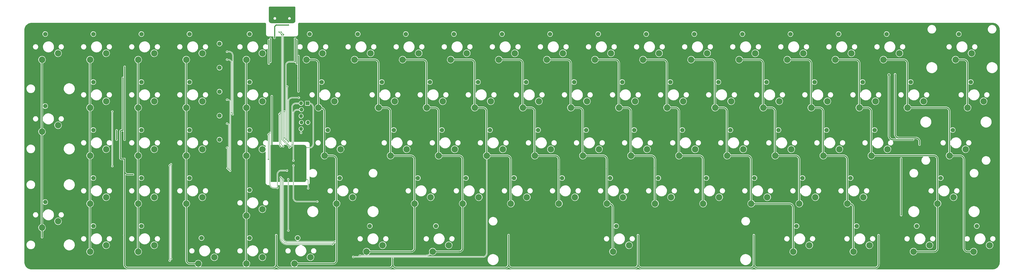
<source format=gbr>
G04 #@! TF.GenerationSoftware,KiCad,Pcbnew,(5.99.0-2660-g5096deeb3-dirty)*
G04 #@! TF.CreationDate,2020-08-13T15:03:26-04:00*
G04 #@! TF.ProjectId,Sinister,53696e69-7374-4657-922e-6b696361645f,rev?*
G04 #@! TF.SameCoordinates,Original*
G04 #@! TF.FileFunction,Copper,L1,Top*
G04 #@! TF.FilePolarity,Positive*
%FSLAX46Y46*%
G04 Gerber Fmt 4.6, Leading zero omitted, Abs format (unit mm)*
G04 Created by KiCad (PCBNEW (5.99.0-2660-g5096deeb3-dirty)) date 2020-08-13 15:03:26*
%MOMM*%
%LPD*%
G01*
G04 APERTURE LIST*
G04 #@! TA.AperFunction,ComponentPad*
%ADD10C,2.540000*%
G04 #@! TD*
G04 #@! TA.AperFunction,ComponentPad*
%ADD11C,1.778000*%
G04 #@! TD*
G04 #@! TA.AperFunction,ComponentPad*
%ADD12O,1.524000X1.524000*%
G04 #@! TD*
G04 #@! TA.AperFunction,ComponentPad*
%ADD13R,1.524000X1.524000*%
G04 #@! TD*
G04 #@! TA.AperFunction,ComponentPad*
%ADD14O,1.100000X2.200000*%
G04 #@! TD*
G04 #@! TA.AperFunction,ComponentPad*
%ADD15O,1.300000X1.900000*%
G04 #@! TD*
G04 #@! TA.AperFunction,ViaPad*
%ADD16C,0.508000*%
G04 #@! TD*
G04 #@! TA.AperFunction,ViaPad*
%ADD17C,0.800000*%
G04 #@! TD*
G04 #@! TA.AperFunction,Conductor*
%ADD18C,0.457200*%
G04 #@! TD*
G04 #@! TA.AperFunction,Conductor*
%ADD19C,0.152400*%
G04 #@! TD*
G04 #@! TA.AperFunction,Conductor*
%ADD20C,0.200000*%
G04 #@! TD*
G04 #@! TA.AperFunction,Conductor*
%ADD21C,0.508000*%
G04 #@! TD*
G04 APERTURE END LIST*
D10*
X290612449Y-95567500D03*
X296962449Y-93027500D03*
X471587449Y-114617500D03*
X477937449Y-112077500D03*
D11*
X244257449Y-70167500D03*
G04 #@! TA.AperFunction,ComponentPad*
G36*
G01*
X245908449Y-70878700D02*
X245908449Y-69456300D01*
G75*
G02*
X246086249Y-69278500I177800J0D01*
G01*
X247508649Y-69278500D01*
G75*
G02*
X247686449Y-69456300I0J-177800D01*
G01*
X247686449Y-70878700D01*
G75*
G02*
X247508649Y-71056500I-177800J0D01*
G01*
X246086249Y-71056500D01*
G75*
G02*
X245908449Y-70878700I0J177800D01*
G01*
G37*
G04 #@! TD.AperFunction*
X244257449Y-60642500D03*
G04 #@! TA.AperFunction,ComponentPad*
G36*
G01*
X245908449Y-61353700D02*
X245908449Y-59931300D01*
G75*
G02*
X246086249Y-59753500I177800J0D01*
G01*
X247508649Y-59753500D01*
G75*
G02*
X247686449Y-59931300I0J-177800D01*
G01*
X247686449Y-61353700D01*
G75*
G02*
X247508649Y-61531500I-177800J0D01*
G01*
X246086249Y-61531500D01*
G75*
G02*
X245908449Y-61353700I0J177800D01*
G01*
G37*
G04 #@! TD.AperFunction*
X244257449Y-51117500D03*
G04 #@! TA.AperFunction,ComponentPad*
G36*
G01*
X245908449Y-51828700D02*
X245908449Y-50406300D01*
G75*
G02*
X246086249Y-50228500I177800J0D01*
G01*
X247508649Y-50228500D01*
G75*
G02*
X247686449Y-50406300I0J-177800D01*
G01*
X247686449Y-51828700D01*
G75*
G02*
X247508649Y-52006500I-177800J0D01*
G01*
X246086249Y-52006500D01*
G75*
G02*
X245908449Y-51828700I0J177800D01*
G01*
G37*
G04 #@! TD.AperFunction*
X244257449Y-41592500D03*
G04 #@! TA.AperFunction,ComponentPad*
G36*
G01*
X245908449Y-42303700D02*
X245908449Y-40881300D01*
G75*
G02*
X246086249Y-40703500I177800J0D01*
G01*
X247508649Y-40703500D01*
G75*
G02*
X247686449Y-40881300I0J-177800D01*
G01*
X247686449Y-42303700D01*
G75*
G02*
X247508649Y-42481500I-177800J0D01*
G01*
X246086249Y-42481500D01*
G75*
G02*
X245908449Y-42303700I0J177800D01*
G01*
G37*
G04 #@! TD.AperFunction*
X244257449Y-32067500D03*
G04 #@! TA.AperFunction,ComponentPad*
G36*
G01*
X245908449Y-32778700D02*
X245908449Y-31356300D01*
G75*
G02*
X246086249Y-31178500I177800J0D01*
G01*
X247508649Y-31178500D01*
G75*
G02*
X247686449Y-31356300I0J-177800D01*
G01*
X247686449Y-32778700D01*
G75*
G02*
X247508649Y-32956500I-177800J0D01*
G01*
X246086249Y-32956500D01*
G75*
G02*
X245908449Y-32778700I0J177800D01*
G01*
G37*
G04 #@! TD.AperFunction*
D10*
X400149949Y-114617500D03*
X406499949Y-112077500D03*
X346968699Y-93027500D03*
X340618699Y-95567500D03*
X285849949Y-76517500D03*
X292199949Y-73977500D03*
D11*
X175201199Y-94932500D03*
G04 #@! TA.AperFunction,ComponentPad*
G36*
G01*
X176852199Y-95643700D02*
X176852199Y-94221300D01*
G75*
G02*
X177029999Y-94043500I177800J0D01*
G01*
X178452399Y-94043500D01*
G75*
G02*
X178630199Y-94221300I0J-177800D01*
G01*
X178630199Y-95643700D01*
G75*
G02*
X178452399Y-95821500I-177800J0D01*
G01*
X177029999Y-95821500D01*
G75*
G02*
X176852199Y-95643700I0J177800D01*
G01*
G37*
G04 #@! TD.AperFunction*
X175201199Y-56832500D03*
G04 #@! TA.AperFunction,ComponentPad*
G36*
G01*
X176852199Y-57543700D02*
X176852199Y-56121300D01*
G75*
G02*
X177029999Y-55943500I177800J0D01*
G01*
X178452399Y-55943500D01*
G75*
G02*
X178630199Y-56121300I0J-177800D01*
G01*
X178630199Y-57543700D01*
G75*
G02*
X178452399Y-57721500I-177800J0D01*
G01*
X177029999Y-57721500D01*
G75*
G02*
X176852199Y-57543700I0J177800D01*
G01*
G37*
G04 #@! TD.AperFunction*
D10*
X173931199Y-105092500D03*
X180281199Y-102552500D03*
X180281199Y-35877500D03*
X173931199Y-38417500D03*
X173931199Y-66992500D03*
X180281199Y-64452500D03*
X535881199Y-38417500D03*
X542231199Y-35877500D03*
X543024949Y-114617500D03*
X549374949Y-112077500D03*
X519212449Y-114617500D03*
X525562449Y-112077500D03*
X495399949Y-114617500D03*
X501749949Y-112077500D03*
X328712449Y-114617500D03*
X335062449Y-112077500D03*
X302518699Y-114617500D03*
X308868699Y-112077500D03*
X280293699Y-116840000D03*
X273943699Y-119380000D03*
X261243699Y-116840000D03*
X254893699Y-119380000D03*
X242193699Y-116840000D03*
X235843699Y-119380000D03*
X218381199Y-112077500D03*
X212031199Y-114617500D03*
X199331199Y-112077500D03*
X192981199Y-114617500D03*
X528737449Y-95567500D03*
X535087449Y-93027500D03*
X499368699Y-93027500D03*
X493018699Y-95567500D03*
X480318699Y-93027500D03*
X473968699Y-95567500D03*
X461268699Y-93027500D03*
X454918699Y-95567500D03*
X442218699Y-93027500D03*
X435868699Y-95567500D03*
X423168699Y-93027500D03*
X416818699Y-95567500D03*
X404118699Y-93027500D03*
X397768699Y-95567500D03*
X385068699Y-93027500D03*
X378718699Y-95567500D03*
X366018699Y-93027500D03*
X359668699Y-95567500D03*
X327918699Y-93027500D03*
X321568699Y-95567500D03*
X261243699Y-97790000D03*
X254893699Y-100330000D03*
X237431199Y-93027500D03*
X231081199Y-95567500D03*
X218381199Y-93027500D03*
X212031199Y-95567500D03*
X199331199Y-93027500D03*
X192981199Y-95567500D03*
X533499949Y-76517500D03*
X539849949Y-73977500D03*
X508893699Y-73977500D03*
X502543699Y-76517500D03*
X489843699Y-73977500D03*
X483493699Y-76517500D03*
X470793699Y-73977500D03*
X464443699Y-76517500D03*
X451743699Y-73977500D03*
X445393699Y-76517500D03*
X432693699Y-73977500D03*
X426343699Y-76517500D03*
X413643699Y-73977500D03*
X407293699Y-76517500D03*
X394593699Y-73977500D03*
X388243699Y-76517500D03*
X375543699Y-73977500D03*
X369193699Y-76517500D03*
X356493699Y-73977500D03*
X350143699Y-76517500D03*
X337443699Y-73977500D03*
X331093699Y-76517500D03*
X318393699Y-73977500D03*
X312043699Y-76517500D03*
X261243699Y-73977500D03*
X254893699Y-76517500D03*
X237431199Y-73977500D03*
X231081199Y-76517500D03*
X218381199Y-73977500D03*
X212031199Y-76517500D03*
X199331199Y-73977500D03*
X192981199Y-76517500D03*
X540643699Y-57467500D03*
X546993699Y-54927500D03*
X523181199Y-54927500D03*
X516831199Y-57467500D03*
X504131199Y-54927500D03*
X497781199Y-57467500D03*
X485081199Y-54927500D03*
X478731199Y-57467500D03*
X466031199Y-54927500D03*
X459681199Y-57467500D03*
X446981199Y-54927500D03*
X440631199Y-57467500D03*
X427931199Y-54927500D03*
X421581199Y-57467500D03*
X408881199Y-54927500D03*
X402531199Y-57467500D03*
X389831199Y-54927500D03*
X383481199Y-57467500D03*
X370781199Y-54927500D03*
X364431199Y-57467500D03*
X351731199Y-54927500D03*
X345381199Y-57467500D03*
X332681199Y-54927500D03*
X326331199Y-57467500D03*
X313631199Y-54927500D03*
X307281199Y-57467500D03*
X283468699Y-57467500D03*
X289818699Y-54927500D03*
X261243699Y-54927500D03*
X254893699Y-57467500D03*
X237431199Y-54927500D03*
X231081199Y-57467500D03*
X218381199Y-54927500D03*
X212031199Y-57467500D03*
X199331199Y-54927500D03*
X192981199Y-57467500D03*
X513656199Y-35877500D03*
X507306199Y-38417500D03*
X494606199Y-35877500D03*
X488256199Y-38417500D03*
X475556199Y-35877500D03*
X469206199Y-38417500D03*
X456506199Y-35877500D03*
X450156199Y-38417500D03*
X437456199Y-35877500D03*
X431106199Y-38417500D03*
X418406199Y-35877500D03*
X412056199Y-38417500D03*
X399356199Y-35877500D03*
X393006199Y-38417500D03*
X380306199Y-35877500D03*
X373956199Y-38417500D03*
X361256199Y-35877500D03*
X354906199Y-38417500D03*
X342206199Y-35877500D03*
X335856199Y-38417500D03*
X323156199Y-35877500D03*
X316806199Y-38417500D03*
X304106199Y-35877500D03*
X297756199Y-38417500D03*
X285056199Y-35877500D03*
X278706199Y-38417500D03*
X261243699Y-35877500D03*
X254893699Y-38417500D03*
X237431199Y-35877500D03*
X231081199Y-38417500D03*
X218381199Y-35877500D03*
X212031199Y-38417500D03*
X199331199Y-35877500D03*
X192981199Y-38417500D03*
D11*
X544294949Y-104457500D03*
G04 #@! TA.AperFunction,ComponentPad*
G36*
G01*
X545945949Y-105168700D02*
X545945949Y-103746300D01*
G75*
G02*
X546123749Y-103568500I177800J0D01*
G01*
X547546149Y-103568500D01*
G75*
G02*
X547723949Y-103746300I0J-177800D01*
G01*
X547723949Y-105168700D01*
G75*
G02*
X547546149Y-105346500I-177800J0D01*
G01*
X546123749Y-105346500D01*
G75*
G02*
X545945949Y-105168700I0J177800D01*
G01*
G37*
G04 #@! TD.AperFunction*
X520482449Y-104457500D03*
G04 #@! TA.AperFunction,ComponentPad*
G36*
G01*
X522133449Y-105168700D02*
X522133449Y-103746300D01*
G75*
G02*
X522311249Y-103568500I177800J0D01*
G01*
X523733649Y-103568500D01*
G75*
G02*
X523911449Y-103746300I0J-177800D01*
G01*
X523911449Y-105168700D01*
G75*
G02*
X523733649Y-105346500I-177800J0D01*
G01*
X522311249Y-105346500D01*
G75*
G02*
X522133449Y-105168700I0J177800D01*
G01*
G37*
G04 #@! TD.AperFunction*
X496669949Y-104457500D03*
G04 #@! TA.AperFunction,ComponentPad*
G36*
G01*
X498320949Y-105168700D02*
X498320949Y-103746300D01*
G75*
G02*
X498498749Y-103568500I177800J0D01*
G01*
X499921149Y-103568500D01*
G75*
G02*
X500098949Y-103746300I0J-177800D01*
G01*
X500098949Y-105168700D01*
G75*
G02*
X499921149Y-105346500I-177800J0D01*
G01*
X498498749Y-105346500D01*
G75*
G02*
X498320949Y-105168700I0J177800D01*
G01*
G37*
G04 #@! TD.AperFunction*
X472857449Y-104457500D03*
G04 #@! TA.AperFunction,ComponentPad*
G36*
G01*
X474508449Y-105168700D02*
X474508449Y-103746300D01*
G75*
G02*
X474686249Y-103568500I177800J0D01*
G01*
X476108649Y-103568500D01*
G75*
G02*
X476286449Y-103746300I0J-177800D01*
G01*
X476286449Y-105168700D01*
G75*
G02*
X476108649Y-105346500I-177800J0D01*
G01*
X474686249Y-105346500D01*
G75*
G02*
X474508449Y-105168700I0J177800D01*
G01*
G37*
G04 #@! TD.AperFunction*
X401419949Y-104457500D03*
G04 #@! TA.AperFunction,ComponentPad*
G36*
G01*
X403070949Y-105168700D02*
X403070949Y-103746300D01*
G75*
G02*
X403248749Y-103568500I177800J0D01*
G01*
X404671149Y-103568500D01*
G75*
G02*
X404848949Y-103746300I0J-177800D01*
G01*
X404848949Y-105168700D01*
G75*
G02*
X404671149Y-105346500I-177800J0D01*
G01*
X403248749Y-105346500D01*
G75*
G02*
X403070949Y-105168700I0J177800D01*
G01*
G37*
G04 #@! TD.AperFunction*
X329982449Y-104457500D03*
G04 #@! TA.AperFunction,ComponentPad*
G36*
G01*
X331633449Y-105168700D02*
X331633449Y-103746300D01*
G75*
G02*
X331811249Y-103568500I177800J0D01*
G01*
X333233649Y-103568500D01*
G75*
G02*
X333411449Y-103746300I0J-177800D01*
G01*
X333411449Y-105168700D01*
G75*
G02*
X333233649Y-105346500I-177800J0D01*
G01*
X331811249Y-105346500D01*
G75*
G02*
X331633449Y-105168700I0J177800D01*
G01*
G37*
G04 #@! TD.AperFunction*
X303788699Y-104457500D03*
G04 #@! TA.AperFunction,ComponentPad*
G36*
G01*
X305439699Y-105168700D02*
X305439699Y-103746300D01*
G75*
G02*
X305617499Y-103568500I177800J0D01*
G01*
X307039899Y-103568500D01*
G75*
G02*
X307217699Y-103746300I0J-177800D01*
G01*
X307217699Y-105168700D01*
G75*
G02*
X307039899Y-105346500I-177800J0D01*
G01*
X305617499Y-105346500D01*
G75*
G02*
X305439699Y-105168700I0J177800D01*
G01*
G37*
G04 #@! TD.AperFunction*
X275213699Y-109220000D03*
G04 #@! TA.AperFunction,ComponentPad*
G36*
G01*
X276864699Y-109931200D02*
X276864699Y-108508800D01*
G75*
G02*
X277042499Y-108331000I177800J0D01*
G01*
X278464899Y-108331000D01*
G75*
G02*
X278642699Y-108508800I0J-177800D01*
G01*
X278642699Y-109931200D01*
G75*
G02*
X278464899Y-110109000I-177800J0D01*
G01*
X277042499Y-110109000D01*
G75*
G02*
X276864699Y-109931200I0J177800D01*
G01*
G37*
G04 #@! TD.AperFunction*
X256163699Y-109220000D03*
G04 #@! TA.AperFunction,ComponentPad*
G36*
G01*
X257814699Y-109931200D02*
X257814699Y-108508800D01*
G75*
G02*
X257992499Y-108331000I177800J0D01*
G01*
X259414899Y-108331000D01*
G75*
G02*
X259592699Y-108508800I0J-177800D01*
G01*
X259592699Y-109931200D01*
G75*
G02*
X259414899Y-110109000I-177800J0D01*
G01*
X257992499Y-110109000D01*
G75*
G02*
X257814699Y-109931200I0J177800D01*
G01*
G37*
G04 #@! TD.AperFunction*
X237113699Y-109220000D03*
G04 #@! TA.AperFunction,ComponentPad*
G36*
G01*
X238764699Y-109931200D02*
X238764699Y-108508800D01*
G75*
G02*
X238942499Y-108331000I177800J0D01*
G01*
X240364899Y-108331000D01*
G75*
G02*
X240542699Y-108508800I0J-177800D01*
G01*
X240542699Y-109931200D01*
G75*
G02*
X240364899Y-110109000I-177800J0D01*
G01*
X238942499Y-110109000D01*
G75*
G02*
X238764699Y-109931200I0J177800D01*
G01*
G37*
G04 #@! TD.AperFunction*
X213301199Y-104457500D03*
G04 #@! TA.AperFunction,ComponentPad*
G36*
G01*
X214952199Y-105168700D02*
X214952199Y-103746300D01*
G75*
G02*
X215129999Y-103568500I177800J0D01*
G01*
X216552399Y-103568500D01*
G75*
G02*
X216730199Y-103746300I0J-177800D01*
G01*
X216730199Y-105168700D01*
G75*
G02*
X216552399Y-105346500I-177800J0D01*
G01*
X215129999Y-105346500D01*
G75*
G02*
X214952199Y-105168700I0J177800D01*
G01*
G37*
G04 #@! TD.AperFunction*
X194251199Y-104457500D03*
G04 #@! TA.AperFunction,ComponentPad*
G36*
G01*
X195902199Y-105168700D02*
X195902199Y-103746300D01*
G75*
G02*
X196079999Y-103568500I177800J0D01*
G01*
X197502399Y-103568500D01*
G75*
G02*
X197680199Y-103746300I0J-177800D01*
G01*
X197680199Y-105168700D01*
G75*
G02*
X197502399Y-105346500I-177800J0D01*
G01*
X196079999Y-105346500D01*
G75*
G02*
X195902199Y-105168700I0J177800D01*
G01*
G37*
G04 #@! TD.AperFunction*
X530007449Y-85407500D03*
G04 #@! TA.AperFunction,ComponentPad*
G36*
G01*
X531658449Y-86118700D02*
X531658449Y-84696300D01*
G75*
G02*
X531836249Y-84518500I177800J0D01*
G01*
X533258649Y-84518500D01*
G75*
G02*
X533436449Y-84696300I0J-177800D01*
G01*
X533436449Y-86118700D01*
G75*
G02*
X533258649Y-86296500I-177800J0D01*
G01*
X531836249Y-86296500D01*
G75*
G02*
X531658449Y-86118700I0J177800D01*
G01*
G37*
G04 #@! TD.AperFunction*
X494288699Y-85407500D03*
G04 #@! TA.AperFunction,ComponentPad*
G36*
G01*
X495939699Y-86118700D02*
X495939699Y-84696300D01*
G75*
G02*
X496117499Y-84518500I177800J0D01*
G01*
X497539899Y-84518500D01*
G75*
G02*
X497717699Y-84696300I0J-177800D01*
G01*
X497717699Y-86118700D01*
G75*
G02*
X497539899Y-86296500I-177800J0D01*
G01*
X496117499Y-86296500D01*
G75*
G02*
X495939699Y-86118700I0J177800D01*
G01*
G37*
G04 #@! TD.AperFunction*
X475238699Y-85407500D03*
G04 #@! TA.AperFunction,ComponentPad*
G36*
G01*
X476889699Y-86118700D02*
X476889699Y-84696300D01*
G75*
G02*
X477067499Y-84518500I177800J0D01*
G01*
X478489899Y-84518500D01*
G75*
G02*
X478667699Y-84696300I0J-177800D01*
G01*
X478667699Y-86118700D01*
G75*
G02*
X478489899Y-86296500I-177800J0D01*
G01*
X477067499Y-86296500D01*
G75*
G02*
X476889699Y-86118700I0J177800D01*
G01*
G37*
G04 #@! TD.AperFunction*
X456188699Y-85407500D03*
G04 #@! TA.AperFunction,ComponentPad*
G36*
G01*
X457839699Y-86118700D02*
X457839699Y-84696300D01*
G75*
G02*
X458017499Y-84518500I177800J0D01*
G01*
X459439899Y-84518500D01*
G75*
G02*
X459617699Y-84696300I0J-177800D01*
G01*
X459617699Y-86118700D01*
G75*
G02*
X459439899Y-86296500I-177800J0D01*
G01*
X458017499Y-86296500D01*
G75*
G02*
X457839699Y-86118700I0J177800D01*
G01*
G37*
G04 #@! TD.AperFunction*
X437138699Y-85407500D03*
G04 #@! TA.AperFunction,ComponentPad*
G36*
G01*
X438789699Y-86118700D02*
X438789699Y-84696300D01*
G75*
G02*
X438967499Y-84518500I177800J0D01*
G01*
X440389899Y-84518500D01*
G75*
G02*
X440567699Y-84696300I0J-177800D01*
G01*
X440567699Y-86118700D01*
G75*
G02*
X440389899Y-86296500I-177800J0D01*
G01*
X438967499Y-86296500D01*
G75*
G02*
X438789699Y-86118700I0J177800D01*
G01*
G37*
G04 #@! TD.AperFunction*
X418088699Y-85407500D03*
G04 #@! TA.AperFunction,ComponentPad*
G36*
G01*
X419739699Y-86118700D02*
X419739699Y-84696300D01*
G75*
G02*
X419917499Y-84518500I177800J0D01*
G01*
X421339899Y-84518500D01*
G75*
G02*
X421517699Y-84696300I0J-177800D01*
G01*
X421517699Y-86118700D01*
G75*
G02*
X421339899Y-86296500I-177800J0D01*
G01*
X419917499Y-86296500D01*
G75*
G02*
X419739699Y-86118700I0J177800D01*
G01*
G37*
G04 #@! TD.AperFunction*
X399038699Y-85407500D03*
G04 #@! TA.AperFunction,ComponentPad*
G36*
G01*
X400689699Y-86118700D02*
X400689699Y-84696300D01*
G75*
G02*
X400867499Y-84518500I177800J0D01*
G01*
X402289899Y-84518500D01*
G75*
G02*
X402467699Y-84696300I0J-177800D01*
G01*
X402467699Y-86118700D01*
G75*
G02*
X402289899Y-86296500I-177800J0D01*
G01*
X400867499Y-86296500D01*
G75*
G02*
X400689699Y-86118700I0J177800D01*
G01*
G37*
G04 #@! TD.AperFunction*
X379988699Y-85407500D03*
G04 #@! TA.AperFunction,ComponentPad*
G36*
G01*
X381639699Y-86118700D02*
X381639699Y-84696300D01*
G75*
G02*
X381817499Y-84518500I177800J0D01*
G01*
X383239899Y-84518500D01*
G75*
G02*
X383417699Y-84696300I0J-177800D01*
G01*
X383417699Y-86118700D01*
G75*
G02*
X383239899Y-86296500I-177800J0D01*
G01*
X381817499Y-86296500D01*
G75*
G02*
X381639699Y-86118700I0J177800D01*
G01*
G37*
G04 #@! TD.AperFunction*
X360938699Y-85407500D03*
G04 #@! TA.AperFunction,ComponentPad*
G36*
G01*
X362589699Y-86118700D02*
X362589699Y-84696300D01*
G75*
G02*
X362767499Y-84518500I177800J0D01*
G01*
X364189899Y-84518500D01*
G75*
G02*
X364367699Y-84696300I0J-177800D01*
G01*
X364367699Y-86118700D01*
G75*
G02*
X364189899Y-86296500I-177800J0D01*
G01*
X362767499Y-86296500D01*
G75*
G02*
X362589699Y-86118700I0J177800D01*
G01*
G37*
G04 #@! TD.AperFunction*
X341888699Y-85407500D03*
G04 #@! TA.AperFunction,ComponentPad*
G36*
G01*
X343539699Y-86118700D02*
X343539699Y-84696300D01*
G75*
G02*
X343717499Y-84518500I177800J0D01*
G01*
X345139899Y-84518500D01*
G75*
G02*
X345317699Y-84696300I0J-177800D01*
G01*
X345317699Y-86118700D01*
G75*
G02*
X345139899Y-86296500I-177800J0D01*
G01*
X343717499Y-86296500D01*
G75*
G02*
X343539699Y-86118700I0J177800D01*
G01*
G37*
G04 #@! TD.AperFunction*
X322838699Y-85407500D03*
G04 #@! TA.AperFunction,ComponentPad*
G36*
G01*
X324489699Y-86118700D02*
X324489699Y-84696300D01*
G75*
G02*
X324667499Y-84518500I177800J0D01*
G01*
X326089899Y-84518500D01*
G75*
G02*
X326267699Y-84696300I0J-177800D01*
G01*
X326267699Y-86118700D01*
G75*
G02*
X326089899Y-86296500I-177800J0D01*
G01*
X324667499Y-86296500D01*
G75*
G02*
X324489699Y-86118700I0J177800D01*
G01*
G37*
G04 #@! TD.AperFunction*
X291882449Y-85407500D03*
G04 #@! TA.AperFunction,ComponentPad*
G36*
G01*
X293533449Y-86118700D02*
X293533449Y-84696300D01*
G75*
G02*
X293711249Y-84518500I177800J0D01*
G01*
X295133649Y-84518500D01*
G75*
G02*
X295311449Y-84696300I0J-177800D01*
G01*
X295311449Y-86118700D01*
G75*
G02*
X295133649Y-86296500I-177800J0D01*
G01*
X293711249Y-86296500D01*
G75*
G02*
X293533449Y-86118700I0J177800D01*
G01*
G37*
G04 #@! TD.AperFunction*
X256163699Y-90170000D03*
G04 #@! TA.AperFunction,ComponentPad*
G36*
G01*
X257814699Y-90881200D02*
X257814699Y-89458800D01*
G75*
G02*
X257992499Y-89281000I177800J0D01*
G01*
X259414899Y-89281000D01*
G75*
G02*
X259592699Y-89458800I0J-177800D01*
G01*
X259592699Y-90881200D01*
G75*
G02*
X259414899Y-91059000I-177800J0D01*
G01*
X257992499Y-91059000D01*
G75*
G02*
X257814699Y-90881200I0J177800D01*
G01*
G37*
G04 #@! TD.AperFunction*
X232351199Y-85407500D03*
G04 #@! TA.AperFunction,ComponentPad*
G36*
G01*
X234002199Y-86118700D02*
X234002199Y-84696300D01*
G75*
G02*
X234179999Y-84518500I177800J0D01*
G01*
X235602399Y-84518500D01*
G75*
G02*
X235780199Y-84696300I0J-177800D01*
G01*
X235780199Y-86118700D01*
G75*
G02*
X235602399Y-86296500I-177800J0D01*
G01*
X234179999Y-86296500D01*
G75*
G02*
X234002199Y-86118700I0J177800D01*
G01*
G37*
G04 #@! TD.AperFunction*
X213301199Y-85407500D03*
G04 #@! TA.AperFunction,ComponentPad*
G36*
G01*
X214952199Y-86118700D02*
X214952199Y-84696300D01*
G75*
G02*
X215129999Y-84518500I177800J0D01*
G01*
X216552399Y-84518500D01*
G75*
G02*
X216730199Y-84696300I0J-177800D01*
G01*
X216730199Y-86118700D01*
G75*
G02*
X216552399Y-86296500I-177800J0D01*
G01*
X215129999Y-86296500D01*
G75*
G02*
X214952199Y-86118700I0J177800D01*
G01*
G37*
G04 #@! TD.AperFunction*
X194251199Y-85407500D03*
G04 #@! TA.AperFunction,ComponentPad*
G36*
G01*
X195902199Y-86118700D02*
X195902199Y-84696300D01*
G75*
G02*
X196079999Y-84518500I177800J0D01*
G01*
X197502399Y-84518500D01*
G75*
G02*
X197680199Y-84696300I0J-177800D01*
G01*
X197680199Y-86118700D01*
G75*
G02*
X197502399Y-86296500I-177800J0D01*
G01*
X196079999Y-86296500D01*
G75*
G02*
X195902199Y-86118700I0J177800D01*
G01*
G37*
G04 #@! TD.AperFunction*
X534769949Y-66357500D03*
G04 #@! TA.AperFunction,ComponentPad*
G36*
G01*
X536420949Y-67068700D02*
X536420949Y-65646300D01*
G75*
G02*
X536598749Y-65468500I177800J0D01*
G01*
X538021149Y-65468500D01*
G75*
G02*
X538198949Y-65646300I0J-177800D01*
G01*
X538198949Y-67068700D01*
G75*
G02*
X538021149Y-67246500I-177800J0D01*
G01*
X536598749Y-67246500D01*
G75*
G02*
X536420949Y-67068700I0J177800D01*
G01*
G37*
G04 #@! TD.AperFunction*
X503813699Y-66357500D03*
G04 #@! TA.AperFunction,ComponentPad*
G36*
G01*
X505464699Y-67068700D02*
X505464699Y-65646300D01*
G75*
G02*
X505642499Y-65468500I177800J0D01*
G01*
X507064899Y-65468500D01*
G75*
G02*
X507242699Y-65646300I0J-177800D01*
G01*
X507242699Y-67068700D01*
G75*
G02*
X507064899Y-67246500I-177800J0D01*
G01*
X505642499Y-67246500D01*
G75*
G02*
X505464699Y-67068700I0J177800D01*
G01*
G37*
G04 #@! TD.AperFunction*
X484763699Y-66357500D03*
G04 #@! TA.AperFunction,ComponentPad*
G36*
G01*
X486414699Y-67068700D02*
X486414699Y-65646300D01*
G75*
G02*
X486592499Y-65468500I177800J0D01*
G01*
X488014899Y-65468500D01*
G75*
G02*
X488192699Y-65646300I0J-177800D01*
G01*
X488192699Y-67068700D01*
G75*
G02*
X488014899Y-67246500I-177800J0D01*
G01*
X486592499Y-67246500D01*
G75*
G02*
X486414699Y-67068700I0J177800D01*
G01*
G37*
G04 #@! TD.AperFunction*
X465713699Y-66357500D03*
G04 #@! TA.AperFunction,ComponentPad*
G36*
G01*
X467364699Y-67068700D02*
X467364699Y-65646300D01*
G75*
G02*
X467542499Y-65468500I177800J0D01*
G01*
X468964899Y-65468500D01*
G75*
G02*
X469142699Y-65646300I0J-177800D01*
G01*
X469142699Y-67068700D01*
G75*
G02*
X468964899Y-67246500I-177800J0D01*
G01*
X467542499Y-67246500D01*
G75*
G02*
X467364699Y-67068700I0J177800D01*
G01*
G37*
G04 #@! TD.AperFunction*
X446663699Y-66357500D03*
G04 #@! TA.AperFunction,ComponentPad*
G36*
G01*
X448314699Y-67068700D02*
X448314699Y-65646300D01*
G75*
G02*
X448492499Y-65468500I177800J0D01*
G01*
X449914899Y-65468500D01*
G75*
G02*
X450092699Y-65646300I0J-177800D01*
G01*
X450092699Y-67068700D01*
G75*
G02*
X449914899Y-67246500I-177800J0D01*
G01*
X448492499Y-67246500D01*
G75*
G02*
X448314699Y-67068700I0J177800D01*
G01*
G37*
G04 #@! TD.AperFunction*
X427613699Y-66357500D03*
G04 #@! TA.AperFunction,ComponentPad*
G36*
G01*
X429264699Y-67068700D02*
X429264699Y-65646300D01*
G75*
G02*
X429442499Y-65468500I177800J0D01*
G01*
X430864899Y-65468500D01*
G75*
G02*
X431042699Y-65646300I0J-177800D01*
G01*
X431042699Y-67068700D01*
G75*
G02*
X430864899Y-67246500I-177800J0D01*
G01*
X429442499Y-67246500D01*
G75*
G02*
X429264699Y-67068700I0J177800D01*
G01*
G37*
G04 #@! TD.AperFunction*
X408563699Y-66357500D03*
G04 #@! TA.AperFunction,ComponentPad*
G36*
G01*
X410214699Y-67068700D02*
X410214699Y-65646300D01*
G75*
G02*
X410392499Y-65468500I177800J0D01*
G01*
X411814899Y-65468500D01*
G75*
G02*
X411992699Y-65646300I0J-177800D01*
G01*
X411992699Y-67068700D01*
G75*
G02*
X411814899Y-67246500I-177800J0D01*
G01*
X410392499Y-67246500D01*
G75*
G02*
X410214699Y-67068700I0J177800D01*
G01*
G37*
G04 #@! TD.AperFunction*
X389513699Y-66357500D03*
G04 #@! TA.AperFunction,ComponentPad*
G36*
G01*
X391164699Y-67068700D02*
X391164699Y-65646300D01*
G75*
G02*
X391342499Y-65468500I177800J0D01*
G01*
X392764899Y-65468500D01*
G75*
G02*
X392942699Y-65646300I0J-177800D01*
G01*
X392942699Y-67068700D01*
G75*
G02*
X392764899Y-67246500I-177800J0D01*
G01*
X391342499Y-67246500D01*
G75*
G02*
X391164699Y-67068700I0J177800D01*
G01*
G37*
G04 #@! TD.AperFunction*
X370463699Y-66357500D03*
G04 #@! TA.AperFunction,ComponentPad*
G36*
G01*
X372114699Y-67068700D02*
X372114699Y-65646300D01*
G75*
G02*
X372292499Y-65468500I177800J0D01*
G01*
X373714899Y-65468500D01*
G75*
G02*
X373892699Y-65646300I0J-177800D01*
G01*
X373892699Y-67068700D01*
G75*
G02*
X373714899Y-67246500I-177800J0D01*
G01*
X372292499Y-67246500D01*
G75*
G02*
X372114699Y-67068700I0J177800D01*
G01*
G37*
G04 #@! TD.AperFunction*
X351413699Y-66357500D03*
G04 #@! TA.AperFunction,ComponentPad*
G36*
G01*
X353064699Y-67068700D02*
X353064699Y-65646300D01*
G75*
G02*
X353242499Y-65468500I177800J0D01*
G01*
X354664899Y-65468500D01*
G75*
G02*
X354842699Y-65646300I0J-177800D01*
G01*
X354842699Y-67068700D01*
G75*
G02*
X354664899Y-67246500I-177800J0D01*
G01*
X353242499Y-67246500D01*
G75*
G02*
X353064699Y-67068700I0J177800D01*
G01*
G37*
G04 #@! TD.AperFunction*
X332363699Y-66357500D03*
G04 #@! TA.AperFunction,ComponentPad*
G36*
G01*
X334014699Y-67068700D02*
X334014699Y-65646300D01*
G75*
G02*
X334192499Y-65468500I177800J0D01*
G01*
X335614899Y-65468500D01*
G75*
G02*
X335792699Y-65646300I0J-177800D01*
G01*
X335792699Y-67068700D01*
G75*
G02*
X335614899Y-67246500I-177800J0D01*
G01*
X334192499Y-67246500D01*
G75*
G02*
X334014699Y-67068700I0J177800D01*
G01*
G37*
G04 #@! TD.AperFunction*
X313313699Y-66357500D03*
G04 #@! TA.AperFunction,ComponentPad*
G36*
G01*
X314964699Y-67068700D02*
X314964699Y-65646300D01*
G75*
G02*
X315142499Y-65468500I177800J0D01*
G01*
X316564899Y-65468500D01*
G75*
G02*
X316742699Y-65646300I0J-177800D01*
G01*
X316742699Y-67068700D01*
G75*
G02*
X316564899Y-67246500I-177800J0D01*
G01*
X315142499Y-67246500D01*
G75*
G02*
X314964699Y-67068700I0J177800D01*
G01*
G37*
G04 #@! TD.AperFunction*
X287119949Y-66357500D03*
G04 #@! TA.AperFunction,ComponentPad*
G36*
G01*
X288770949Y-67068700D02*
X288770949Y-65646300D01*
G75*
G02*
X288948749Y-65468500I177800J0D01*
G01*
X290371149Y-65468500D01*
G75*
G02*
X290548949Y-65646300I0J-177800D01*
G01*
X290548949Y-67068700D01*
G75*
G02*
X290371149Y-67246500I-177800J0D01*
G01*
X288948749Y-67246500D01*
G75*
G02*
X288770949Y-67068700I0J177800D01*
G01*
G37*
G04 #@! TD.AperFunction*
X256163699Y-66357500D03*
G04 #@! TA.AperFunction,ComponentPad*
G36*
G01*
X257814699Y-67068700D02*
X257814699Y-65646300D01*
G75*
G02*
X257992499Y-65468500I177800J0D01*
G01*
X259414899Y-65468500D01*
G75*
G02*
X259592699Y-65646300I0J-177800D01*
G01*
X259592699Y-67068700D01*
G75*
G02*
X259414899Y-67246500I-177800J0D01*
G01*
X257992499Y-67246500D01*
G75*
G02*
X257814699Y-67068700I0J177800D01*
G01*
G37*
G04 #@! TD.AperFunction*
X232351199Y-66357500D03*
G04 #@! TA.AperFunction,ComponentPad*
G36*
G01*
X234002199Y-67068700D02*
X234002199Y-65646300D01*
G75*
G02*
X234179999Y-65468500I177800J0D01*
G01*
X235602399Y-65468500D01*
G75*
G02*
X235780199Y-65646300I0J-177800D01*
G01*
X235780199Y-67068700D01*
G75*
G02*
X235602399Y-67246500I-177800J0D01*
G01*
X234179999Y-67246500D01*
G75*
G02*
X234002199Y-67068700I0J177800D01*
G01*
G37*
G04 #@! TD.AperFunction*
X213301199Y-66357500D03*
G04 #@! TA.AperFunction,ComponentPad*
G36*
G01*
X214952199Y-67068700D02*
X214952199Y-65646300D01*
G75*
G02*
X215129999Y-65468500I177800J0D01*
G01*
X216552399Y-65468500D01*
G75*
G02*
X216730199Y-65646300I0J-177800D01*
G01*
X216730199Y-67068700D01*
G75*
G02*
X216552399Y-67246500I-177800J0D01*
G01*
X215129999Y-67246500D01*
G75*
G02*
X214952199Y-67068700I0J177800D01*
G01*
G37*
G04 #@! TD.AperFunction*
X194251199Y-66357500D03*
G04 #@! TA.AperFunction,ComponentPad*
G36*
G01*
X195902199Y-67068700D02*
X195902199Y-65646300D01*
G75*
G02*
X196079999Y-65468500I177800J0D01*
G01*
X197502399Y-65468500D01*
G75*
G02*
X197680199Y-65646300I0J-177800D01*
G01*
X197680199Y-67068700D01*
G75*
G02*
X197502399Y-67246500I-177800J0D01*
G01*
X196079999Y-67246500D01*
G75*
G02*
X195902199Y-67068700I0J177800D01*
G01*
G37*
G04 #@! TD.AperFunction*
X541913699Y-47307500D03*
G04 #@! TA.AperFunction,ComponentPad*
G36*
G01*
X543564699Y-48018700D02*
X543564699Y-46596300D01*
G75*
G02*
X543742499Y-46418500I177800J0D01*
G01*
X545164899Y-46418500D01*
G75*
G02*
X545342699Y-46596300I0J-177800D01*
G01*
X545342699Y-48018700D01*
G75*
G02*
X545164899Y-48196500I-177800J0D01*
G01*
X543742499Y-48196500D01*
G75*
G02*
X543564699Y-48018700I0J177800D01*
G01*
G37*
G04 #@! TD.AperFunction*
X518101199Y-47307500D03*
G04 #@! TA.AperFunction,ComponentPad*
G36*
G01*
X519752199Y-48018700D02*
X519752199Y-46596300D01*
G75*
G02*
X519929999Y-46418500I177800J0D01*
G01*
X521352399Y-46418500D01*
G75*
G02*
X521530199Y-46596300I0J-177800D01*
G01*
X521530199Y-48018700D01*
G75*
G02*
X521352399Y-48196500I-177800J0D01*
G01*
X519929999Y-48196500D01*
G75*
G02*
X519752199Y-48018700I0J177800D01*
G01*
G37*
G04 #@! TD.AperFunction*
X499051199Y-47307500D03*
G04 #@! TA.AperFunction,ComponentPad*
G36*
G01*
X500702199Y-48018700D02*
X500702199Y-46596300D01*
G75*
G02*
X500879999Y-46418500I177800J0D01*
G01*
X502302399Y-46418500D01*
G75*
G02*
X502480199Y-46596300I0J-177800D01*
G01*
X502480199Y-48018700D01*
G75*
G02*
X502302399Y-48196500I-177800J0D01*
G01*
X500879999Y-48196500D01*
G75*
G02*
X500702199Y-48018700I0J177800D01*
G01*
G37*
G04 #@! TD.AperFunction*
X480001199Y-47307500D03*
G04 #@! TA.AperFunction,ComponentPad*
G36*
G01*
X481652199Y-48018700D02*
X481652199Y-46596300D01*
G75*
G02*
X481829999Y-46418500I177800J0D01*
G01*
X483252399Y-46418500D01*
G75*
G02*
X483430199Y-46596300I0J-177800D01*
G01*
X483430199Y-48018700D01*
G75*
G02*
X483252399Y-48196500I-177800J0D01*
G01*
X481829999Y-48196500D01*
G75*
G02*
X481652199Y-48018700I0J177800D01*
G01*
G37*
G04 #@! TD.AperFunction*
X460951199Y-47307500D03*
G04 #@! TA.AperFunction,ComponentPad*
G36*
G01*
X462602199Y-48018700D02*
X462602199Y-46596300D01*
G75*
G02*
X462779999Y-46418500I177800J0D01*
G01*
X464202399Y-46418500D01*
G75*
G02*
X464380199Y-46596300I0J-177800D01*
G01*
X464380199Y-48018700D01*
G75*
G02*
X464202399Y-48196500I-177800J0D01*
G01*
X462779999Y-48196500D01*
G75*
G02*
X462602199Y-48018700I0J177800D01*
G01*
G37*
G04 #@! TD.AperFunction*
X441901199Y-47307500D03*
G04 #@! TA.AperFunction,ComponentPad*
G36*
G01*
X443552199Y-48018700D02*
X443552199Y-46596300D01*
G75*
G02*
X443729999Y-46418500I177800J0D01*
G01*
X445152399Y-46418500D01*
G75*
G02*
X445330199Y-46596300I0J-177800D01*
G01*
X445330199Y-48018700D01*
G75*
G02*
X445152399Y-48196500I-177800J0D01*
G01*
X443729999Y-48196500D01*
G75*
G02*
X443552199Y-48018700I0J177800D01*
G01*
G37*
G04 #@! TD.AperFunction*
X422851199Y-47307500D03*
G04 #@! TA.AperFunction,ComponentPad*
G36*
G01*
X424502199Y-48018700D02*
X424502199Y-46596300D01*
G75*
G02*
X424679999Y-46418500I177800J0D01*
G01*
X426102399Y-46418500D01*
G75*
G02*
X426280199Y-46596300I0J-177800D01*
G01*
X426280199Y-48018700D01*
G75*
G02*
X426102399Y-48196500I-177800J0D01*
G01*
X424679999Y-48196500D01*
G75*
G02*
X424502199Y-48018700I0J177800D01*
G01*
G37*
G04 #@! TD.AperFunction*
X403801199Y-47307500D03*
G04 #@! TA.AperFunction,ComponentPad*
G36*
G01*
X405452199Y-48018700D02*
X405452199Y-46596300D01*
G75*
G02*
X405629999Y-46418500I177800J0D01*
G01*
X407052399Y-46418500D01*
G75*
G02*
X407230199Y-46596300I0J-177800D01*
G01*
X407230199Y-48018700D01*
G75*
G02*
X407052399Y-48196500I-177800J0D01*
G01*
X405629999Y-48196500D01*
G75*
G02*
X405452199Y-48018700I0J177800D01*
G01*
G37*
G04 #@! TD.AperFunction*
X384751199Y-47307500D03*
G04 #@! TA.AperFunction,ComponentPad*
G36*
G01*
X386402199Y-48018700D02*
X386402199Y-46596300D01*
G75*
G02*
X386579999Y-46418500I177800J0D01*
G01*
X388002399Y-46418500D01*
G75*
G02*
X388180199Y-46596300I0J-177800D01*
G01*
X388180199Y-48018700D01*
G75*
G02*
X388002399Y-48196500I-177800J0D01*
G01*
X386579999Y-48196500D01*
G75*
G02*
X386402199Y-48018700I0J177800D01*
G01*
G37*
G04 #@! TD.AperFunction*
X365701199Y-47307500D03*
G04 #@! TA.AperFunction,ComponentPad*
G36*
G01*
X367352199Y-48018700D02*
X367352199Y-46596300D01*
G75*
G02*
X367529999Y-46418500I177800J0D01*
G01*
X368952399Y-46418500D01*
G75*
G02*
X369130199Y-46596300I0J-177800D01*
G01*
X369130199Y-48018700D01*
G75*
G02*
X368952399Y-48196500I-177800J0D01*
G01*
X367529999Y-48196500D01*
G75*
G02*
X367352199Y-48018700I0J177800D01*
G01*
G37*
G04 #@! TD.AperFunction*
X346651199Y-47307500D03*
G04 #@! TA.AperFunction,ComponentPad*
G36*
G01*
X348302199Y-48018700D02*
X348302199Y-46596300D01*
G75*
G02*
X348479999Y-46418500I177800J0D01*
G01*
X349902399Y-46418500D01*
G75*
G02*
X350080199Y-46596300I0J-177800D01*
G01*
X350080199Y-48018700D01*
G75*
G02*
X349902399Y-48196500I-177800J0D01*
G01*
X348479999Y-48196500D01*
G75*
G02*
X348302199Y-48018700I0J177800D01*
G01*
G37*
G04 #@! TD.AperFunction*
X327601199Y-47307500D03*
G04 #@! TA.AperFunction,ComponentPad*
G36*
G01*
X329252199Y-48018700D02*
X329252199Y-46596300D01*
G75*
G02*
X329429999Y-46418500I177800J0D01*
G01*
X330852399Y-46418500D01*
G75*
G02*
X331030199Y-46596300I0J-177800D01*
G01*
X331030199Y-48018700D01*
G75*
G02*
X330852399Y-48196500I-177800J0D01*
G01*
X329429999Y-48196500D01*
G75*
G02*
X329252199Y-48018700I0J177800D01*
G01*
G37*
G04 #@! TD.AperFunction*
X308551199Y-47307500D03*
G04 #@! TA.AperFunction,ComponentPad*
G36*
G01*
X310202199Y-48018700D02*
X310202199Y-46596300D01*
G75*
G02*
X310379999Y-46418500I177800J0D01*
G01*
X311802399Y-46418500D01*
G75*
G02*
X311980199Y-46596300I0J-177800D01*
G01*
X311980199Y-48018700D01*
G75*
G02*
X311802399Y-48196500I-177800J0D01*
G01*
X310379999Y-48196500D01*
G75*
G02*
X310202199Y-48018700I0J177800D01*
G01*
G37*
G04 #@! TD.AperFunction*
X284738699Y-47307500D03*
G04 #@! TA.AperFunction,ComponentPad*
G36*
G01*
X286389699Y-48018700D02*
X286389699Y-46596300D01*
G75*
G02*
X286567499Y-46418500I177800J0D01*
G01*
X287989899Y-46418500D01*
G75*
G02*
X288167699Y-46596300I0J-177800D01*
G01*
X288167699Y-48018700D01*
G75*
G02*
X287989899Y-48196500I-177800J0D01*
G01*
X286567499Y-48196500D01*
G75*
G02*
X286389699Y-48018700I0J177800D01*
G01*
G37*
G04 #@! TD.AperFunction*
X256163699Y-47307500D03*
G04 #@! TA.AperFunction,ComponentPad*
G36*
G01*
X257814699Y-48018700D02*
X257814699Y-46596300D01*
G75*
G02*
X257992499Y-46418500I177800J0D01*
G01*
X259414899Y-46418500D01*
G75*
G02*
X259592699Y-46596300I0J-177800D01*
G01*
X259592699Y-48018700D01*
G75*
G02*
X259414899Y-48196500I-177800J0D01*
G01*
X257992499Y-48196500D01*
G75*
G02*
X257814699Y-48018700I0J177800D01*
G01*
G37*
G04 #@! TD.AperFunction*
X232351199Y-47307500D03*
G04 #@! TA.AperFunction,ComponentPad*
G36*
G01*
X234002199Y-48018700D02*
X234002199Y-46596300D01*
G75*
G02*
X234179999Y-46418500I177800J0D01*
G01*
X235602399Y-46418500D01*
G75*
G02*
X235780199Y-46596300I0J-177800D01*
G01*
X235780199Y-48018700D01*
G75*
G02*
X235602399Y-48196500I-177800J0D01*
G01*
X234179999Y-48196500D01*
G75*
G02*
X234002199Y-48018700I0J177800D01*
G01*
G37*
G04 #@! TD.AperFunction*
X213301199Y-47307500D03*
G04 #@! TA.AperFunction,ComponentPad*
G36*
G01*
X214952199Y-48018700D02*
X214952199Y-46596300D01*
G75*
G02*
X215129999Y-46418500I177800J0D01*
G01*
X216552399Y-46418500D01*
G75*
G02*
X216730199Y-46596300I0J-177800D01*
G01*
X216730199Y-48018700D01*
G75*
G02*
X216552399Y-48196500I-177800J0D01*
G01*
X215129999Y-48196500D01*
G75*
G02*
X214952199Y-48018700I0J177800D01*
G01*
G37*
G04 #@! TD.AperFunction*
X194251199Y-47307500D03*
G04 #@! TA.AperFunction,ComponentPad*
G36*
G01*
X195902199Y-48018700D02*
X195902199Y-46596300D01*
G75*
G02*
X196079999Y-46418500I177800J0D01*
G01*
X197502399Y-46418500D01*
G75*
G02*
X197680199Y-46596300I0J-177800D01*
G01*
X197680199Y-48018700D01*
G75*
G02*
X197502399Y-48196500I-177800J0D01*
G01*
X196079999Y-48196500D01*
G75*
G02*
X195902199Y-48018700I0J177800D01*
G01*
G37*
G04 #@! TD.AperFunction*
X537151199Y-28257500D03*
G04 #@! TA.AperFunction,ComponentPad*
G36*
G01*
X538802199Y-28968700D02*
X538802199Y-27546300D01*
G75*
G02*
X538979999Y-27368500I177800J0D01*
G01*
X540402399Y-27368500D01*
G75*
G02*
X540580199Y-27546300I0J-177800D01*
G01*
X540580199Y-28968700D01*
G75*
G02*
X540402399Y-29146500I-177800J0D01*
G01*
X538979999Y-29146500D01*
G75*
G02*
X538802199Y-28968700I0J177800D01*
G01*
G37*
G04 #@! TD.AperFunction*
X508576199Y-28257500D03*
G04 #@! TA.AperFunction,ComponentPad*
G36*
G01*
X510227199Y-28968700D02*
X510227199Y-27546300D01*
G75*
G02*
X510404999Y-27368500I177800J0D01*
G01*
X511827399Y-27368500D01*
G75*
G02*
X512005199Y-27546300I0J-177800D01*
G01*
X512005199Y-28968700D01*
G75*
G02*
X511827399Y-29146500I-177800J0D01*
G01*
X510404999Y-29146500D01*
G75*
G02*
X510227199Y-28968700I0J177800D01*
G01*
G37*
G04 #@! TD.AperFunction*
X489526199Y-28257500D03*
G04 #@! TA.AperFunction,ComponentPad*
G36*
G01*
X491177199Y-28968700D02*
X491177199Y-27546300D01*
G75*
G02*
X491354999Y-27368500I177800J0D01*
G01*
X492777399Y-27368500D01*
G75*
G02*
X492955199Y-27546300I0J-177800D01*
G01*
X492955199Y-28968700D01*
G75*
G02*
X492777399Y-29146500I-177800J0D01*
G01*
X491354999Y-29146500D01*
G75*
G02*
X491177199Y-28968700I0J177800D01*
G01*
G37*
G04 #@! TD.AperFunction*
X470476199Y-28257500D03*
G04 #@! TA.AperFunction,ComponentPad*
G36*
G01*
X472127199Y-28968700D02*
X472127199Y-27546300D01*
G75*
G02*
X472304999Y-27368500I177800J0D01*
G01*
X473727399Y-27368500D01*
G75*
G02*
X473905199Y-27546300I0J-177800D01*
G01*
X473905199Y-28968700D01*
G75*
G02*
X473727399Y-29146500I-177800J0D01*
G01*
X472304999Y-29146500D01*
G75*
G02*
X472127199Y-28968700I0J177800D01*
G01*
G37*
G04 #@! TD.AperFunction*
X451426199Y-28257500D03*
G04 #@! TA.AperFunction,ComponentPad*
G36*
G01*
X453077199Y-28968700D02*
X453077199Y-27546300D01*
G75*
G02*
X453254999Y-27368500I177800J0D01*
G01*
X454677399Y-27368500D01*
G75*
G02*
X454855199Y-27546300I0J-177800D01*
G01*
X454855199Y-28968700D01*
G75*
G02*
X454677399Y-29146500I-177800J0D01*
G01*
X453254999Y-29146500D01*
G75*
G02*
X453077199Y-28968700I0J177800D01*
G01*
G37*
G04 #@! TD.AperFunction*
X432376199Y-28257500D03*
G04 #@! TA.AperFunction,ComponentPad*
G36*
G01*
X434027199Y-28968700D02*
X434027199Y-27546300D01*
G75*
G02*
X434204999Y-27368500I177800J0D01*
G01*
X435627399Y-27368500D01*
G75*
G02*
X435805199Y-27546300I0J-177800D01*
G01*
X435805199Y-28968700D01*
G75*
G02*
X435627399Y-29146500I-177800J0D01*
G01*
X434204999Y-29146500D01*
G75*
G02*
X434027199Y-28968700I0J177800D01*
G01*
G37*
G04 #@! TD.AperFunction*
X413326199Y-28257500D03*
G04 #@! TA.AperFunction,ComponentPad*
G36*
G01*
X414977199Y-28968700D02*
X414977199Y-27546300D01*
G75*
G02*
X415154999Y-27368500I177800J0D01*
G01*
X416577399Y-27368500D01*
G75*
G02*
X416755199Y-27546300I0J-177800D01*
G01*
X416755199Y-28968700D01*
G75*
G02*
X416577399Y-29146500I-177800J0D01*
G01*
X415154999Y-29146500D01*
G75*
G02*
X414977199Y-28968700I0J177800D01*
G01*
G37*
G04 #@! TD.AperFunction*
X394276199Y-28257500D03*
G04 #@! TA.AperFunction,ComponentPad*
G36*
G01*
X395927199Y-28968700D02*
X395927199Y-27546300D01*
G75*
G02*
X396104999Y-27368500I177800J0D01*
G01*
X397527399Y-27368500D01*
G75*
G02*
X397705199Y-27546300I0J-177800D01*
G01*
X397705199Y-28968700D01*
G75*
G02*
X397527399Y-29146500I-177800J0D01*
G01*
X396104999Y-29146500D01*
G75*
G02*
X395927199Y-28968700I0J177800D01*
G01*
G37*
G04 #@! TD.AperFunction*
X375226199Y-28257500D03*
G04 #@! TA.AperFunction,ComponentPad*
G36*
G01*
X376877199Y-28968700D02*
X376877199Y-27546300D01*
G75*
G02*
X377054999Y-27368500I177800J0D01*
G01*
X378477399Y-27368500D01*
G75*
G02*
X378655199Y-27546300I0J-177800D01*
G01*
X378655199Y-28968700D01*
G75*
G02*
X378477399Y-29146500I-177800J0D01*
G01*
X377054999Y-29146500D01*
G75*
G02*
X376877199Y-28968700I0J177800D01*
G01*
G37*
G04 #@! TD.AperFunction*
X356176199Y-28257500D03*
G04 #@! TA.AperFunction,ComponentPad*
G36*
G01*
X357827199Y-28968700D02*
X357827199Y-27546300D01*
G75*
G02*
X358004999Y-27368500I177800J0D01*
G01*
X359427399Y-27368500D01*
G75*
G02*
X359605199Y-27546300I0J-177800D01*
G01*
X359605199Y-28968700D01*
G75*
G02*
X359427399Y-29146500I-177800J0D01*
G01*
X358004999Y-29146500D01*
G75*
G02*
X357827199Y-28968700I0J177800D01*
G01*
G37*
G04 #@! TD.AperFunction*
X337126199Y-28257500D03*
G04 #@! TA.AperFunction,ComponentPad*
G36*
G01*
X338777199Y-28968700D02*
X338777199Y-27546300D01*
G75*
G02*
X338954999Y-27368500I177800J0D01*
G01*
X340377399Y-27368500D01*
G75*
G02*
X340555199Y-27546300I0J-177800D01*
G01*
X340555199Y-28968700D01*
G75*
G02*
X340377399Y-29146500I-177800J0D01*
G01*
X338954999Y-29146500D01*
G75*
G02*
X338777199Y-28968700I0J177800D01*
G01*
G37*
G04 #@! TD.AperFunction*
X318076199Y-28257500D03*
G04 #@! TA.AperFunction,ComponentPad*
G36*
G01*
X319727199Y-28968700D02*
X319727199Y-27546300D01*
G75*
G02*
X319904999Y-27368500I177800J0D01*
G01*
X321327399Y-27368500D01*
G75*
G02*
X321505199Y-27546300I0J-177800D01*
G01*
X321505199Y-28968700D01*
G75*
G02*
X321327399Y-29146500I-177800J0D01*
G01*
X319904999Y-29146500D01*
G75*
G02*
X319727199Y-28968700I0J177800D01*
G01*
G37*
G04 #@! TD.AperFunction*
X299026199Y-28257500D03*
G04 #@! TA.AperFunction,ComponentPad*
G36*
G01*
X300677199Y-28968700D02*
X300677199Y-27546300D01*
G75*
G02*
X300854999Y-27368500I177800J0D01*
G01*
X302277399Y-27368500D01*
G75*
G02*
X302455199Y-27546300I0J-177800D01*
G01*
X302455199Y-28968700D01*
G75*
G02*
X302277399Y-29146500I-177800J0D01*
G01*
X300854999Y-29146500D01*
G75*
G02*
X300677199Y-28968700I0J177800D01*
G01*
G37*
G04 #@! TD.AperFunction*
X279976199Y-28257500D03*
G04 #@! TA.AperFunction,ComponentPad*
G36*
G01*
X281627199Y-28968700D02*
X281627199Y-27546300D01*
G75*
G02*
X281804999Y-27368500I177800J0D01*
G01*
X283227399Y-27368500D01*
G75*
G02*
X283405199Y-27546300I0J-177800D01*
G01*
X283405199Y-28968700D01*
G75*
G02*
X283227399Y-29146500I-177800J0D01*
G01*
X281804999Y-29146500D01*
G75*
G02*
X281627199Y-28968700I0J177800D01*
G01*
G37*
G04 #@! TD.AperFunction*
X256163699Y-28257500D03*
G04 #@! TA.AperFunction,ComponentPad*
G36*
G01*
X257814699Y-28968700D02*
X257814699Y-27546300D01*
G75*
G02*
X257992499Y-27368500I177800J0D01*
G01*
X259414899Y-27368500D01*
G75*
G02*
X259592699Y-27546300I0J-177800D01*
G01*
X259592699Y-28968700D01*
G75*
G02*
X259414899Y-29146500I-177800J0D01*
G01*
X257992499Y-29146500D01*
G75*
G02*
X257814699Y-28968700I0J177800D01*
G01*
G37*
G04 #@! TD.AperFunction*
X232351199Y-28257500D03*
G04 #@! TA.AperFunction,ComponentPad*
G36*
G01*
X234002199Y-28968700D02*
X234002199Y-27546300D01*
G75*
G02*
X234179999Y-27368500I177800J0D01*
G01*
X235602399Y-27368500D01*
G75*
G02*
X235780199Y-27546300I0J-177800D01*
G01*
X235780199Y-28968700D01*
G75*
G02*
X235602399Y-29146500I-177800J0D01*
G01*
X234179999Y-29146500D01*
G75*
G02*
X234002199Y-28968700I0J177800D01*
G01*
G37*
G04 #@! TD.AperFunction*
X213301199Y-28257500D03*
G04 #@! TA.AperFunction,ComponentPad*
G36*
G01*
X214952199Y-28968700D02*
X214952199Y-27546300D01*
G75*
G02*
X215129999Y-27368500I177800J0D01*
G01*
X216552399Y-27368500D01*
G75*
G02*
X216730199Y-27546300I0J-177800D01*
G01*
X216730199Y-28968700D01*
G75*
G02*
X216552399Y-29146500I-177800J0D01*
G01*
X215129999Y-29146500D01*
G75*
G02*
X214952199Y-28968700I0J177800D01*
G01*
G37*
G04 #@! TD.AperFunction*
X194251199Y-28257500D03*
G04 #@! TA.AperFunction,ComponentPad*
G36*
G01*
X195902199Y-28968700D02*
X195902199Y-27546300D01*
G75*
G02*
X196079999Y-27368500I177800J0D01*
G01*
X197502399Y-27368500D01*
G75*
G02*
X197680199Y-27546300I0J-177800D01*
G01*
X197680199Y-28968700D01*
G75*
G02*
X197502399Y-29146500I-177800J0D01*
G01*
X196079999Y-29146500D01*
G75*
G02*
X195902199Y-28968700I0J177800D01*
G01*
G37*
G04 #@! TD.AperFunction*
X175201199Y-28257500D03*
G04 #@! TA.AperFunction,ComponentPad*
G36*
G01*
X176852199Y-28968700D02*
X176852199Y-27546300D01*
G75*
G02*
X177029999Y-27368500I177800J0D01*
G01*
X178452399Y-27368500D01*
G75*
G02*
X178630199Y-27546300I0J-177800D01*
G01*
X178630199Y-28968700D01*
G75*
G02*
X178452399Y-29146500I-177800J0D01*
G01*
X177029999Y-29146500D01*
G75*
G02*
X176852199Y-28968700I0J177800D01*
G01*
G37*
G04 #@! TD.AperFunction*
D12*
X279119294Y-65904798D03*
X276579294Y-65904798D03*
X279246294Y-63364798D03*
X276706294Y-63364798D03*
X276579294Y-60824798D03*
X276706294Y-58284798D03*
X276579294Y-55744798D03*
D13*
X279119294Y-55744798D03*
D12*
X279246294Y-58284798D03*
X279119294Y-60824798D03*
D14*
X273379599Y-22591900D03*
D15*
X273379599Y-18391900D03*
X264779599Y-18391900D03*
D14*
X264779599Y-22591900D03*
D16*
X311262649Y-83527900D03*
X378671098Y-82050628D03*
X397721098Y-81698218D03*
X416771098Y-81345808D03*
X284237049Y-83578700D03*
X273543649Y-78473300D03*
X358786049Y-108064300D03*
X312837449Y-117251599D03*
X266736449Y-108089700D03*
X410068649Y-108089700D03*
X455991849Y-108089700D03*
X505394849Y-108089700D03*
X267993849Y-60074101D03*
X249497513Y-60074101D03*
X268464930Y-59543901D03*
X249026250Y-59543901D03*
X268489049Y-72783700D03*
X269468594Y-72783700D03*
X247229249Y-35242500D03*
X247229249Y-38417500D03*
X248475740Y-82493398D03*
X247432459Y-81501562D03*
X247229249Y-54292500D03*
X247965849Y-81993398D03*
X247229249Y-73342500D03*
X247232449Y-63817500D03*
X271514096Y-106247890D03*
X271497432Y-85920266D03*
X297241794Y-116724598D03*
X288986794Y-111746198D03*
X299883394Y-116191198D03*
X289463491Y-111212105D03*
X268468594Y-85132354D03*
X268968594Y-85634585D03*
X289929849Y-110679398D03*
X269468594Y-86139789D03*
X267041194Y-69963198D03*
X273543594Y-80453398D03*
X282967395Y-94751832D03*
X266044989Y-29769490D03*
X273011647Y-72304618D03*
X275677594Y-53509598D03*
X264247594Y-67478300D03*
X276591994Y-67478300D03*
X209966394Y-83990997D03*
X279360594Y-89501398D03*
X264972276Y-52917131D03*
X275553399Y-45708993D03*
X275550594Y-50994998D03*
X275553399Y-36999598D03*
X270998794Y-82419998D03*
X267192791Y-89298196D03*
X224521994Y-118166010D03*
X225080794Y-117508800D03*
X224526194Y-80441162D03*
X225035682Y-79927703D03*
X263642492Y-68147890D03*
X263640800Y-77966992D03*
X271531516Y-71004964D03*
X271032564Y-70502656D03*
X271066098Y-49097890D03*
X270528994Y-70004978D03*
X265390594Y-83396375D03*
X267380818Y-74235999D03*
X276700593Y-75852223D03*
X272493394Y-72786988D03*
X271968594Y-73262382D03*
X270004194Y-69513090D03*
X270005697Y-59013701D03*
X201781297Y-59013701D03*
X201779794Y-80703798D03*
X173928799Y-108902500D03*
X206527400Y-108080200D03*
X511934600Y-44247300D03*
X521614400Y-72107400D03*
X514341999Y-100114100D03*
X514341999Y-77635100D03*
X205971800Y-45669200D03*
X519040799Y-70181300D03*
D17*
X509498600Y-44475400D03*
D16*
X275379794Y-84529998D03*
X205971800Y-66471800D03*
X206572067Y-77851000D03*
X263796399Y-39916100D03*
X206654400Y-70154800D03*
X206654400Y-41249600D03*
X203454000Y-70180200D03*
X203454000Y-66471800D03*
X274184999Y-30060900D03*
X264478999Y-39233500D03*
X274188199Y-39233500D03*
X264469188Y-30048511D03*
X274870799Y-39916100D03*
X274870799Y-30730490D03*
X263796399Y-30730490D03*
X271544800Y-24633699D03*
X266642600Y-24633699D03*
X267831701Y-27428702D03*
X268843830Y-28451870D03*
X269612999Y-28435300D03*
X268593701Y-27403301D03*
D18*
X416771098Y-83524749D02*
X416771098Y-95519899D01*
X416771098Y-78012698D02*
X416771098Y-83524749D01*
D19*
X273541848Y-75630852D02*
X273541848Y-78471499D01*
X273541848Y-78471499D02*
X273543649Y-78473300D01*
D18*
X208027400Y-121094500D02*
X240793548Y-121094500D01*
X207880374Y-121087277D02*
X208027400Y-121094500D01*
X207734764Y-121065677D02*
X207880374Y-121087277D01*
X207591972Y-121029910D02*
X207734764Y-121065677D01*
X207453374Y-120980319D02*
X207591972Y-121029910D01*
X207320304Y-120917381D02*
X207453374Y-120980319D01*
X207194044Y-120841704D02*
X207320304Y-120917381D01*
X207075810Y-120754015D02*
X207194044Y-120841704D01*
X206966739Y-120655160D02*
X207075810Y-120754015D01*
X206867884Y-120546089D02*
X206966739Y-120655160D01*
X206780195Y-120427855D02*
X206867884Y-120546089D01*
X206704518Y-120301595D02*
X206780195Y-120427855D01*
X206641580Y-120168525D02*
X206704518Y-120301595D01*
X206591989Y-120029927D02*
X206641580Y-120168525D01*
X206556222Y-119887135D02*
X206591989Y-120029927D01*
X206534622Y-119741525D02*
X206556222Y-119887135D01*
X206527400Y-119594500D02*
X206534622Y-119741525D01*
X206527400Y-119594500D02*
X206527400Y-108080200D01*
X505394849Y-119594500D02*
X505394849Y-108089700D01*
X505387626Y-119741525D02*
X505394849Y-119594500D01*
X505366026Y-119887135D02*
X505387626Y-119741525D01*
X505330259Y-120029927D02*
X505366026Y-119887135D01*
X505280668Y-120168525D02*
X505330259Y-120029927D01*
X505217730Y-120301595D02*
X505280668Y-120168525D01*
X505142053Y-120427855D02*
X505217730Y-120301595D01*
X505054364Y-120546089D02*
X505142053Y-120427855D01*
X504955509Y-120655160D02*
X505054364Y-120546089D01*
X504846438Y-120754015D02*
X504955509Y-120655160D01*
X504728204Y-120841704D02*
X504846438Y-120754015D01*
X504601944Y-120917381D02*
X504728204Y-120841704D01*
X504468874Y-120980319D02*
X504601944Y-120917381D01*
X504330276Y-121029910D02*
X504468874Y-120980319D01*
X504187484Y-121065677D02*
X504330276Y-121029910D01*
X504041874Y-121087277D02*
X504187484Y-121065677D01*
X503894849Y-121094500D02*
X504041874Y-121087277D01*
X503894849Y-121094500D02*
X457491849Y-121094500D01*
X360286049Y-121094500D02*
X408568649Y-121094500D01*
X357286049Y-121094500D02*
X314337449Y-121094500D01*
X358786049Y-108064300D02*
X358786049Y-119594500D01*
X358850638Y-120029927D02*
X358814871Y-119887135D01*
X358814871Y-119887135D02*
X358793271Y-119741525D01*
X359712023Y-120980319D02*
X359578953Y-120917381D01*
X360286049Y-121094500D02*
X360139023Y-121087277D01*
X358778826Y-119741525D02*
X358757226Y-119887135D01*
X359334459Y-120754015D02*
X359225388Y-120655160D01*
X359993413Y-121065677D02*
X359850621Y-121029910D01*
X358900229Y-120168525D02*
X358850638Y-120029927D01*
X359225388Y-120655160D02*
X359126533Y-120546089D01*
X359126533Y-120546089D02*
X359038844Y-120427855D01*
X359452693Y-120841704D02*
X359334459Y-120754015D01*
X358757226Y-119887135D02*
X358721459Y-120029927D01*
X358793271Y-119741525D02*
X358786049Y-119594500D01*
X358786049Y-119594500D02*
X358778826Y-119741525D01*
X358963167Y-120301595D02*
X358900229Y-120168525D01*
X359038844Y-120427855D02*
X358963167Y-120301595D01*
X359578953Y-120917381D02*
X359452693Y-120841704D01*
X359850621Y-121029910D02*
X359712023Y-120980319D01*
X358721459Y-120029927D02*
X358671868Y-120168525D01*
X360139023Y-121087277D02*
X359993413Y-121065677D01*
X358671868Y-120168525D02*
X358608930Y-120301595D01*
X358608930Y-120301595D02*
X358533253Y-120427855D01*
X358533253Y-120427855D02*
X358445564Y-120546089D01*
X358445564Y-120546089D02*
X358346709Y-120655160D01*
X358346709Y-120655160D02*
X358237638Y-120754015D01*
X358237638Y-120754015D02*
X358119404Y-120841704D01*
X357433074Y-121087277D02*
X357286049Y-121094500D01*
X358119404Y-120841704D02*
X357993144Y-120917381D01*
X357993144Y-120917381D02*
X357860074Y-120980319D01*
X357721476Y-121029910D02*
X357578684Y-121065677D01*
X357578684Y-121065677D02*
X357433074Y-121087277D01*
X357860074Y-120980319D02*
X357721476Y-121029910D01*
X268236449Y-121094500D02*
X311337449Y-121094500D01*
X312837449Y-119594500D02*
X312837449Y-117251599D01*
X312902038Y-120029927D02*
X312866271Y-119887135D01*
X312866271Y-119887135D02*
X312844671Y-119741525D01*
X313763423Y-120980319D02*
X313630353Y-120917381D01*
X314337449Y-121094500D02*
X314190423Y-121087277D01*
X312830226Y-119741525D02*
X312808626Y-119887135D01*
X313385859Y-120754015D02*
X313276788Y-120655160D01*
X314044813Y-121065677D02*
X313902021Y-121029910D01*
X312951629Y-120168525D02*
X312902038Y-120029927D01*
X313276788Y-120655160D02*
X313177933Y-120546089D01*
X313177933Y-120546089D02*
X313090244Y-120427855D01*
X313504093Y-120841704D02*
X313385859Y-120754015D01*
X312808626Y-119887135D02*
X312772859Y-120029927D01*
X312844671Y-119741525D02*
X312837449Y-119594500D01*
X312837449Y-119594500D02*
X312830226Y-119741525D01*
X313014567Y-120301595D02*
X312951629Y-120168525D01*
X313090244Y-120427855D02*
X313014567Y-120301595D01*
X313630353Y-120917381D02*
X313504093Y-120841704D01*
X313902021Y-121029910D02*
X313763423Y-120980319D01*
X312772859Y-120029927D02*
X312723268Y-120168525D01*
X314190423Y-121087277D02*
X314044813Y-121065677D01*
X312723268Y-120168525D02*
X312660330Y-120301595D01*
X312660330Y-120301595D02*
X312584653Y-120427855D01*
X312584653Y-120427855D02*
X312496964Y-120546089D01*
X312496964Y-120546089D02*
X312398109Y-120655160D01*
X312398109Y-120655160D02*
X312289038Y-120754015D01*
X312289038Y-120754015D02*
X312170804Y-120841704D01*
X311484474Y-121087277D02*
X311337449Y-121094500D01*
X312170804Y-120841704D02*
X312044544Y-120917381D01*
X312044544Y-120917381D02*
X311911474Y-120980319D01*
X311772876Y-121029910D02*
X311630084Y-121065677D01*
X311630084Y-121065677D02*
X311484474Y-121087277D01*
X311911474Y-120980319D02*
X311772876Y-121029910D01*
X265236449Y-121094500D02*
X240793548Y-121094500D01*
X266736449Y-119594500D02*
X266736449Y-108089700D01*
X266801038Y-120029927D02*
X266765271Y-119887135D01*
X266765271Y-119887135D02*
X266743671Y-119741525D01*
X267662423Y-120980319D02*
X267529353Y-120917381D01*
X268236449Y-121094500D02*
X268089423Y-121087277D01*
X266729226Y-119741525D02*
X266707626Y-119887135D01*
X267284859Y-120754015D02*
X267175788Y-120655160D01*
X267943813Y-121065677D02*
X267801021Y-121029910D01*
X266850629Y-120168525D02*
X266801038Y-120029927D01*
X267175788Y-120655160D02*
X267076933Y-120546089D01*
X267076933Y-120546089D02*
X266989244Y-120427855D01*
X267403093Y-120841704D02*
X267284859Y-120754015D01*
X266707626Y-119887135D02*
X266671859Y-120029927D01*
X266743671Y-119741525D02*
X266736449Y-119594500D01*
X266736449Y-119594500D02*
X266729226Y-119741525D01*
X266913567Y-120301595D02*
X266850629Y-120168525D01*
X266989244Y-120427855D02*
X266913567Y-120301595D01*
X267529353Y-120917381D02*
X267403093Y-120841704D01*
X267801021Y-121029910D02*
X267662423Y-120980319D01*
X266671859Y-120029927D02*
X266622268Y-120168525D01*
X268089423Y-121087277D02*
X267943813Y-121065677D01*
X266622268Y-120168525D02*
X266559330Y-120301595D01*
X266559330Y-120301595D02*
X266483653Y-120427855D01*
X266483653Y-120427855D02*
X266395964Y-120546089D01*
X266395964Y-120546089D02*
X266297109Y-120655160D01*
X266297109Y-120655160D02*
X266188038Y-120754015D01*
X266188038Y-120754015D02*
X266069804Y-120841704D01*
X265383474Y-121087277D02*
X265236449Y-121094500D01*
X266069804Y-120841704D02*
X265943544Y-120917381D01*
X265943544Y-120917381D02*
X265810474Y-120980319D01*
X265671876Y-121029910D02*
X265529084Y-121065677D01*
X265529084Y-121065677D02*
X265383474Y-121087277D01*
X265810474Y-120980319D02*
X265671876Y-121029910D01*
X206527400Y-108080200D02*
X206527400Y-80902192D01*
X411568649Y-121094500D02*
X454491849Y-121094500D01*
X410068649Y-119594500D02*
X410068649Y-108089700D01*
X410133238Y-120029927D02*
X410097471Y-119887135D01*
X410097471Y-119887135D02*
X410075871Y-119741525D01*
X410994623Y-120980319D02*
X410861553Y-120917381D01*
X411568649Y-121094500D02*
X411421623Y-121087277D01*
X410061426Y-119741525D02*
X410039826Y-119887135D01*
X410617059Y-120754015D02*
X410507988Y-120655160D01*
X411276013Y-121065677D02*
X411133221Y-121029910D01*
X410182829Y-120168525D02*
X410133238Y-120029927D01*
X410507988Y-120655160D02*
X410409133Y-120546089D01*
X410409133Y-120546089D02*
X410321444Y-120427855D01*
X410735293Y-120841704D02*
X410617059Y-120754015D01*
X410039826Y-119887135D02*
X410004059Y-120029927D01*
X410075871Y-119741525D02*
X410068649Y-119594500D01*
X410068649Y-119594500D02*
X410061426Y-119741525D01*
X410245767Y-120301595D02*
X410182829Y-120168525D01*
X410321444Y-120427855D02*
X410245767Y-120301595D01*
X410861553Y-120917381D02*
X410735293Y-120841704D01*
X411133221Y-121029910D02*
X410994623Y-120980319D01*
X410004059Y-120029927D02*
X409954468Y-120168525D01*
X411421623Y-121087277D02*
X411276013Y-121065677D01*
X409954468Y-120168525D02*
X409891530Y-120301595D01*
X409891530Y-120301595D02*
X409815853Y-120427855D01*
X409815853Y-120427855D02*
X409728164Y-120546089D01*
X409728164Y-120546089D02*
X409629309Y-120655160D01*
X409629309Y-120655160D02*
X409520238Y-120754015D01*
X409520238Y-120754015D02*
X409402004Y-120841704D01*
X408715674Y-121087277D02*
X408568649Y-121094500D01*
X409402004Y-120841704D02*
X409275744Y-120917381D01*
X409275744Y-120917381D02*
X409142674Y-120980319D01*
X409004076Y-121029910D02*
X408861284Y-121065677D01*
X408861284Y-121065677D02*
X408715674Y-121087277D01*
X409142674Y-120980319D02*
X409004076Y-121029910D01*
X455991849Y-119594500D02*
X455991849Y-108089700D01*
X456056438Y-120029927D02*
X456020671Y-119887135D01*
X456020671Y-119887135D02*
X455999071Y-119741525D01*
X456917823Y-120980319D02*
X456784753Y-120917381D01*
X457491849Y-121094500D02*
X457344823Y-121087277D01*
X455984626Y-119741525D02*
X455963026Y-119887135D01*
X456540259Y-120754015D02*
X456431188Y-120655160D01*
X457199213Y-121065677D02*
X457056421Y-121029910D01*
X456106029Y-120168525D02*
X456056438Y-120029927D01*
X456431188Y-120655160D02*
X456332333Y-120546089D01*
X456332333Y-120546089D02*
X456244644Y-120427855D01*
X456658493Y-120841704D02*
X456540259Y-120754015D01*
X455963026Y-119887135D02*
X455927259Y-120029927D01*
X455999071Y-119741525D02*
X455991849Y-119594500D01*
X455991849Y-119594500D02*
X455984626Y-119741525D01*
X456168967Y-120301595D02*
X456106029Y-120168525D01*
X456244644Y-120427855D02*
X456168967Y-120301595D01*
X456784753Y-120917381D02*
X456658493Y-120841704D01*
X457056421Y-121029910D02*
X456917823Y-120980319D01*
X455927259Y-120029927D02*
X455877668Y-120168525D01*
X457344823Y-121087277D02*
X457199213Y-121065677D01*
X455877668Y-120168525D02*
X455814730Y-120301595D01*
X455814730Y-120301595D02*
X455739053Y-120427855D01*
X455739053Y-120427855D02*
X455651364Y-120546089D01*
X455651364Y-120546089D02*
X455552509Y-120655160D01*
X455552509Y-120655160D02*
X455443438Y-120754015D01*
X455443438Y-120754015D02*
X455325204Y-120841704D01*
X454638874Y-121087277D02*
X454491849Y-121094500D01*
X455325204Y-120841704D02*
X455198944Y-120917381D01*
X455198944Y-120917381D02*
X455065874Y-120980319D01*
X454927276Y-121029910D02*
X454784484Y-121065677D01*
X454784484Y-121065677D02*
X454638874Y-121087277D01*
X455065874Y-120980319D02*
X454927276Y-121029910D01*
D19*
X267993849Y-60074101D02*
X267993849Y-72288500D01*
X267993849Y-72288500D02*
X268489049Y-72783700D01*
X268464930Y-59543901D02*
X268524050Y-59603021D01*
X268524050Y-59603021D02*
X268524050Y-60328598D01*
X268524050Y-60328598D02*
X268524050Y-71839156D01*
X268524050Y-71839156D02*
X269468594Y-72783700D01*
X249556451Y-36742500D02*
X249556451Y-57731098D01*
X249549228Y-36595474D02*
X249556451Y-36742500D01*
X249527628Y-36449864D02*
X249549228Y-36595474D01*
X249491861Y-36307072D02*
X249527628Y-36449864D01*
X249442270Y-36168474D02*
X249491861Y-36307072D01*
X249379332Y-36035404D02*
X249442270Y-36168474D01*
X249303655Y-35909144D02*
X249379332Y-36035404D01*
X249215966Y-35790910D02*
X249303655Y-35909144D01*
X249117111Y-35681839D02*
X249215966Y-35790910D01*
X249008040Y-35582984D02*
X249117111Y-35681839D01*
X248889806Y-35495295D02*
X249008040Y-35582984D01*
X248763546Y-35419618D02*
X248889806Y-35495295D01*
X248630476Y-35356680D02*
X248763546Y-35419618D01*
X248491878Y-35307089D02*
X248630476Y-35356680D01*
X248349086Y-35271322D02*
X248491878Y-35307089D01*
X248203476Y-35249722D02*
X248349086Y-35271322D01*
X248056451Y-35242500D02*
X248203476Y-35249722D01*
X248056451Y-35242500D02*
X247229249Y-35242500D01*
X247776250Y-38417500D02*
X247229249Y-38417500D01*
X247898771Y-38423519D02*
X247776250Y-38417500D01*
X248020112Y-38441518D02*
X247898771Y-38423519D01*
X248139105Y-38471324D02*
X248020112Y-38441518D01*
X248254604Y-38512650D02*
X248139105Y-38471324D01*
X248365495Y-38565098D02*
X248254604Y-38512650D01*
X248470712Y-38628162D02*
X248365495Y-38565098D01*
X248569241Y-38701236D02*
X248470712Y-38628162D01*
X248660133Y-38783616D02*
X248569241Y-38701236D01*
X248742513Y-38874508D02*
X248660133Y-38783616D01*
X248815587Y-38973037D02*
X248742513Y-38874508D01*
X248878651Y-39078254D02*
X248815587Y-38973037D01*
X248931099Y-39189145D02*
X248878651Y-39078254D01*
X248972425Y-39304644D02*
X248931099Y-39189145D01*
X249002231Y-39423637D02*
X248972425Y-39304644D01*
X249020230Y-39544978D02*
X249002231Y-39423637D01*
X249026250Y-39667500D02*
X249020230Y-39544978D01*
X249026250Y-39667500D02*
X249026250Y-57753299D01*
X249556451Y-57883498D02*
X249556451Y-60015163D01*
X249556451Y-60015163D02*
X249497513Y-60074101D01*
X249026250Y-57753299D02*
X249026250Y-59543901D01*
X249556451Y-57883498D02*
X249556451Y-57731098D01*
X248496050Y-55292500D02*
X248496050Y-82473088D01*
X248491234Y-55194482D02*
X248496050Y-55292500D01*
X248476835Y-55097409D02*
X248491234Y-55194482D01*
X248452990Y-55002215D02*
X248476835Y-55097409D01*
X248419929Y-54909816D02*
X248452990Y-55002215D01*
X248377971Y-54821103D02*
X248419929Y-54909816D01*
X248327519Y-54736929D02*
X248377971Y-54821103D01*
X248269060Y-54658106D02*
X248327519Y-54736929D01*
X248203156Y-54585393D02*
X248269060Y-54658106D01*
X248130443Y-54519489D02*
X248203156Y-54585393D01*
X248051620Y-54461030D02*
X248130443Y-54519489D01*
X247967446Y-54410578D02*
X248051620Y-54461030D01*
X247878733Y-54368620D02*
X247967446Y-54410578D01*
X247786334Y-54335559D02*
X247878733Y-54368620D01*
X247691140Y-54311714D02*
X247786334Y-54335559D01*
X247594067Y-54297315D02*
X247691140Y-54311714D01*
X247496050Y-54292500D02*
X247594067Y-54297315D01*
X247496050Y-54292500D02*
X247229249Y-54292500D01*
X248475740Y-82493398D02*
X248496050Y-82473088D01*
X247962659Y-64317500D02*
X247962659Y-81990208D01*
X247960251Y-64268491D02*
X247962659Y-64317500D01*
X247953051Y-64219954D02*
X247960251Y-64268491D01*
X247941129Y-64172357D02*
X247953051Y-64219954D01*
X247924598Y-64126158D02*
X247941129Y-64172357D01*
X247903619Y-64081801D02*
X247924598Y-64126158D01*
X247878393Y-64039714D02*
X247903619Y-64081801D01*
X247849164Y-64000303D02*
X247878393Y-64039714D01*
X247816212Y-63963946D02*
X247849164Y-64000303D01*
X247779855Y-63930994D02*
X247816212Y-63963946D01*
X247740444Y-63901765D02*
X247779855Y-63930994D01*
X247698357Y-63876539D02*
X247740444Y-63901765D01*
X247654000Y-63855560D02*
X247698357Y-63876539D01*
X247607801Y-63839029D02*
X247654000Y-63855560D01*
X247560204Y-63827107D02*
X247607801Y-63839029D01*
X247511667Y-63819907D02*
X247560204Y-63827107D01*
X247462659Y-63817500D02*
X247511667Y-63819907D01*
X247462659Y-63817500D02*
X247232449Y-63817500D01*
X247432459Y-81501562D02*
X247432459Y-73545710D01*
X247432459Y-73545710D02*
X247229249Y-73342500D01*
X247962659Y-81990208D02*
X247965849Y-81993398D01*
X271497432Y-106231226D02*
X271514096Y-106247890D01*
X271497432Y-85920266D02*
X271497432Y-106231226D01*
X268387394Y-109179398D02*
X268387394Y-87311398D01*
X268399753Y-109430988D02*
X268387394Y-109179398D01*
X268436714Y-109680155D02*
X268399753Y-109430988D01*
X268497919Y-109924500D02*
X268436714Y-109680155D01*
X268582780Y-110161669D02*
X268497919Y-109924500D01*
X268690478Y-110389379D02*
X268582780Y-110161669D01*
X268819977Y-110605435D02*
X268690478Y-110389379D01*
X268970030Y-110807758D02*
X268819977Y-110605435D01*
X269139192Y-110994399D02*
X268970030Y-110807758D01*
X269325833Y-111163561D02*
X269139192Y-110994399D01*
X269528156Y-111313614D02*
X269325833Y-111163561D01*
X269744212Y-111443113D02*
X269528156Y-111313614D01*
X269971922Y-111550811D02*
X269744212Y-111443113D01*
X270209091Y-111635672D02*
X269971922Y-111550811D01*
X270453436Y-111696877D02*
X270209091Y-111635672D01*
X270702603Y-111733838D02*
X270453436Y-111696877D01*
X270954194Y-111746198D02*
X270702603Y-111733838D01*
X270954194Y-111746198D02*
X288986794Y-111746198D01*
X268920794Y-109178706D02*
X268920794Y-94093198D01*
X268930585Y-109378013D02*
X268920794Y-109178706D01*
X268959865Y-109575402D02*
X268930585Y-109378013D01*
X269008351Y-109768970D02*
X268959865Y-109575402D01*
X269075577Y-109956854D02*
X269008351Y-109768970D01*
X269160895Y-110137243D02*
X269075577Y-109956854D01*
X269263483Y-110308401D02*
X269160895Y-110137243D01*
X269382354Y-110468680D02*
X269263483Y-110308401D01*
X269516362Y-110616536D02*
X269382354Y-110468680D01*
X269664218Y-110750544D02*
X269516362Y-110616536D01*
X269824497Y-110869415D02*
X269664218Y-110750544D01*
X269995655Y-110972003D02*
X269824497Y-110869415D01*
X270176044Y-111057321D02*
X269995655Y-110972003D01*
X270363928Y-111124547D02*
X270176044Y-111057321D01*
X270557496Y-111173033D02*
X270363928Y-111124547D01*
X270754885Y-111202313D02*
X270557496Y-111173033D01*
X270954193Y-111212105D02*
X270754885Y-111202313D01*
X270954193Y-111212105D02*
X289463491Y-111212105D01*
X297244993Y-116721399D02*
X297241794Y-116724598D01*
X299067395Y-116721399D02*
X297244993Y-116721399D01*
X350143699Y-115221399D02*
X350143699Y-76517500D01*
X350136476Y-115368424D02*
X350143699Y-115221399D01*
X350114876Y-115514034D02*
X350136476Y-115368424D01*
X350079109Y-115656826D02*
X350114876Y-115514034D01*
X350029518Y-115795424D02*
X350079109Y-115656826D01*
X349966580Y-115928494D02*
X350029518Y-115795424D01*
X349890903Y-116054754D02*
X349966580Y-115928494D01*
X349803214Y-116172988D02*
X349890903Y-116054754D01*
X349704359Y-116282059D02*
X349803214Y-116172988D01*
X349595288Y-116380914D02*
X349704359Y-116282059D01*
X349477054Y-116468603D02*
X349595288Y-116380914D01*
X349350794Y-116544280D02*
X349477054Y-116468603D01*
X349217724Y-116607218D02*
X349350794Y-116544280D01*
X349079126Y-116656809D02*
X349217724Y-116607218D01*
X348936334Y-116692576D02*
X349079126Y-116656809D01*
X348790724Y-116714176D02*
X348936334Y-116692576D01*
X348643699Y-116721399D02*
X348790724Y-116714176D01*
X348643699Y-116721399D02*
X300438995Y-116721399D01*
X299067395Y-116721399D02*
X300438995Y-116721399D01*
X299910891Y-116163701D02*
X299883394Y-116191198D01*
X300973497Y-116163701D02*
X299910891Y-116163701D01*
X328226908Y-115103040D02*
X328712449Y-114617500D01*
X328098177Y-115225601D02*
X328226908Y-115103040D01*
X327963589Y-115341698D02*
X328098177Y-115225601D01*
X327823465Y-115451051D02*
X327963589Y-115341698D01*
X327678145Y-115553397D02*
X327823465Y-115451051D01*
X327527978Y-115648490D02*
X327678145Y-115553397D01*
X327373326Y-115736099D02*
X327527978Y-115648490D01*
X327214561Y-115816014D02*
X327373326Y-115736099D01*
X327052067Y-115888043D02*
X327214561Y-115816014D01*
X326886234Y-115952012D02*
X327052067Y-115888043D01*
X326717461Y-116007767D02*
X326886234Y-115952012D01*
X326546157Y-116055174D02*
X326717461Y-116007767D01*
X326372732Y-116094117D02*
X326546157Y-116055174D01*
X326197606Y-116124505D02*
X326372732Y-116094117D01*
X326021199Y-116146262D02*
X326197606Y-116124505D01*
X325843937Y-116159338D02*
X326021199Y-116146262D01*
X325666248Y-116163701D02*
X325843937Y-116159338D01*
X325666248Y-116163701D02*
X301659297Y-116163701D01*
X301659297Y-116163701D02*
X300973497Y-116163701D01*
X300973497Y-116163701D02*
X300972498Y-116162702D01*
X268468594Y-85132354D02*
X268438194Y-85162754D01*
X268387394Y-85162754D02*
X268387394Y-87311398D01*
X268920794Y-85682385D02*
X268920794Y-94093198D01*
X268968594Y-85634585D02*
X268920794Y-85682385D01*
X269468594Y-109179398D02*
X269468594Y-86139789D01*
X269475816Y-109326423D02*
X269468594Y-109179398D01*
X269497416Y-109472033D02*
X269475816Y-109326423D01*
X269533183Y-109614825D02*
X269497416Y-109472033D01*
X269582774Y-109753423D02*
X269533183Y-109614825D01*
X269645712Y-109886493D02*
X269582774Y-109753423D01*
X269721389Y-110012753D02*
X269645712Y-109886493D01*
X269809078Y-110130987D02*
X269721389Y-110012753D01*
X269907933Y-110240058D02*
X269809078Y-110130987D01*
X270017004Y-110338913D02*
X269907933Y-110240058D01*
X270135238Y-110426602D02*
X270017004Y-110338913D01*
X270261498Y-110502279D02*
X270135238Y-110426602D01*
X270394568Y-110565217D02*
X270261498Y-110502279D01*
X270533166Y-110614808D02*
X270394568Y-110565217D01*
X270675958Y-110650575D02*
X270533166Y-110614808D01*
X270821568Y-110672175D02*
X270675958Y-110650575D01*
X270968594Y-110679398D02*
X270821568Y-110672175D01*
X270968594Y-110679398D02*
X289929849Y-110679398D01*
X273543594Y-93251832D02*
X273543594Y-85457198D01*
X273550816Y-93398857D02*
X273543594Y-93251832D01*
X273572416Y-93544467D02*
X273550816Y-93398857D01*
X273608183Y-93687259D02*
X273572416Y-93544467D01*
X273657774Y-93825857D02*
X273608183Y-93687259D01*
X273720712Y-93958927D02*
X273657774Y-93825857D01*
X273796389Y-94085187D02*
X273720712Y-93958927D01*
X273884078Y-94203421D02*
X273796389Y-94085187D01*
X273982933Y-94312492D02*
X273884078Y-94203421D01*
X274092004Y-94411347D02*
X273982933Y-94312492D01*
X274210238Y-94499036D02*
X274092004Y-94411347D01*
X274336498Y-94574713D02*
X274210238Y-94499036D01*
X274469568Y-94637651D02*
X274336498Y-94574713D01*
X274608166Y-94687242D02*
X274469568Y-94637651D01*
X274750958Y-94723009D02*
X274608166Y-94687242D01*
X274896568Y-94744609D02*
X274750958Y-94723009D01*
X275043594Y-94751832D02*
X274896568Y-94744609D01*
X275043594Y-94751832D02*
X282967395Y-94751832D01*
X273543594Y-85457198D02*
X273543594Y-80453398D01*
X271968594Y-73105187D02*
X271968594Y-73262382D01*
X268995130Y-70131723D02*
X271968594Y-73105187D01*
X268843831Y-28451870D02*
X268995130Y-28603169D01*
X268995130Y-28603169D02*
X268995130Y-70131723D01*
X269445130Y-28603169D02*
X269445130Y-69945325D01*
X269612999Y-28435300D02*
X269445130Y-28603169D01*
X269445130Y-69945325D02*
X272286793Y-72786988D01*
X272286793Y-72786988D02*
X272493394Y-72786988D01*
D20*
X268843830Y-28451870D02*
X268843831Y-28451870D01*
D18*
X266041399Y-25234900D02*
X266041399Y-29765900D01*
X266041399Y-29765900D02*
X266044989Y-29769490D01*
X266642600Y-24633699D02*
X266041399Y-25234900D01*
D19*
X267831701Y-27428702D02*
X267831701Y-27439741D01*
X267831701Y-27439741D02*
X268843830Y-28451870D01*
X268593701Y-27403301D02*
X268593701Y-27416002D01*
X268593701Y-27416002D02*
X269612999Y-28435300D01*
X268577130Y-28172470D02*
X268577131Y-28172470D01*
X268593701Y-27403301D02*
X268593701Y-27417663D01*
X267831701Y-27428702D02*
X267831701Y-27441402D01*
D18*
X173928799Y-108902500D02*
X173928799Y-105094900D01*
X173928799Y-105094900D02*
X173931199Y-105092500D01*
X540596098Y-39912698D02*
X540596098Y-57419899D01*
X540588875Y-39765672D02*
X540596098Y-39912698D01*
X540567275Y-39620062D02*
X540588875Y-39765672D01*
X540531508Y-39477270D02*
X540567275Y-39620062D01*
X540481917Y-39338672D02*
X540531508Y-39477270D01*
X540418979Y-39205602D02*
X540481917Y-39338672D01*
X540343302Y-39079342D02*
X540418979Y-39205602D01*
X540255613Y-38961108D02*
X540343302Y-39079342D01*
X540156758Y-38852037D02*
X540255613Y-38961108D01*
X540047687Y-38753182D02*
X540156758Y-38852037D01*
X539929453Y-38665493D02*
X540047687Y-38753182D01*
X539803193Y-38589816D02*
X539929453Y-38665493D01*
X539670123Y-38526878D02*
X539803193Y-38589816D01*
X539531525Y-38477287D02*
X539670123Y-38526878D01*
X539388733Y-38441520D02*
X539531525Y-38477287D01*
X539243123Y-38419920D02*
X539388733Y-38441520D01*
X539096098Y-38412698D02*
X539243123Y-38419920D01*
X539096098Y-38412698D02*
X535886001Y-38412698D01*
X539202249Y-113114349D02*
X539202249Y-110797999D01*
X539209471Y-113261374D02*
X539202249Y-113114349D01*
X539231071Y-113406984D02*
X539209471Y-113261374D01*
X539266838Y-113549776D02*
X539231071Y-113406984D01*
X539316429Y-113688374D02*
X539266838Y-113549776D01*
X539379367Y-113821444D02*
X539316429Y-113688374D01*
X539455044Y-113947704D02*
X539379367Y-113821444D01*
X539542733Y-114065938D02*
X539455044Y-113947704D01*
X539641588Y-114175009D02*
X539542733Y-114065938D01*
X539750659Y-114273864D02*
X539641588Y-114175009D01*
X539868893Y-114361553D02*
X539750659Y-114273864D01*
X539995153Y-114437230D02*
X539868893Y-114361553D01*
X540128223Y-114500168D02*
X539995153Y-114437230D01*
X540266821Y-114549759D02*
X540128223Y-114500168D01*
X540409613Y-114585526D02*
X540266821Y-114549759D01*
X540555223Y-114607126D02*
X540409613Y-114585526D01*
X540702249Y-114614349D02*
X540555223Y-114607126D01*
X540702249Y-114614349D02*
X543018599Y-114614349D01*
X539202249Y-78014349D02*
X539202249Y-110797999D01*
X539195026Y-77867323D02*
X539202249Y-78014349D01*
X539173426Y-77721713D02*
X539195026Y-77867323D01*
X539137659Y-77578921D02*
X539173426Y-77721713D01*
X539088068Y-77440323D02*
X539137659Y-77578921D01*
X539025130Y-77307253D02*
X539088068Y-77440323D01*
X538949453Y-77180993D02*
X539025130Y-77307253D01*
X538861764Y-77062759D02*
X538949453Y-77180993D01*
X538762909Y-76953688D02*
X538861764Y-77062759D01*
X538653838Y-76854833D02*
X538762909Y-76953688D01*
X538535604Y-76767144D02*
X538653838Y-76854833D01*
X538409344Y-76691467D02*
X538535604Y-76767144D01*
X538276274Y-76628529D02*
X538409344Y-76691467D01*
X538137676Y-76578938D02*
X538276274Y-76628529D01*
X537994884Y-76543171D02*
X538137676Y-76578938D01*
X537849274Y-76521571D02*
X537994884Y-76543171D01*
X537702249Y-76514349D02*
X537849274Y-76521571D01*
X537702249Y-76514349D02*
X533499901Y-76514349D01*
X533452348Y-58956348D02*
X533452348Y-76469899D01*
X533445125Y-58809322D02*
X533452348Y-58956348D01*
X533423525Y-58663712D02*
X533445125Y-58809322D01*
X533387758Y-58520920D02*
X533423525Y-58663712D01*
X533338167Y-58382322D02*
X533387758Y-58520920D01*
X533275229Y-58249252D02*
X533338167Y-58382322D01*
X533199552Y-58122992D02*
X533275229Y-58249252D01*
X533111863Y-58004758D02*
X533199552Y-58122992D01*
X533013008Y-57895687D02*
X533111863Y-58004758D01*
X532903937Y-57796832D02*
X533013008Y-57895687D01*
X532785703Y-57709143D02*
X532903937Y-57796832D01*
X532659443Y-57633466D02*
X532785703Y-57709143D01*
X532526373Y-57570528D02*
X532659443Y-57633466D01*
X532387775Y-57520937D02*
X532526373Y-57570528D01*
X532244983Y-57485170D02*
X532387775Y-57520937D01*
X532099373Y-57463570D02*
X532244983Y-57485170D01*
X531952348Y-57456348D02*
X532099373Y-57463570D01*
X531952348Y-57456348D02*
X516842351Y-57456348D01*
X516783598Y-39909602D02*
X516783598Y-57419899D01*
X516776375Y-39762576D02*
X516783598Y-39909602D01*
X516754775Y-39616966D02*
X516776375Y-39762576D01*
X516719008Y-39474174D02*
X516754775Y-39616966D01*
X516669417Y-39335576D02*
X516719008Y-39474174D01*
X516606479Y-39202506D02*
X516669417Y-39335576D01*
X516530802Y-39076246D02*
X516606479Y-39202506D01*
X516443113Y-38958012D02*
X516530802Y-39076246D01*
X516344258Y-38848941D02*
X516443113Y-38958012D01*
X516235187Y-38750086D02*
X516344258Y-38848941D01*
X516116953Y-38662397D02*
X516235187Y-38750086D01*
X515990693Y-38586720D02*
X516116953Y-38662397D01*
X515857623Y-38523782D02*
X515990693Y-38586720D01*
X515719025Y-38474191D02*
X515857623Y-38523782D01*
X515576233Y-38438424D02*
X515719025Y-38474191D01*
X515430623Y-38416824D02*
X515576233Y-38438424D01*
X515283598Y-38409602D02*
X515430623Y-38416824D01*
X515283598Y-38409602D02*
X507314097Y-38409602D01*
X521612000Y-70969500D02*
X521612000Y-72105000D01*
X521604777Y-70822474D02*
X521612000Y-70969500D01*
X521583177Y-70676864D02*
X521604777Y-70822474D01*
X521547410Y-70534072D02*
X521583177Y-70676864D01*
X521497819Y-70395474D02*
X521547410Y-70534072D01*
X521434881Y-70262404D02*
X521497819Y-70395474D01*
X521359204Y-70136144D02*
X521434881Y-70262404D01*
X521271515Y-70017910D02*
X521359204Y-70136144D01*
X521172660Y-69908839D02*
X521271515Y-70017910D01*
X521063589Y-69809984D02*
X521172660Y-69908839D01*
X520945355Y-69722295D02*
X521063589Y-69809984D01*
X520819095Y-69646618D02*
X520945355Y-69722295D01*
X520686025Y-69583680D02*
X520819095Y-69646618D01*
X520547427Y-69534089D02*
X520686025Y-69583680D01*
X520404635Y-69498322D02*
X520547427Y-69534089D01*
X520259025Y-69476722D02*
X520404635Y-69498322D01*
X520112000Y-69469500D02*
X520259025Y-69476722D01*
X520112000Y-69469500D02*
X513434600Y-69469500D01*
X509498600Y-68654800D02*
X509498600Y-44475400D01*
X509505822Y-68801825D02*
X509498600Y-68654800D01*
X509527422Y-68947435D02*
X509505822Y-68801825D01*
X509563189Y-69090227D02*
X509527422Y-68947435D01*
X509612780Y-69228825D02*
X509563189Y-69090227D01*
X509675718Y-69361895D02*
X509612780Y-69228825D01*
X509751395Y-69488155D02*
X509675718Y-69361895D01*
X509839084Y-69606389D02*
X509751395Y-69488155D01*
X509937939Y-69715460D02*
X509839084Y-69606389D01*
X510047010Y-69814315D02*
X509937939Y-69715460D01*
X510165244Y-69902004D02*
X510047010Y-69814315D01*
X510291504Y-69977681D02*
X510165244Y-69902004D01*
X510424574Y-70040619D02*
X510291504Y-69977681D01*
X510563172Y-70090210D02*
X510424574Y-70040619D01*
X510705964Y-70125977D02*
X510563172Y-70090210D01*
X510851574Y-70147577D02*
X510705964Y-70125977D01*
X510998600Y-70154800D02*
X510851574Y-70147577D01*
X510998600Y-70154800D02*
X519014299Y-70154800D01*
X513287574Y-69462277D02*
X513434600Y-69469500D01*
X513141964Y-69440677D02*
X513287574Y-69462277D01*
X512999172Y-69404910D02*
X513141964Y-69440677D01*
X512860574Y-69355319D02*
X512999172Y-69404910D01*
X512727504Y-69292381D02*
X512860574Y-69355319D01*
X512601244Y-69216704D02*
X512727504Y-69292381D01*
X512483010Y-69129015D02*
X512601244Y-69216704D01*
X512373939Y-69030160D02*
X512483010Y-69129015D01*
X512275084Y-68921089D02*
X512373939Y-69030160D01*
X512187395Y-68802855D02*
X512275084Y-68921089D01*
X512111718Y-68676595D02*
X512187395Y-68802855D01*
X512048780Y-68543525D02*
X512111718Y-68676595D01*
X511999189Y-68404927D02*
X512048780Y-68543525D01*
X511963422Y-68262135D02*
X511999189Y-68404927D01*
X511941822Y-68116525D02*
X511963422Y-68262135D01*
X511934600Y-67969500D02*
X511941822Y-68116525D01*
X511934600Y-67969500D02*
X511934600Y-44247300D01*
X528737449Y-113111150D02*
X528737449Y-95567500D01*
X528730226Y-113258175D02*
X528737449Y-113111150D01*
X528708626Y-113403785D02*
X528730226Y-113258175D01*
X528672859Y-113546577D02*
X528708626Y-113403785D01*
X528623268Y-113685175D02*
X528672859Y-113546577D01*
X528560330Y-113818245D02*
X528623268Y-113685175D01*
X528484653Y-113944505D02*
X528560330Y-113818245D01*
X528396964Y-114062739D02*
X528484653Y-113944505D01*
X528298109Y-114171810D02*
X528396964Y-114062739D01*
X528189038Y-114270665D02*
X528298109Y-114171810D01*
X528070804Y-114358354D02*
X528189038Y-114270665D01*
X527944544Y-114434031D02*
X528070804Y-114358354D01*
X527811474Y-114496969D02*
X527944544Y-114434031D01*
X527672876Y-114546560D02*
X527811474Y-114496969D01*
X527530084Y-114582327D02*
X527672876Y-114546560D01*
X527384474Y-114603927D02*
X527530084Y-114582327D01*
X527237449Y-114611150D02*
X527384474Y-114603927D01*
X527237449Y-114611150D02*
X519218799Y-114611150D01*
X528689848Y-77954000D02*
X528689848Y-95457947D01*
X528682625Y-77806974D02*
X528689848Y-77954000D01*
X528661025Y-77661364D02*
X528682625Y-77806974D01*
X528625258Y-77518572D02*
X528661025Y-77661364D01*
X528575667Y-77379974D02*
X528625258Y-77518572D01*
X528512729Y-77246904D02*
X528575667Y-77379974D01*
X528437052Y-77120644D02*
X528512729Y-77246904D01*
X528349363Y-77002410D02*
X528437052Y-77120644D01*
X528250508Y-76893339D02*
X528349363Y-77002410D01*
X528141437Y-76794484D02*
X528250508Y-76893339D01*
X528023203Y-76706795D02*
X528141437Y-76794484D01*
X527896943Y-76631118D02*
X528023203Y-76706795D01*
X527763873Y-76568180D02*
X527896943Y-76631118D01*
X527625275Y-76518589D02*
X527763873Y-76568180D01*
X527482483Y-76482822D02*
X527625275Y-76518589D01*
X527336873Y-76461222D02*
X527482483Y-76482822D01*
X527189848Y-76454000D02*
X527336873Y-76461222D01*
X527189848Y-76454000D02*
X502607199Y-76454000D01*
X502496098Y-58962698D02*
X502496098Y-76469899D01*
X502488875Y-58815672D02*
X502496098Y-58962698D01*
X502467275Y-58670062D02*
X502488875Y-58815672D01*
X502431508Y-58527270D02*
X502467275Y-58670062D01*
X502381917Y-58388672D02*
X502431508Y-58527270D01*
X502318979Y-58255602D02*
X502381917Y-58388672D01*
X502243302Y-58129342D02*
X502318979Y-58255602D01*
X502155613Y-58011108D02*
X502243302Y-58129342D01*
X502056758Y-57902037D02*
X502155613Y-58011108D01*
X501947687Y-57803182D02*
X502056758Y-57902037D01*
X501829453Y-57715493D02*
X501947687Y-57803182D01*
X501703193Y-57639816D02*
X501829453Y-57715493D01*
X501570123Y-57576878D02*
X501703193Y-57639816D01*
X501431525Y-57527287D02*
X501570123Y-57576878D01*
X501288733Y-57491520D02*
X501431525Y-57527287D01*
X501143123Y-57469920D02*
X501288733Y-57491520D01*
X500996098Y-57462698D02*
X501143123Y-57469920D01*
X500996098Y-57462698D02*
X497786001Y-57462698D01*
X497733598Y-39925398D02*
X497733598Y-57419899D01*
X497726375Y-39778372D02*
X497733598Y-39925398D01*
X497704775Y-39632762D02*
X497726375Y-39778372D01*
X497669008Y-39489970D02*
X497704775Y-39632762D01*
X497619417Y-39351372D02*
X497669008Y-39489970D01*
X497556479Y-39218302D02*
X497619417Y-39351372D01*
X497480802Y-39092042D02*
X497556479Y-39218302D01*
X497393113Y-38973808D02*
X497480802Y-39092042D01*
X497294258Y-38864737D02*
X497393113Y-38973808D01*
X497185187Y-38765882D02*
X497294258Y-38864737D01*
X497066953Y-38678193D02*
X497185187Y-38765882D01*
X496940693Y-38602516D02*
X497066953Y-38678193D01*
X496807623Y-38539578D02*
X496940693Y-38602516D01*
X496669025Y-38489987D02*
X496807623Y-38539578D01*
X496526233Y-38454220D02*
X496669025Y-38489987D01*
X496380623Y-38432620D02*
X496526233Y-38454220D01*
X496233598Y-38425398D02*
X496380623Y-38432620D01*
X496233598Y-38425398D02*
X488264097Y-38425398D01*
X495352348Y-97077049D02*
X495352348Y-114569899D01*
X495345125Y-96930023D02*
X495352348Y-97077049D01*
X495323525Y-96784413D02*
X495345125Y-96930023D01*
X495287758Y-96641621D02*
X495323525Y-96784413D01*
X495238167Y-96503023D02*
X495287758Y-96641621D01*
X495175229Y-96369953D02*
X495238167Y-96503023D01*
X495099552Y-96243693D02*
X495175229Y-96369953D01*
X495011863Y-96125459D02*
X495099552Y-96243693D01*
X494913008Y-96016388D02*
X495011863Y-96125459D01*
X494803937Y-95917533D02*
X494913008Y-96016388D01*
X494685703Y-95829844D02*
X494803937Y-95917533D01*
X494559443Y-95754167D02*
X494685703Y-95829844D01*
X494426373Y-95691229D02*
X494559443Y-95754167D01*
X494287775Y-95641638D02*
X494426373Y-95691229D01*
X494144983Y-95605871D02*
X494287775Y-95641638D01*
X493999373Y-95584271D02*
X494144983Y-95605871D01*
X493852348Y-95577049D02*
X493999373Y-95584271D01*
X493852348Y-95577049D02*
X493028248Y-95577049D01*
X492971098Y-78012698D02*
X492971098Y-95519899D01*
X492963875Y-77865672D02*
X492971098Y-78012698D01*
X492942275Y-77720062D02*
X492963875Y-77865672D01*
X492906508Y-77577270D02*
X492942275Y-77720062D01*
X492856917Y-77438672D02*
X492906508Y-77577270D01*
X492793979Y-77305602D02*
X492856917Y-77438672D01*
X492718302Y-77179342D02*
X492793979Y-77305602D01*
X492630613Y-77061108D02*
X492718302Y-77179342D01*
X492531758Y-76952037D02*
X492630613Y-77061108D01*
X492422687Y-76853182D02*
X492531758Y-76952037D01*
X492304453Y-76765493D02*
X492422687Y-76853182D01*
X492178193Y-76689816D02*
X492304453Y-76765493D01*
X492045123Y-76626878D02*
X492178193Y-76689816D01*
X491906525Y-76577287D02*
X492045123Y-76626878D01*
X491763733Y-76541520D02*
X491906525Y-76577287D01*
X491618123Y-76519920D02*
X491763733Y-76541520D01*
X491471098Y-76512698D02*
X491618123Y-76519920D01*
X491471098Y-76512698D02*
X483498501Y-76512698D01*
X483446098Y-58962698D02*
X483446098Y-76469899D01*
X483438875Y-58815672D02*
X483446098Y-58962698D01*
X483417275Y-58670062D02*
X483438875Y-58815672D01*
X483381508Y-58527270D02*
X483417275Y-58670062D01*
X483331917Y-58388672D02*
X483381508Y-58527270D01*
X483268979Y-58255602D02*
X483331917Y-58388672D01*
X483193302Y-58129342D02*
X483268979Y-58255602D01*
X483105613Y-58011108D02*
X483193302Y-58129342D01*
X483006758Y-57902037D02*
X483105613Y-58011108D01*
X482897687Y-57803182D02*
X483006758Y-57902037D01*
X482779453Y-57715493D02*
X482897687Y-57803182D01*
X482653193Y-57639816D02*
X482779453Y-57715493D01*
X482520123Y-57576878D02*
X482653193Y-57639816D01*
X482381525Y-57527287D02*
X482520123Y-57576878D01*
X482238733Y-57491520D02*
X482381525Y-57527287D01*
X482093123Y-57469920D02*
X482238733Y-57491520D01*
X481946098Y-57462698D02*
X482093123Y-57469920D01*
X481946098Y-57462698D02*
X478736001Y-57462698D01*
X478683598Y-39909602D02*
X478683598Y-57419899D01*
X478676375Y-39762576D02*
X478683598Y-39909602D01*
X478654775Y-39616966D02*
X478676375Y-39762576D01*
X478619008Y-39474174D02*
X478654775Y-39616966D01*
X478569417Y-39335576D02*
X478619008Y-39474174D01*
X478506479Y-39202506D02*
X478569417Y-39335576D01*
X478430802Y-39076246D02*
X478506479Y-39202506D01*
X478343113Y-38958012D02*
X478430802Y-39076246D01*
X478244258Y-38848941D02*
X478343113Y-38958012D01*
X478135187Y-38750086D02*
X478244258Y-38848941D01*
X478016953Y-38662397D02*
X478135187Y-38750086D01*
X477890693Y-38586720D02*
X478016953Y-38662397D01*
X477757623Y-38523782D02*
X477890693Y-38586720D01*
X477619025Y-38474191D02*
X477757623Y-38523782D01*
X477476233Y-38438424D02*
X477619025Y-38474191D01*
X477330623Y-38416824D02*
X477476233Y-38438424D01*
X477183598Y-38409602D02*
X477330623Y-38416824D01*
X477183598Y-38409602D02*
X469214097Y-38409602D01*
X473921098Y-78012698D02*
X473921098Y-95519899D01*
X473913875Y-77865672D02*
X473921098Y-78012698D01*
X473892275Y-77720062D02*
X473913875Y-77865672D01*
X473856508Y-77577270D02*
X473892275Y-77720062D01*
X473806917Y-77438672D02*
X473856508Y-77577270D01*
X473743979Y-77305602D02*
X473806917Y-77438672D01*
X473668302Y-77179342D02*
X473743979Y-77305602D01*
X473580613Y-77061108D02*
X473668302Y-77179342D01*
X473481758Y-76952037D02*
X473580613Y-77061108D01*
X473372687Y-76853182D02*
X473481758Y-76952037D01*
X473254453Y-76765493D02*
X473372687Y-76853182D01*
X473128193Y-76689816D02*
X473254453Y-76765493D01*
X472995123Y-76626878D02*
X473128193Y-76689816D01*
X472856525Y-76577287D02*
X472995123Y-76626878D01*
X472713733Y-76541520D02*
X472856525Y-76577287D01*
X472568123Y-76519920D02*
X472713733Y-76541520D01*
X472421098Y-76512698D02*
X472568123Y-76519920D01*
X472421098Y-76512698D02*
X464448501Y-76512698D01*
X464396098Y-58962698D02*
X464396098Y-76469899D01*
X464388875Y-58815672D02*
X464396098Y-58962698D01*
X464367275Y-58670062D02*
X464388875Y-58815672D01*
X464331508Y-58527270D02*
X464367275Y-58670062D01*
X464281917Y-58388672D02*
X464331508Y-58527270D01*
X464218979Y-58255602D02*
X464281917Y-58388672D01*
X464143302Y-58129342D02*
X464218979Y-58255602D01*
X464055613Y-58011108D02*
X464143302Y-58129342D01*
X463956758Y-57902037D02*
X464055613Y-58011108D01*
X463847687Y-57803182D02*
X463956758Y-57902037D01*
X463729453Y-57715493D02*
X463847687Y-57803182D01*
X463603193Y-57639816D02*
X463729453Y-57715493D01*
X463470123Y-57576878D02*
X463603193Y-57639816D01*
X463331525Y-57527287D02*
X463470123Y-57576878D01*
X463188733Y-57491520D02*
X463331525Y-57527287D01*
X463043123Y-57469920D02*
X463188733Y-57491520D01*
X462896098Y-57462698D02*
X463043123Y-57469920D01*
X462896098Y-57462698D02*
X459686001Y-57462698D01*
X459633598Y-39909602D02*
X459633598Y-57419899D01*
X459626375Y-39762576D02*
X459633598Y-39909602D01*
X459604775Y-39616966D02*
X459626375Y-39762576D01*
X459569008Y-39474174D02*
X459604775Y-39616966D01*
X459519417Y-39335576D02*
X459569008Y-39474174D01*
X459456479Y-39202506D02*
X459519417Y-39335576D01*
X459380802Y-39076246D02*
X459456479Y-39202506D01*
X459293113Y-38958012D02*
X459380802Y-39076246D01*
X459194258Y-38848941D02*
X459293113Y-38958012D01*
X459085187Y-38750086D02*
X459194258Y-38848941D01*
X458966953Y-38662397D02*
X459085187Y-38750086D01*
X458840693Y-38586720D02*
X458966953Y-38662397D01*
X458707623Y-38523782D02*
X458840693Y-38586720D01*
X458569025Y-38474191D02*
X458707623Y-38523782D01*
X458426233Y-38438424D02*
X458569025Y-38474191D01*
X458280623Y-38416824D02*
X458426233Y-38438424D01*
X458133598Y-38409602D02*
X458280623Y-38416824D01*
X458133598Y-38409602D02*
X450164097Y-38409602D01*
X471539848Y-97069048D02*
X471539848Y-114569899D01*
X471532625Y-96922022D02*
X471539848Y-97069048D01*
X471511025Y-96776412D02*
X471532625Y-96922022D01*
X471475258Y-96633620D02*
X471511025Y-96776412D01*
X471425667Y-96495022D02*
X471475258Y-96633620D01*
X471362729Y-96361952D02*
X471425667Y-96495022D01*
X471287052Y-96235692D02*
X471362729Y-96361952D01*
X471199363Y-96117458D02*
X471287052Y-96235692D01*
X471100508Y-96008387D02*
X471199363Y-96117458D01*
X470991437Y-95909532D02*
X471100508Y-96008387D01*
X470873203Y-95821843D02*
X470991437Y-95909532D01*
X470746943Y-95746166D02*
X470873203Y-95821843D01*
X470613873Y-95683228D02*
X470746943Y-95746166D01*
X470475275Y-95633637D02*
X470613873Y-95683228D01*
X470332483Y-95597870D02*
X470475275Y-95633637D01*
X470186873Y-95576270D02*
X470332483Y-95597870D01*
X470039848Y-95569048D02*
X470186873Y-95576270D01*
X470039848Y-95569048D02*
X454920247Y-95569048D01*
X454871098Y-78012698D02*
X454871098Y-95519899D01*
X454863875Y-77865672D02*
X454871098Y-78012698D01*
X454842275Y-77720062D02*
X454863875Y-77865672D01*
X454806508Y-77577270D02*
X454842275Y-77720062D01*
X454756917Y-77438672D02*
X454806508Y-77577270D01*
X454693979Y-77305602D02*
X454756917Y-77438672D01*
X454618302Y-77179342D02*
X454693979Y-77305602D01*
X454530613Y-77061108D02*
X454618302Y-77179342D01*
X454431758Y-76952037D02*
X454530613Y-77061108D01*
X454322687Y-76853182D02*
X454431758Y-76952037D01*
X454204453Y-76765493D02*
X454322687Y-76853182D01*
X454078193Y-76689816D02*
X454204453Y-76765493D01*
X453945123Y-76626878D02*
X454078193Y-76689816D01*
X453806525Y-76577287D02*
X453945123Y-76626878D01*
X453663733Y-76541520D02*
X453806525Y-76577287D01*
X453518123Y-76519920D02*
X453663733Y-76541520D01*
X453371098Y-76512698D02*
X453518123Y-76519920D01*
X453371098Y-76512698D02*
X445398501Y-76512698D01*
X445346098Y-58962698D02*
X445346098Y-76469899D01*
X445338875Y-58815672D02*
X445346098Y-58962698D01*
X445317275Y-58670062D02*
X445338875Y-58815672D01*
X445281508Y-58527270D02*
X445317275Y-58670062D01*
X445231917Y-58388672D02*
X445281508Y-58527270D01*
X445168979Y-58255602D02*
X445231917Y-58388672D01*
X445093302Y-58129342D02*
X445168979Y-58255602D01*
X445005613Y-58011108D02*
X445093302Y-58129342D01*
X444906758Y-57902037D02*
X445005613Y-58011108D01*
X444797687Y-57803182D02*
X444906758Y-57902037D01*
X444679453Y-57715493D02*
X444797687Y-57803182D01*
X444553193Y-57639816D02*
X444679453Y-57715493D01*
X444420123Y-57576878D02*
X444553193Y-57639816D01*
X444281525Y-57527287D02*
X444420123Y-57576878D01*
X444138733Y-57491520D02*
X444281525Y-57527287D01*
X443993123Y-57469920D02*
X444138733Y-57491520D01*
X443846098Y-57462698D02*
X443993123Y-57469920D01*
X443846098Y-57462698D02*
X440636001Y-57462698D01*
X440583598Y-39909602D02*
X440583598Y-57419899D01*
X440576375Y-39762576D02*
X440583598Y-39909602D01*
X440554775Y-39616966D02*
X440576375Y-39762576D01*
X440519008Y-39474174D02*
X440554775Y-39616966D01*
X440469417Y-39335576D02*
X440519008Y-39474174D01*
X440406479Y-39202506D02*
X440469417Y-39335576D01*
X440330802Y-39076246D02*
X440406479Y-39202506D01*
X440243113Y-38958012D02*
X440330802Y-39076246D01*
X440144258Y-38848941D02*
X440243113Y-38958012D01*
X440035187Y-38750086D02*
X440144258Y-38848941D01*
X439916953Y-38662397D02*
X440035187Y-38750086D01*
X439790693Y-38586720D02*
X439916953Y-38662397D01*
X439657623Y-38523782D02*
X439790693Y-38586720D01*
X439519025Y-38474191D02*
X439657623Y-38523782D01*
X439376233Y-38438424D02*
X439519025Y-38474191D01*
X439230623Y-38416824D02*
X439376233Y-38438424D01*
X439083598Y-38409602D02*
X439230623Y-38416824D01*
X439083598Y-38409602D02*
X431114097Y-38409602D01*
X435821098Y-78012698D02*
X435821098Y-95519899D01*
X435813875Y-77865672D02*
X435821098Y-78012698D01*
X435792275Y-77720062D02*
X435813875Y-77865672D01*
X435756508Y-77577270D02*
X435792275Y-77720062D01*
X435706917Y-77438672D02*
X435756508Y-77577270D01*
X435643979Y-77305602D02*
X435706917Y-77438672D01*
X435568302Y-77179342D02*
X435643979Y-77305602D01*
X435480613Y-77061108D02*
X435568302Y-77179342D01*
X435381758Y-76952037D02*
X435480613Y-77061108D01*
X435272687Y-76853182D02*
X435381758Y-76952037D01*
X435154453Y-76765493D02*
X435272687Y-76853182D01*
X435028193Y-76689816D02*
X435154453Y-76765493D01*
X434895123Y-76626878D02*
X435028193Y-76689816D01*
X434756525Y-76577287D02*
X434895123Y-76626878D01*
X434613733Y-76541520D02*
X434756525Y-76577287D01*
X434468123Y-76519920D02*
X434613733Y-76541520D01*
X434321098Y-76512698D02*
X434468123Y-76519920D01*
X434321098Y-76512698D02*
X426348501Y-76512698D01*
X426296098Y-58962698D02*
X426296098Y-76469899D01*
X426288875Y-58815672D02*
X426296098Y-58962698D01*
X426267275Y-58670062D02*
X426288875Y-58815672D01*
X426231508Y-58527270D02*
X426267275Y-58670062D01*
X426181917Y-58388672D02*
X426231508Y-58527270D01*
X426118979Y-58255602D02*
X426181917Y-58388672D01*
X426043302Y-58129342D02*
X426118979Y-58255602D01*
X425955613Y-58011108D02*
X426043302Y-58129342D01*
X425856758Y-57902037D02*
X425955613Y-58011108D01*
X425747687Y-57803182D02*
X425856758Y-57902037D01*
X425629453Y-57715493D02*
X425747687Y-57803182D01*
X425503193Y-57639816D02*
X425629453Y-57715493D01*
X425370123Y-57576878D02*
X425503193Y-57639816D01*
X425231525Y-57527287D02*
X425370123Y-57576878D01*
X425088733Y-57491520D02*
X425231525Y-57527287D01*
X424943123Y-57469920D02*
X425088733Y-57491520D01*
X424796098Y-57462698D02*
X424943123Y-57469920D01*
X424796098Y-57462698D02*
X421586001Y-57462698D01*
X421533598Y-39909602D02*
X421533598Y-57419899D01*
X421526375Y-39762576D02*
X421533598Y-39909602D01*
X421504775Y-39616966D02*
X421526375Y-39762576D01*
X421469008Y-39474174D02*
X421504775Y-39616966D01*
X421419417Y-39335576D02*
X421469008Y-39474174D01*
X421356479Y-39202506D02*
X421419417Y-39335576D01*
X421280802Y-39076246D02*
X421356479Y-39202506D01*
X421193113Y-38958012D02*
X421280802Y-39076246D01*
X421094258Y-38848941D02*
X421193113Y-38958012D01*
X420985187Y-38750086D02*
X421094258Y-38848941D01*
X420866953Y-38662397D02*
X420985187Y-38750086D01*
X420740693Y-38586720D02*
X420866953Y-38662397D01*
X420607623Y-38523782D02*
X420740693Y-38586720D01*
X420469025Y-38474191D02*
X420607623Y-38523782D01*
X420326233Y-38438424D02*
X420469025Y-38474191D01*
X420180623Y-38416824D02*
X420326233Y-38438424D01*
X420033598Y-38409602D02*
X420180623Y-38416824D01*
X420033598Y-38409602D02*
X412064097Y-38409602D01*
X416763875Y-77865672D02*
X416771098Y-78012698D01*
X416742275Y-77720062D02*
X416763875Y-77865672D01*
X416706508Y-77577270D02*
X416742275Y-77720062D01*
X416656917Y-77438672D02*
X416706508Y-77577270D01*
X416593979Y-77305602D02*
X416656917Y-77438672D01*
X416518302Y-77179342D02*
X416593979Y-77305602D01*
X416430613Y-77061108D02*
X416518302Y-77179342D01*
X416331758Y-76952037D02*
X416430613Y-77061108D01*
X416222687Y-76853182D02*
X416331758Y-76952037D01*
X416104453Y-76765493D02*
X416222687Y-76853182D01*
X415978193Y-76689816D02*
X416104453Y-76765493D01*
X415845123Y-76626878D02*
X415978193Y-76689816D01*
X415706525Y-76577287D02*
X415845123Y-76626878D01*
X415563733Y-76541520D02*
X415706525Y-76577287D01*
X415418123Y-76519920D02*
X415563733Y-76541520D01*
X415271098Y-76512698D02*
X415418123Y-76519920D01*
X415271098Y-76512698D02*
X407298501Y-76512698D01*
X407246098Y-58962698D02*
X407246098Y-76469899D01*
X407238875Y-58815672D02*
X407246098Y-58962698D01*
X407217275Y-58670062D02*
X407238875Y-58815672D01*
X407181508Y-58527270D02*
X407217275Y-58670062D01*
X407131917Y-58388672D02*
X407181508Y-58527270D01*
X407068979Y-58255602D02*
X407131917Y-58388672D01*
X406993302Y-58129342D02*
X407068979Y-58255602D01*
X406905613Y-58011108D02*
X406993302Y-58129342D01*
X406806758Y-57902037D02*
X406905613Y-58011108D01*
X406697687Y-57803182D02*
X406806758Y-57902037D01*
X406579453Y-57715493D02*
X406697687Y-57803182D01*
X406453193Y-57639816D02*
X406579453Y-57715493D01*
X406320123Y-57576878D02*
X406453193Y-57639816D01*
X406181525Y-57527287D02*
X406320123Y-57576878D01*
X406038733Y-57491520D02*
X406181525Y-57527287D01*
X405893123Y-57469920D02*
X406038733Y-57491520D01*
X405746098Y-57462698D02*
X405893123Y-57469920D01*
X405746098Y-57462698D02*
X402536001Y-57462698D01*
X402483598Y-39909602D02*
X402483598Y-57419899D01*
X402476375Y-39762576D02*
X402483598Y-39909602D01*
X402454775Y-39616966D02*
X402476375Y-39762576D01*
X402419008Y-39474174D02*
X402454775Y-39616966D01*
X402369417Y-39335576D02*
X402419008Y-39474174D01*
X402306479Y-39202506D02*
X402369417Y-39335576D01*
X402230802Y-39076246D02*
X402306479Y-39202506D01*
X402143113Y-38958012D02*
X402230802Y-39076246D01*
X402044258Y-38848941D02*
X402143113Y-38958012D01*
X401935187Y-38750086D02*
X402044258Y-38848941D01*
X401816953Y-38662397D02*
X401935187Y-38750086D01*
X401690693Y-38586720D02*
X401816953Y-38662397D01*
X401557623Y-38523782D02*
X401690693Y-38586720D01*
X401419025Y-38474191D02*
X401557623Y-38523782D01*
X401276233Y-38438424D02*
X401419025Y-38474191D01*
X401130623Y-38416824D02*
X401276233Y-38438424D01*
X400983598Y-38409602D02*
X401130623Y-38416824D01*
X400983598Y-38409602D02*
X393014097Y-38409602D01*
X383433598Y-39925398D02*
X383433598Y-57419899D01*
X383426375Y-39778372D02*
X383433598Y-39925398D01*
X383404775Y-39632762D02*
X383426375Y-39778372D01*
X383369008Y-39489970D02*
X383404775Y-39632762D01*
X383319417Y-39351372D02*
X383369008Y-39489970D01*
X383256479Y-39218302D02*
X383319417Y-39351372D01*
X383180802Y-39092042D02*
X383256479Y-39218302D01*
X383093113Y-38973808D02*
X383180802Y-39092042D01*
X382994258Y-38864737D02*
X383093113Y-38973808D01*
X382885187Y-38765882D02*
X382994258Y-38864737D01*
X382766953Y-38678193D02*
X382885187Y-38765882D01*
X382640693Y-38602516D02*
X382766953Y-38678193D01*
X382507623Y-38539578D02*
X382640693Y-38602516D01*
X382369025Y-38489987D02*
X382507623Y-38539578D01*
X382226233Y-38454220D02*
X382369025Y-38489987D01*
X382080623Y-38432620D02*
X382226233Y-38454220D01*
X381933598Y-38425398D02*
X382080623Y-38432620D01*
X381933598Y-38425398D02*
X373964097Y-38425398D01*
X388196098Y-58988098D02*
X388196098Y-76469899D01*
X388188875Y-58841072D02*
X388196098Y-58988098D01*
X388167275Y-58695462D02*
X388188875Y-58841072D01*
X388131508Y-58552670D02*
X388167275Y-58695462D01*
X388081917Y-58414072D02*
X388131508Y-58552670D01*
X388018979Y-58281002D02*
X388081917Y-58414072D01*
X387943302Y-58154742D02*
X388018979Y-58281002D01*
X387855613Y-58036508D02*
X387943302Y-58154742D01*
X387756758Y-57927437D02*
X387855613Y-58036508D01*
X387647687Y-57828582D02*
X387756758Y-57927437D01*
X387529453Y-57740893D02*
X387647687Y-57828582D01*
X387403193Y-57665216D02*
X387529453Y-57740893D01*
X387270123Y-57602278D02*
X387403193Y-57665216D01*
X387131525Y-57552687D02*
X387270123Y-57602278D01*
X386988733Y-57516920D02*
X387131525Y-57552687D01*
X386843123Y-57495320D02*
X386988733Y-57516920D01*
X386696098Y-57488098D02*
X386843123Y-57495320D01*
X386696098Y-57488098D02*
X383501797Y-57488098D01*
X397721098Y-78012698D02*
X397721098Y-95519899D01*
X397713875Y-77865672D02*
X397721098Y-78012698D01*
X397692275Y-77720062D02*
X397713875Y-77865672D01*
X397656508Y-77577270D02*
X397692275Y-77720062D01*
X397606917Y-77438672D02*
X397656508Y-77577270D01*
X397543979Y-77305602D02*
X397606917Y-77438672D01*
X397468302Y-77179342D02*
X397543979Y-77305602D01*
X397380613Y-77061108D02*
X397468302Y-77179342D01*
X397281758Y-76952037D02*
X397380613Y-77061108D01*
X397172687Y-76853182D02*
X397281758Y-76952037D01*
X397054453Y-76765493D02*
X397172687Y-76853182D01*
X396928193Y-76689816D02*
X397054453Y-76765493D01*
X396795123Y-76626878D02*
X396928193Y-76689816D01*
X396656525Y-76577287D02*
X396795123Y-76626878D01*
X396513733Y-76541520D02*
X396656525Y-76577287D01*
X396368123Y-76519920D02*
X396513733Y-76541520D01*
X396221098Y-76512698D02*
X396368123Y-76519920D01*
X396221098Y-76512698D02*
X388248501Y-76512698D01*
X400102348Y-97056348D02*
X400102348Y-114569899D01*
X400095125Y-96909322D02*
X400102348Y-97056348D01*
X400073525Y-96763712D02*
X400095125Y-96909322D01*
X400037758Y-96620920D02*
X400073525Y-96763712D01*
X399988167Y-96482322D02*
X400037758Y-96620920D01*
X399925229Y-96349252D02*
X399988167Y-96482322D01*
X399849552Y-96222992D02*
X399925229Y-96349252D01*
X399761863Y-96104758D02*
X399849552Y-96222992D01*
X399663008Y-95995687D02*
X399761863Y-96104758D01*
X399553937Y-95896832D02*
X399663008Y-95995687D01*
X399435703Y-95809143D02*
X399553937Y-95896832D01*
X399309443Y-95733466D02*
X399435703Y-95809143D01*
X399176373Y-95670528D02*
X399309443Y-95733466D01*
X399037775Y-95620937D02*
X399176373Y-95670528D01*
X398894983Y-95585170D02*
X399037775Y-95620937D01*
X398749373Y-95563570D02*
X398894983Y-95585170D01*
X398602348Y-95556348D02*
X398749373Y-95563570D01*
X398602348Y-95556348D02*
X397779851Y-95556348D01*
X378671098Y-78038098D02*
X378671098Y-95519899D01*
X378663875Y-77891072D02*
X378671098Y-78038098D01*
X378642275Y-77745462D02*
X378663875Y-77891072D01*
X378606508Y-77602670D02*
X378642275Y-77745462D01*
X378556917Y-77464072D02*
X378606508Y-77602670D01*
X378493979Y-77331002D02*
X378556917Y-77464072D01*
X378418302Y-77204742D02*
X378493979Y-77331002D01*
X378330613Y-77086508D02*
X378418302Y-77204742D01*
X378231758Y-76977437D02*
X378330613Y-77086508D01*
X378122687Y-76878582D02*
X378231758Y-76977437D01*
X378004453Y-76790893D02*
X378122687Y-76878582D01*
X377878193Y-76715216D02*
X378004453Y-76790893D01*
X377745123Y-76652278D02*
X377878193Y-76715216D01*
X377606525Y-76602687D02*
X377745123Y-76652278D01*
X377463733Y-76566920D02*
X377606525Y-76602687D01*
X377318123Y-76545320D02*
X377463733Y-76566920D01*
X377171098Y-76538098D02*
X377318123Y-76545320D01*
X377171098Y-76538098D02*
X369214297Y-76538098D01*
X369146098Y-58972302D02*
X369146098Y-76469899D01*
X369138875Y-58825276D02*
X369146098Y-58972302D01*
X369117275Y-58679666D02*
X369138875Y-58825276D01*
X369081508Y-58536874D02*
X369117275Y-58679666D01*
X369031917Y-58398276D02*
X369081508Y-58536874D01*
X368968979Y-58265206D02*
X369031917Y-58398276D01*
X368893302Y-58138946D02*
X368968979Y-58265206D01*
X368805613Y-58020712D02*
X368893302Y-58138946D01*
X368706758Y-57911641D02*
X368805613Y-58020712D01*
X368597687Y-57812786D02*
X368706758Y-57911641D01*
X368479453Y-57725097D02*
X368597687Y-57812786D01*
X368353193Y-57649420D02*
X368479453Y-57725097D01*
X368220123Y-57586482D02*
X368353193Y-57649420D01*
X368081525Y-57536891D02*
X368220123Y-57586482D01*
X367938733Y-57501124D02*
X368081525Y-57536891D01*
X367793123Y-57479524D02*
X367938733Y-57501124D01*
X367646098Y-57472302D02*
X367793123Y-57479524D01*
X367646098Y-57472302D02*
X364436001Y-57472302D01*
X364383598Y-39909602D02*
X364383598Y-57419899D01*
X364376375Y-39762576D02*
X364383598Y-39909602D01*
X364354775Y-39616966D02*
X364376375Y-39762576D01*
X364319008Y-39474174D02*
X364354775Y-39616966D01*
X364269417Y-39335576D02*
X364319008Y-39474174D01*
X364206479Y-39202506D02*
X364269417Y-39335576D01*
X364130802Y-39076246D02*
X364206479Y-39202506D01*
X364043113Y-38958012D02*
X364130802Y-39076246D01*
X363944258Y-38848941D02*
X364043113Y-38958012D01*
X363835187Y-38750086D02*
X363944258Y-38848941D01*
X363716953Y-38662397D02*
X363835187Y-38750086D01*
X363590693Y-38586720D02*
X363716953Y-38662397D01*
X363457623Y-38523782D02*
X363590693Y-38586720D01*
X363319025Y-38474191D02*
X363457623Y-38523782D01*
X363176233Y-38438424D02*
X363319025Y-38474191D01*
X363030623Y-38416824D02*
X363176233Y-38438424D01*
X362883598Y-38409602D02*
X363030623Y-38416824D01*
X362883598Y-38409602D02*
X354914097Y-38409602D01*
D19*
X273541848Y-59784798D02*
X273541848Y-69892589D01*
X273549070Y-59637772D02*
X273541848Y-59784798D01*
X273570670Y-59492162D02*
X273549070Y-59637772D01*
X273606437Y-59349370D02*
X273570670Y-59492162D01*
X273656028Y-59210772D02*
X273606437Y-59349370D01*
X273718966Y-59077702D02*
X273656028Y-59210772D01*
X273794643Y-58951442D02*
X273718966Y-59077702D01*
X273882332Y-58833208D02*
X273794643Y-58951442D01*
X273981187Y-58724137D02*
X273882332Y-58833208D01*
X274090258Y-58625282D02*
X273981187Y-58724137D01*
X274208492Y-58537593D02*
X274090258Y-58625282D01*
X274334752Y-58461916D02*
X274208492Y-58537593D01*
X274467822Y-58398978D02*
X274334752Y-58461916D01*
X274606420Y-58349387D02*
X274467822Y-58398978D01*
X274749212Y-58313620D02*
X274606420Y-58349387D01*
X274894822Y-58292020D02*
X274749212Y-58313620D01*
X275041848Y-58284798D02*
X274894822Y-58292020D01*
X275041848Y-58284798D02*
X276706294Y-58284798D01*
X273541848Y-72434744D02*
X273541848Y-72559115D01*
X273541848Y-69892589D02*
X273541848Y-72434744D01*
X273541848Y-72434744D02*
X273541848Y-75630852D01*
X273011647Y-57244798D02*
X273011647Y-72304618D01*
X273018869Y-57097772D02*
X273011647Y-57244798D01*
X273040469Y-56952162D02*
X273018869Y-57097772D01*
X273076236Y-56809370D02*
X273040469Y-56952162D01*
X273125827Y-56670772D02*
X273076236Y-56809370D01*
X273188765Y-56537702D02*
X273125827Y-56670772D01*
X273264442Y-56411442D02*
X273188765Y-56537702D01*
X273352131Y-56293208D02*
X273264442Y-56411442D01*
X273450986Y-56184137D02*
X273352131Y-56293208D01*
X273560057Y-56085282D02*
X273450986Y-56184137D01*
X273678291Y-55997593D02*
X273560057Y-56085282D01*
X273804551Y-55921916D02*
X273678291Y-55997593D01*
X273937621Y-55858978D02*
X273804551Y-55921916D01*
X274076219Y-55809387D02*
X273937621Y-55858978D01*
X274219011Y-55773620D02*
X274076219Y-55809387D01*
X274364621Y-55752020D02*
X274219011Y-55773620D01*
X274511647Y-55744798D02*
X274364621Y-55752020D01*
X274511647Y-55744798D02*
X276579294Y-55744798D01*
X271562765Y-55009598D02*
X271562765Y-70973715D01*
X271569987Y-54862572D02*
X271562765Y-55009598D01*
X271591587Y-54716962D02*
X271569987Y-54862572D01*
X271627354Y-54574170D02*
X271591587Y-54716962D01*
X271676945Y-54435572D02*
X271627354Y-54574170D01*
X271739883Y-54302502D02*
X271676945Y-54435572D01*
X271815560Y-54176242D02*
X271739883Y-54302502D01*
X271903249Y-54058008D02*
X271815560Y-54176242D01*
X272002104Y-53948937D02*
X271903249Y-54058008D01*
X272111175Y-53850082D02*
X272002104Y-53948937D01*
X272229409Y-53762393D02*
X272111175Y-53850082D01*
X272355669Y-53686716D02*
X272229409Y-53762393D01*
X272488739Y-53623778D02*
X272355669Y-53686716D01*
X272627337Y-53574187D02*
X272488739Y-53623778D01*
X272770129Y-53538420D02*
X272627337Y-53574187D01*
X272915739Y-53516820D02*
X272770129Y-53538420D01*
X273062765Y-53509598D02*
X272915739Y-53516820D01*
X273062765Y-53509598D02*
X275677594Y-53509598D01*
X264247594Y-67465600D02*
X264247594Y-67478300D01*
X276579294Y-67465600D02*
X276591994Y-67478300D01*
X276579294Y-65904798D02*
X276579294Y-67465600D01*
X264247594Y-87798196D02*
X264247594Y-67465600D01*
X264254816Y-87945221D02*
X264247594Y-87798196D01*
X264276416Y-88090831D02*
X264254816Y-87945221D01*
X264312183Y-88233623D02*
X264276416Y-88090831D01*
X264361774Y-88372221D02*
X264312183Y-88233623D01*
X264424712Y-88505291D02*
X264361774Y-88372221D01*
X264500389Y-88631551D02*
X264424712Y-88505291D01*
X264588078Y-88749785D02*
X264500389Y-88631551D01*
X264686933Y-88858856D02*
X264588078Y-88749785D01*
X264796004Y-88957711D02*
X264686933Y-88858856D01*
X264914238Y-89045400D02*
X264796004Y-88957711D01*
X265040498Y-89121077D02*
X264914238Y-89045400D01*
X265173568Y-89184015D02*
X265040498Y-89121077D01*
X265312166Y-89233606D02*
X265173568Y-89184015D01*
X265454958Y-89269373D02*
X265312166Y-89233606D01*
X265600568Y-89290973D02*
X265454958Y-89269373D01*
X265747594Y-89298196D02*
X265600568Y-89290973D01*
X265747594Y-89298196D02*
X267192791Y-89298196D01*
X281393994Y-71846998D02*
X281393994Y-57802198D01*
X281386771Y-71994023D02*
X281393994Y-71846998D01*
X281365171Y-72139633D02*
X281386771Y-71994023D01*
X281329404Y-72282425D02*
X281365171Y-72139633D01*
X281279813Y-72421023D02*
X281329404Y-72282425D01*
X281216875Y-72554093D02*
X281279813Y-72421023D01*
X281141198Y-72680353D02*
X281216875Y-72554093D01*
X281053509Y-72798587D02*
X281141198Y-72680353D01*
X280954654Y-72907658D02*
X281053509Y-72798587D01*
X280845583Y-73006513D02*
X280954654Y-72907658D01*
X280727349Y-73094202D02*
X280845583Y-73006513D01*
X280601089Y-73169879D02*
X280727349Y-73094202D01*
X280468019Y-73232817D02*
X280601089Y-73169879D01*
X280329421Y-73282408D02*
X280468019Y-73232817D01*
X280186629Y-73318175D02*
X280329421Y-73282408D01*
X280041019Y-73339775D02*
X280186629Y-73318175D01*
X279893994Y-73346998D02*
X280041019Y-73339775D01*
X279893994Y-73346998D02*
X278039794Y-73346998D01*
X279119294Y-55744798D02*
X279893994Y-55744798D01*
X280041019Y-55752020D02*
X279893994Y-55744798D01*
X280186629Y-55773620D02*
X280041019Y-55752020D01*
X280329421Y-55809387D02*
X280186629Y-55773620D01*
X280468019Y-55858978D02*
X280329421Y-55809387D01*
X280601089Y-55921916D02*
X280468019Y-55858978D01*
X280727349Y-55997593D02*
X280601089Y-55921916D01*
X280845583Y-56085282D02*
X280727349Y-55997593D01*
X280954654Y-56184137D02*
X280845583Y-56085282D01*
X281053509Y-56293208D02*
X280954654Y-56184137D01*
X281141198Y-56411442D02*
X281053509Y-56293208D01*
X281216875Y-56537702D02*
X281141198Y-56411442D01*
X281279813Y-56670772D02*
X281216875Y-56537702D01*
X281329404Y-56809370D02*
X281279813Y-56670772D01*
X281365171Y-56952162D02*
X281329404Y-56809370D01*
X281386771Y-57097772D02*
X281365171Y-56952162D01*
X281393994Y-57244798D02*
X281386771Y-57097772D01*
X281393994Y-57244798D02*
X281393994Y-57802198D01*
D18*
X206527400Y-82490997D02*
X206527400Y-80902192D01*
X206534622Y-82638022D02*
X206527400Y-82490997D01*
X206556222Y-82783632D02*
X206534622Y-82638022D01*
X206591989Y-82926424D02*
X206556222Y-82783632D01*
X206641580Y-83065022D02*
X206591989Y-82926424D01*
X206704518Y-83198092D02*
X206641580Y-83065022D01*
X206780195Y-83324352D02*
X206704518Y-83198092D01*
X206867884Y-83442586D02*
X206780195Y-83324352D01*
X206966739Y-83551657D02*
X206867884Y-83442586D01*
X207075810Y-83650512D02*
X206966739Y-83551657D01*
X207194044Y-83738201D02*
X207075810Y-83650512D01*
X207320304Y-83813878D02*
X207194044Y-83738201D01*
X207453374Y-83876816D02*
X207320304Y-83813878D01*
X207591972Y-83926407D02*
X207453374Y-83876816D01*
X207734764Y-83962174D02*
X207591972Y-83926407D01*
X207880374Y-83983774D02*
X207734764Y-83962174D01*
X208027400Y-83990997D02*
X207880374Y-83983774D01*
X208027400Y-83990997D02*
X209966394Y-83990997D01*
X206527400Y-80902192D02*
X206527400Y-77895667D01*
X206527400Y-77895667D02*
X206572067Y-77851000D01*
D19*
X279360594Y-88645798D02*
X279360594Y-89501398D01*
X279360594Y-86478798D02*
X279360594Y-88645798D01*
X279358186Y-86429789D02*
X279360594Y-86478798D01*
X279350986Y-86381252D02*
X279358186Y-86429789D01*
X279339064Y-86333655D02*
X279350986Y-86381252D01*
X279322533Y-86287456D02*
X279339064Y-86333655D01*
X279301554Y-86243099D02*
X279322533Y-86287456D01*
X279276328Y-86201012D02*
X279301554Y-86243099D01*
X279247099Y-86161601D02*
X279276328Y-86201012D01*
X279214147Y-86125244D02*
X279247099Y-86161601D01*
X279177790Y-86092292D02*
X279214147Y-86125244D01*
X279138379Y-86063063D02*
X279177790Y-86092292D01*
X279096292Y-86037837D02*
X279138379Y-86063063D01*
X279051935Y-86016858D02*
X279096292Y-86037837D01*
X279005736Y-86000327D02*
X279051935Y-86016858D01*
X278958139Y-85988405D02*
X279005736Y-86000327D01*
X278909602Y-85981205D02*
X278958139Y-85988405D01*
X278860594Y-85978798D02*
X278909602Y-85981205D01*
X278860594Y-85978798D02*
X278446194Y-85978798D01*
D18*
X264972276Y-52917131D02*
X264972276Y-72420680D01*
X275553399Y-36999598D02*
X275553399Y-45708993D01*
X275553399Y-45708993D02*
X275553399Y-47264003D01*
X275550594Y-50994998D02*
X275550594Y-47266808D01*
X275550594Y-47266808D02*
X275553399Y-47264003D01*
D19*
X268692791Y-82419998D02*
X270998794Y-82419998D01*
X268545765Y-82427220D02*
X268692791Y-82419998D01*
X268400155Y-82448820D02*
X268545765Y-82427220D01*
X268257363Y-82484587D02*
X268400155Y-82448820D01*
X268118765Y-82534178D02*
X268257363Y-82484587D01*
X267985695Y-82597116D02*
X268118765Y-82534178D01*
X267859435Y-82672793D02*
X267985695Y-82597116D01*
X267741201Y-82760482D02*
X267859435Y-82672793D01*
X267632130Y-82859337D02*
X267741201Y-82760482D01*
X267533275Y-82968408D02*
X267632130Y-82859337D01*
X267445586Y-83086642D02*
X267533275Y-82968408D01*
X267369909Y-83212902D02*
X267445586Y-83086642D01*
X267306971Y-83345972D02*
X267369909Y-83212902D01*
X267257380Y-83484570D02*
X267306971Y-83345972D01*
X267221613Y-83627362D02*
X267257380Y-83484570D01*
X267200013Y-83772972D02*
X267221613Y-83627362D01*
X267192791Y-83919998D02*
X267200013Y-83772972D01*
X267192791Y-83919998D02*
X267192791Y-89298196D01*
D18*
X359621098Y-78012698D02*
X359621098Y-95519899D01*
X359613875Y-77865672D02*
X359621098Y-78012698D01*
X359592275Y-77720062D02*
X359613875Y-77865672D01*
X359556508Y-77577270D02*
X359592275Y-77720062D01*
X359506917Y-77438672D02*
X359556508Y-77577270D01*
X359443979Y-77305602D02*
X359506917Y-77438672D01*
X359368302Y-77179342D02*
X359443979Y-77305602D01*
X359280613Y-77061108D02*
X359368302Y-77179342D01*
X359181758Y-76952037D02*
X359280613Y-77061108D01*
X359072687Y-76853182D02*
X359181758Y-76952037D01*
X358954453Y-76765493D02*
X359072687Y-76853182D01*
X358828193Y-76689816D02*
X358954453Y-76765493D01*
X358695123Y-76626878D02*
X358828193Y-76689816D01*
X358556525Y-76577287D02*
X358695123Y-76626878D01*
X358413733Y-76541520D02*
X358556525Y-76577287D01*
X358268123Y-76519920D02*
X358413733Y-76541520D01*
X358121098Y-76512698D02*
X358268123Y-76519920D01*
X358121098Y-76512698D02*
X350148501Y-76512698D01*
X350096098Y-58962698D02*
X350096098Y-76469899D01*
X350088875Y-58815672D02*
X350096098Y-58962698D01*
X350067275Y-58670062D02*
X350088875Y-58815672D01*
X350031508Y-58527270D02*
X350067275Y-58670062D01*
X349981917Y-58388672D02*
X350031508Y-58527270D01*
X349918979Y-58255602D02*
X349981917Y-58388672D01*
X349843302Y-58129342D02*
X349918979Y-58255602D01*
X349755613Y-58011108D02*
X349843302Y-58129342D01*
X349656758Y-57902037D02*
X349755613Y-58011108D01*
X349547687Y-57803182D02*
X349656758Y-57902037D01*
X349429453Y-57715493D02*
X349547687Y-57803182D01*
X349303193Y-57639816D02*
X349429453Y-57715493D01*
X349170123Y-57576878D02*
X349303193Y-57639816D01*
X349031525Y-57527287D02*
X349170123Y-57576878D01*
X348888733Y-57491520D02*
X349031525Y-57527287D01*
X348743123Y-57469920D02*
X348888733Y-57491520D01*
X348596098Y-57462698D02*
X348743123Y-57469920D01*
X348596098Y-57462698D02*
X345386001Y-57462698D01*
X345333598Y-39909602D02*
X345333598Y-57419899D01*
X345326375Y-39762576D02*
X345333598Y-39909602D01*
X345304775Y-39616966D02*
X345326375Y-39762576D01*
X345269008Y-39474174D02*
X345304775Y-39616966D01*
X345219417Y-39335576D02*
X345269008Y-39474174D01*
X345156479Y-39202506D02*
X345219417Y-39335576D01*
X345080802Y-39076246D02*
X345156479Y-39202506D01*
X344993113Y-38958012D02*
X345080802Y-39076246D01*
X344894258Y-38848941D02*
X344993113Y-38958012D01*
X344785187Y-38750086D02*
X344894258Y-38848941D01*
X344666953Y-38662397D02*
X344785187Y-38750086D01*
X344540693Y-38586720D02*
X344666953Y-38662397D01*
X344407623Y-38523782D02*
X344540693Y-38586720D01*
X344269025Y-38474191D02*
X344407623Y-38523782D01*
X344126233Y-38438424D02*
X344269025Y-38474191D01*
X343980623Y-38416824D02*
X344126233Y-38438424D01*
X343833598Y-38409602D02*
X343980623Y-38416824D01*
X343833598Y-38409602D02*
X335864097Y-38409602D01*
X340618699Y-113104800D02*
X340618699Y-95567500D01*
X340611476Y-113251825D02*
X340618699Y-113104800D01*
X340589876Y-113397435D02*
X340611476Y-113251825D01*
X340554109Y-113540227D02*
X340589876Y-113397435D01*
X340504518Y-113678825D02*
X340554109Y-113540227D01*
X340441580Y-113811895D02*
X340504518Y-113678825D01*
X340365903Y-113938155D02*
X340441580Y-113811895D01*
X340278214Y-114056389D02*
X340365903Y-113938155D01*
X340179359Y-114165460D02*
X340278214Y-114056389D01*
X340070288Y-114264315D02*
X340179359Y-114165460D01*
X339952054Y-114352004D02*
X340070288Y-114264315D01*
X339825794Y-114427681D02*
X339952054Y-114352004D01*
X339692724Y-114490619D02*
X339825794Y-114427681D01*
X339554126Y-114540210D02*
X339692724Y-114490619D01*
X339411334Y-114575977D02*
X339554126Y-114540210D01*
X339265724Y-114597577D02*
X339411334Y-114575977D01*
X339118699Y-114604800D02*
X339265724Y-114597577D01*
X339118699Y-114604800D02*
X328725149Y-114604800D01*
X340571098Y-78012698D02*
X340571098Y-95519899D01*
X340563875Y-77865672D02*
X340571098Y-78012698D01*
X340542275Y-77720062D02*
X340563875Y-77865672D01*
X340506508Y-77577270D02*
X340542275Y-77720062D01*
X340456917Y-77438672D02*
X340506508Y-77577270D01*
X340393979Y-77305602D02*
X340456917Y-77438672D01*
X340318302Y-77179342D02*
X340393979Y-77305602D01*
X340230613Y-77061108D02*
X340318302Y-77179342D01*
X340131758Y-76952037D02*
X340230613Y-77061108D01*
X340022687Y-76853182D02*
X340131758Y-76952037D01*
X339904453Y-76765493D02*
X340022687Y-76853182D01*
X339778193Y-76689816D02*
X339904453Y-76765493D01*
X339645123Y-76626878D02*
X339778193Y-76689816D01*
X339506525Y-76577287D02*
X339645123Y-76626878D01*
X339363733Y-76541520D02*
X339506525Y-76577287D01*
X339218123Y-76519920D02*
X339363733Y-76541520D01*
X339071098Y-76512698D02*
X339218123Y-76519920D01*
X339071098Y-76512698D02*
X331098501Y-76512698D01*
X331046098Y-58988098D02*
X331046098Y-76469899D01*
X331038875Y-58841072D02*
X331046098Y-58988098D01*
X331017275Y-58695462D02*
X331038875Y-58841072D01*
X330981508Y-58552670D02*
X331017275Y-58695462D01*
X330931917Y-58414072D02*
X330981508Y-58552670D01*
X330868979Y-58281002D02*
X330931917Y-58414072D01*
X330793302Y-58154742D02*
X330868979Y-58281002D01*
X330705613Y-58036508D02*
X330793302Y-58154742D01*
X330606758Y-57927437D02*
X330705613Y-58036508D01*
X330497687Y-57828582D02*
X330606758Y-57927437D01*
X330379453Y-57740893D02*
X330497687Y-57828582D01*
X330253193Y-57665216D02*
X330379453Y-57740893D01*
X330120123Y-57602278D02*
X330253193Y-57665216D01*
X329981525Y-57552687D02*
X330120123Y-57602278D01*
X329838733Y-57516920D02*
X329981525Y-57552687D01*
X329693123Y-57495320D02*
X329838733Y-57516920D01*
X329546098Y-57488098D02*
X329693123Y-57495320D01*
X329546098Y-57488098D02*
X326351797Y-57488098D01*
X326283598Y-39909602D02*
X326283598Y-57419899D01*
X326276375Y-39762576D02*
X326283598Y-39909602D01*
X326254775Y-39616966D02*
X326276375Y-39762576D01*
X326219008Y-39474174D02*
X326254775Y-39616966D01*
X326169417Y-39335576D02*
X326219008Y-39474174D01*
X326106479Y-39202506D02*
X326169417Y-39335576D01*
X326030802Y-39076246D02*
X326106479Y-39202506D01*
X325943113Y-38958012D02*
X326030802Y-39076246D01*
X325844258Y-38848941D02*
X325943113Y-38958012D01*
X325735187Y-38750086D02*
X325844258Y-38848941D01*
X325616953Y-38662397D02*
X325735187Y-38750086D01*
X325490693Y-38586720D02*
X325616953Y-38662397D01*
X325357623Y-38523782D02*
X325490693Y-38586720D01*
X325219025Y-38474191D02*
X325357623Y-38523782D01*
X325076233Y-38438424D02*
X325219025Y-38474191D01*
X324930623Y-38416824D02*
X325076233Y-38438424D01*
X324783598Y-38409602D02*
X324930623Y-38416824D01*
X324783598Y-38409602D02*
X316814097Y-38409602D01*
X321568699Y-113104800D02*
X321568699Y-95567500D01*
X321561476Y-113251825D02*
X321568699Y-113104800D01*
X321539876Y-113397435D02*
X321561476Y-113251825D01*
X321504109Y-113540227D02*
X321539876Y-113397435D01*
X321454518Y-113678825D02*
X321504109Y-113540227D01*
X321391580Y-113811895D02*
X321454518Y-113678825D01*
X321315903Y-113938155D02*
X321391580Y-113811895D01*
X321228214Y-114056389D02*
X321315903Y-113938155D01*
X321129359Y-114165460D02*
X321228214Y-114056389D01*
X321020288Y-114264315D02*
X321129359Y-114165460D01*
X320902054Y-114352004D02*
X321020288Y-114264315D01*
X320775794Y-114427681D02*
X320902054Y-114352004D01*
X320642724Y-114490619D02*
X320775794Y-114427681D01*
X320504126Y-114540210D02*
X320642724Y-114490619D01*
X320361334Y-114575977D02*
X320504126Y-114540210D01*
X320215724Y-114597577D02*
X320361334Y-114575977D01*
X320068699Y-114604800D02*
X320215724Y-114597577D01*
X320068699Y-114604800D02*
X302531399Y-114604800D01*
X321521098Y-78038098D02*
X321521098Y-95519899D01*
X321513875Y-77891072D02*
X321521098Y-78038098D01*
X321492275Y-77745462D02*
X321513875Y-77891072D01*
X321456508Y-77602670D02*
X321492275Y-77745462D01*
X321406917Y-77464072D02*
X321456508Y-77602670D01*
X321343979Y-77331002D02*
X321406917Y-77464072D01*
X321268302Y-77204742D02*
X321343979Y-77331002D01*
X321180613Y-77086508D02*
X321268302Y-77204742D01*
X321081758Y-76977437D02*
X321180613Y-77086508D01*
X320972687Y-76878582D02*
X321081758Y-76977437D01*
X320854453Y-76790893D02*
X320972687Y-76878582D01*
X320728193Y-76715216D02*
X320854453Y-76790893D01*
X320595123Y-76652278D02*
X320728193Y-76715216D01*
X320456525Y-76602687D02*
X320595123Y-76652278D01*
X320313733Y-76566920D02*
X320456525Y-76602687D01*
X320168123Y-76545320D02*
X320313733Y-76566920D01*
X320021098Y-76538098D02*
X320168123Y-76545320D01*
X320021098Y-76538098D02*
X312064297Y-76538098D01*
X311996098Y-58997702D02*
X311996098Y-76469899D01*
X311988875Y-58850676D02*
X311996098Y-58997702D01*
X311967275Y-58705066D02*
X311988875Y-58850676D01*
X311931508Y-58562274D02*
X311967275Y-58705066D01*
X311881917Y-58423676D02*
X311931508Y-58562274D01*
X311818979Y-58290606D02*
X311881917Y-58423676D01*
X311743302Y-58164346D02*
X311818979Y-58290606D01*
X311655613Y-58046112D02*
X311743302Y-58164346D01*
X311556758Y-57937041D02*
X311655613Y-58046112D01*
X311447687Y-57838186D02*
X311556758Y-57937041D01*
X311329453Y-57750497D02*
X311447687Y-57838186D01*
X311203193Y-57674820D02*
X311329453Y-57750497D01*
X311070123Y-57611882D02*
X311203193Y-57674820D01*
X310931525Y-57562291D02*
X311070123Y-57611882D01*
X310788733Y-57526524D02*
X310931525Y-57562291D01*
X310643123Y-57504924D02*
X310788733Y-57526524D01*
X310496098Y-57497702D02*
X310643123Y-57504924D01*
X310496098Y-57497702D02*
X307311401Y-57497702D01*
X307233598Y-39935002D02*
X307233598Y-57419899D01*
X307226375Y-39787976D02*
X307233598Y-39935002D01*
X307204775Y-39642366D02*
X307226375Y-39787976D01*
X307169008Y-39499574D02*
X307204775Y-39642366D01*
X307119417Y-39360976D02*
X307169008Y-39499574D01*
X307056479Y-39227906D02*
X307119417Y-39360976D01*
X306980802Y-39101646D02*
X307056479Y-39227906D01*
X306893113Y-38983412D02*
X306980802Y-39101646D01*
X306794258Y-38874341D02*
X306893113Y-38983412D01*
X306685187Y-38775486D02*
X306794258Y-38874341D01*
X306566953Y-38687797D02*
X306685187Y-38775486D01*
X306440693Y-38612120D02*
X306566953Y-38687797D01*
X306307623Y-38549182D02*
X306440693Y-38612120D01*
X306169025Y-38499591D02*
X306307623Y-38549182D01*
X306026233Y-38463824D02*
X306169025Y-38499591D01*
X305880623Y-38442224D02*
X306026233Y-38463824D01*
X305733598Y-38435002D02*
X305880623Y-38442224D01*
X305733598Y-38435002D02*
X297773701Y-38435002D01*
X283421098Y-39938098D02*
X283421098Y-57419899D01*
X283413875Y-39791072D02*
X283421098Y-39938098D01*
X283392275Y-39645462D02*
X283413875Y-39791072D01*
X283356508Y-39502670D02*
X283392275Y-39645462D01*
X283306917Y-39364072D02*
X283356508Y-39502670D01*
X283243979Y-39231002D02*
X283306917Y-39364072D01*
X283168302Y-39104742D02*
X283243979Y-39231002D01*
X283080613Y-38986508D02*
X283168302Y-39104742D01*
X282981758Y-38877437D02*
X283080613Y-38986508D01*
X282872687Y-38778582D02*
X282981758Y-38877437D01*
X282754453Y-38690893D02*
X282872687Y-38778582D01*
X282628193Y-38615216D02*
X282754453Y-38690893D01*
X282495123Y-38552278D02*
X282628193Y-38615216D01*
X282356525Y-38502687D02*
X282495123Y-38552278D01*
X282213733Y-38466920D02*
X282356525Y-38502687D01*
X282068123Y-38445320D02*
X282213733Y-38466920D01*
X281921098Y-38438098D02*
X282068123Y-38445320D01*
X281921098Y-38438098D02*
X278726797Y-38438098D01*
X285802348Y-58981748D02*
X285802348Y-76469899D01*
X285795125Y-58834722D02*
X285802348Y-58981748D01*
X285773525Y-58689112D02*
X285795125Y-58834722D01*
X285737758Y-58546320D02*
X285773525Y-58689112D01*
X285688167Y-58407722D02*
X285737758Y-58546320D01*
X285625229Y-58274652D02*
X285688167Y-58407722D01*
X285549552Y-58148392D02*
X285625229Y-58274652D01*
X285461863Y-58030158D02*
X285549552Y-58148392D01*
X285363008Y-57921087D02*
X285461863Y-58030158D01*
X285253937Y-57822232D02*
X285363008Y-57921087D01*
X285135703Y-57734543D02*
X285253937Y-57822232D01*
X285009443Y-57658866D02*
X285135703Y-57734543D01*
X284876373Y-57595928D02*
X285009443Y-57658866D01*
X284737775Y-57546337D02*
X284876373Y-57595928D01*
X284594983Y-57510570D02*
X284737775Y-57546337D01*
X284449373Y-57488970D02*
X284594983Y-57510570D01*
X284302348Y-57481748D02*
X284449373Y-57488970D01*
X284302348Y-57481748D02*
X283482947Y-57481748D01*
X290564848Y-78041352D02*
X290564848Y-95519899D01*
X290557625Y-77894326D02*
X290564848Y-78041352D01*
X290536025Y-77748716D02*
X290557625Y-77894326D01*
X290500258Y-77605924D02*
X290536025Y-77748716D01*
X290450667Y-77467326D02*
X290500258Y-77605924D01*
X290387729Y-77334256D02*
X290450667Y-77467326D01*
X290312052Y-77207996D02*
X290387729Y-77334256D01*
X290224363Y-77089762D02*
X290312052Y-77207996D01*
X290125508Y-76980691D02*
X290224363Y-77089762D01*
X290016437Y-76881836D02*
X290125508Y-76980691D01*
X289898203Y-76794147D02*
X290016437Y-76881836D01*
X289771943Y-76718470D02*
X289898203Y-76794147D01*
X289638873Y-76655532D02*
X289771943Y-76718470D01*
X289500275Y-76605941D02*
X289638873Y-76655532D01*
X289357483Y-76570174D02*
X289500275Y-76605941D01*
X289211873Y-76548574D02*
X289357483Y-76570174D01*
X289064848Y-76541352D02*
X289211873Y-76548574D01*
X289064848Y-76541352D02*
X285873801Y-76541352D01*
X289112449Y-119386350D02*
X273950049Y-119386350D01*
X289259474Y-119379127D02*
X289112449Y-119386350D01*
X289405084Y-119357527D02*
X289259474Y-119379127D01*
X289547876Y-119321760D02*
X289405084Y-119357527D01*
X289686474Y-119272169D02*
X289547876Y-119321760D01*
X289819544Y-119209231D02*
X289686474Y-119272169D01*
X289945804Y-119133554D02*
X289819544Y-119209231D01*
X290064038Y-119045865D02*
X289945804Y-119133554D01*
X290173109Y-118947010D02*
X290064038Y-119045865D01*
X290271964Y-118837939D02*
X290173109Y-118947010D01*
X290359653Y-118719705D02*
X290271964Y-118837939D01*
X290435330Y-118593445D02*
X290359653Y-118719705D01*
X290498268Y-118460375D02*
X290435330Y-118593445D01*
X290547859Y-118321777D02*
X290498268Y-118460375D01*
X290583626Y-118178985D02*
X290547859Y-118321777D01*
X290605226Y-118033375D02*
X290583626Y-118178985D01*
X290612449Y-117886350D02*
X290605226Y-118033375D01*
X290612449Y-117886350D02*
X290612449Y-95567500D01*
X232581199Y-119392700D02*
X235830999Y-119392700D01*
X232434173Y-119385477D02*
X232581199Y-119392700D01*
X232288563Y-119363877D02*
X232434173Y-119385477D01*
X232145771Y-119328110D02*
X232288563Y-119363877D01*
X232007173Y-119278519D02*
X232145771Y-119328110D01*
X231874103Y-119215581D02*
X232007173Y-119278519D01*
X231747843Y-119139904D02*
X231874103Y-119215581D01*
X231629609Y-119052215D02*
X231747843Y-119139904D01*
X231520538Y-118953360D02*
X231629609Y-119052215D01*
X231421683Y-118844289D02*
X231520538Y-118953360D01*
X231333994Y-118726055D02*
X231421683Y-118844289D01*
X231258317Y-118599795D02*
X231333994Y-118726055D01*
X231195379Y-118466725D02*
X231258317Y-118599795D01*
X231145788Y-118328127D02*
X231195379Y-118466725D01*
X231110021Y-118185335D02*
X231145788Y-118328127D01*
X231088421Y-118039725D02*
X231110021Y-118185335D01*
X231081199Y-117892700D02*
X231088421Y-118039725D01*
X231081199Y-117892700D02*
X231081199Y-95567500D01*
D19*
X271531516Y-71004964D02*
X271562765Y-70973715D01*
X224526194Y-80441162D02*
X224526194Y-118161810D01*
X224526194Y-118161810D02*
X224521994Y-118166010D01*
X225056395Y-117364197D02*
X225056395Y-117484401D01*
X225056395Y-117484401D02*
X225080794Y-117508800D01*
X225035682Y-79927703D02*
X225056395Y-79948416D01*
X225056395Y-79948416D02*
X225056395Y-117364197D01*
X263640800Y-68149582D02*
X263642492Y-68147890D01*
X263663049Y-70065900D02*
X263663049Y-68147890D01*
X263663049Y-72478900D02*
X263663049Y-77965300D01*
X263663049Y-70065900D02*
X263663049Y-72478900D01*
X270535898Y-40733500D02*
X270535898Y-58502502D01*
X270543120Y-40586474D02*
X270535898Y-40733500D01*
X270564720Y-40440864D02*
X270543120Y-40586474D01*
X270600487Y-40298072D02*
X270564720Y-40440864D01*
X270650078Y-40159474D02*
X270600487Y-40298072D01*
X270713016Y-40026404D02*
X270650078Y-40159474D01*
X270788693Y-39900144D02*
X270713016Y-40026404D01*
X270876382Y-39781910D02*
X270788693Y-39900144D01*
X270975237Y-39672839D02*
X270876382Y-39781910D01*
X271084308Y-39573984D02*
X270975237Y-39672839D01*
X271202542Y-39486295D02*
X271084308Y-39573984D01*
X271328802Y-39410618D02*
X271202542Y-39486295D01*
X271461872Y-39347680D02*
X271328802Y-39410618D01*
X271600470Y-39298089D02*
X271461872Y-39347680D01*
X271743262Y-39262322D02*
X271600470Y-39298089D01*
X271888872Y-39240722D02*
X271743262Y-39262322D01*
X272035898Y-39233500D02*
X271888872Y-39240722D01*
X272035898Y-39233500D02*
X274188199Y-39233500D01*
X271531516Y-71004964D02*
X271486594Y-70960042D01*
X271059195Y-70476025D02*
X271059195Y-49104793D01*
X271059195Y-49104793D02*
X271066098Y-49097890D01*
X271032564Y-70502656D02*
X271059195Y-70476025D01*
X270535898Y-67007894D02*
X270535898Y-58502502D01*
X270534395Y-67009397D02*
X270535898Y-67007894D01*
X270445194Y-69856788D02*
X270534395Y-69767587D01*
X270534395Y-69767587D02*
X270534395Y-67009397D01*
X270445194Y-69921178D02*
X270445194Y-69856788D01*
X270528994Y-70004978D02*
X270445194Y-69921178D01*
X270005697Y-59013701D02*
X270005697Y-69511587D01*
X270005697Y-69511587D02*
X270004194Y-69513090D01*
X270004194Y-59015204D02*
X270005697Y-59013701D01*
X201779794Y-62974598D02*
X201779794Y-59015204D01*
X201779794Y-59015204D02*
X201781297Y-59013701D01*
X201779794Y-80703798D02*
X201779794Y-62974598D01*
D18*
X493028248Y-95577049D02*
X493018699Y-95567500D01*
X521612000Y-72105000D02*
X521614400Y-72107400D01*
X514341999Y-99377500D02*
X514341999Y-100114100D01*
X514341999Y-77635100D02*
X514341999Y-99377500D01*
X495399949Y-114617500D02*
X495352348Y-114569899D01*
X519218799Y-114611150D02*
X519212449Y-114617500D01*
X543021798Y-114614349D02*
X543024949Y-114617500D01*
X533503100Y-76514349D02*
X533499949Y-76517500D01*
X205971800Y-66471800D02*
X205971800Y-45669200D01*
X519014299Y-70154800D02*
X519040799Y-70181300D01*
X502607199Y-76454000D02*
X502543699Y-76517500D01*
X502591300Y-76469899D02*
X502543699Y-76517500D01*
X528737449Y-95567500D02*
X528689848Y-95519899D01*
X497786001Y-57462698D02*
X497781199Y-57467500D01*
X502543699Y-76517500D02*
X502496098Y-76469899D01*
X488264097Y-38425398D02*
X488256199Y-38417500D01*
X497781199Y-57467500D02*
X497733598Y-57419899D01*
X478736001Y-57462698D02*
X478731199Y-57467500D01*
X483493699Y-76517500D02*
X483446098Y-76469899D01*
X469214097Y-38409602D02*
X469206199Y-38417500D01*
X478731199Y-57467500D02*
X478683598Y-57419899D01*
X450164097Y-38409602D02*
X450156199Y-38417500D01*
X459681199Y-57467500D02*
X459633598Y-57419899D01*
X459686001Y-57462698D02*
X459681199Y-57467500D01*
X464443699Y-76517500D02*
X464396098Y-76469899D01*
X454920247Y-95569048D02*
X454918699Y-95567500D01*
X471587449Y-114617500D02*
X471539848Y-114569899D01*
X464448501Y-76512698D02*
X464443699Y-76517500D01*
X473968699Y-95567500D02*
X473921098Y-95519899D01*
X483498501Y-76512698D02*
X483493699Y-76517500D01*
X493018699Y-95567500D02*
X492971098Y-95519899D01*
X431114097Y-38409602D02*
X431106199Y-38417500D01*
X440631199Y-57467500D02*
X440583598Y-57419899D01*
X440636001Y-57462698D02*
X440631199Y-57467500D01*
X445393699Y-76517500D02*
X445346098Y-76469899D01*
X445398501Y-76512698D02*
X445393699Y-76517500D01*
X454918699Y-95567500D02*
X454871098Y-95519899D01*
X426348501Y-76512698D02*
X426343699Y-76517500D01*
X435868699Y-95567500D02*
X435821098Y-95519899D01*
X421586001Y-57462698D02*
X421581199Y-57467500D01*
X426343699Y-76517500D02*
X426296098Y-76469899D01*
X412064097Y-38409602D02*
X412056199Y-38417500D01*
X421581199Y-57467500D02*
X421533598Y-57419899D01*
X407298501Y-76512698D02*
X407293699Y-76517500D01*
X416818699Y-95567500D02*
X416771098Y-95519899D01*
X402536001Y-57462698D02*
X402531199Y-57467500D01*
X407293699Y-76517500D02*
X407246098Y-76469899D01*
X393014097Y-38409602D02*
X393006199Y-38417500D01*
X402531199Y-57467500D02*
X402483598Y-57419899D01*
X388248501Y-76512698D02*
X388243699Y-76517500D01*
X397768699Y-95567500D02*
X397721098Y-95519899D01*
X383501797Y-57488098D02*
X383481199Y-57467500D01*
X388243699Y-76517500D02*
X388196098Y-76469899D01*
X373964097Y-38425398D02*
X373956199Y-38417500D01*
X383481199Y-57467500D02*
X383433598Y-57419899D01*
X369214297Y-76538098D02*
X369193699Y-76517500D01*
X378718699Y-95567500D02*
X378671098Y-95519899D01*
X535886001Y-38412698D02*
X535881199Y-38417500D01*
X540643699Y-57467500D02*
X540596098Y-57419899D01*
X516842351Y-57456348D02*
X516831199Y-57467500D01*
X533499949Y-76517500D02*
X533452348Y-76469899D01*
X507314097Y-38409602D02*
X507306199Y-38417500D01*
X516831199Y-57467500D02*
X516783598Y-57419899D01*
X364436001Y-57472302D02*
X364431199Y-57467500D01*
X369193699Y-76517500D02*
X369146098Y-76469899D01*
X354914097Y-38409602D02*
X354906199Y-38417500D01*
X364431199Y-57467500D02*
X364383598Y-57419899D01*
X397779851Y-95556348D02*
X397768699Y-95567500D01*
X350148501Y-76512698D02*
X350143699Y-76517500D01*
X359668699Y-95567500D02*
X359621098Y-95519899D01*
X345386001Y-57462698D02*
X345381199Y-57467500D01*
X350143699Y-76517500D02*
X350096098Y-76469899D01*
X335864097Y-38409602D02*
X335856199Y-38417500D01*
X345381199Y-57467500D02*
X345333598Y-57419899D01*
X331098501Y-76512698D02*
X331093699Y-76517500D01*
X340618699Y-95567500D02*
X340571098Y-95519899D01*
X326351797Y-57488098D02*
X326331199Y-57467500D01*
X331093699Y-76517500D02*
X331046098Y-76469899D01*
X316814097Y-38409602D02*
X316806199Y-38417500D01*
X326331199Y-57467500D02*
X326283598Y-57419899D01*
X312064297Y-76538098D02*
X312043699Y-76517500D01*
X321568699Y-95567500D02*
X321521098Y-95519899D01*
X307311401Y-57497702D02*
X307281199Y-57467500D01*
X312043699Y-76517500D02*
X311996098Y-76469899D01*
X273950049Y-119386350D02*
X273943699Y-119380000D01*
X273943699Y-119380000D02*
X273896098Y-119332399D01*
X285873801Y-76541352D02*
X285849949Y-76517500D01*
X290612449Y-95567500D02*
X290564848Y-95519899D01*
X283482947Y-57481748D02*
X283468699Y-57467500D01*
X285849949Y-76517500D02*
X285802348Y-76469899D01*
X278726797Y-38438098D02*
X278706199Y-38417500D01*
X283468699Y-57467500D02*
X283421098Y-57419899D01*
X297773701Y-38435002D02*
X297756199Y-38417500D01*
X307281199Y-57467500D02*
X307233598Y-57419899D01*
X205427200Y-66446400D02*
X205946400Y-66446400D01*
X205378191Y-66448807D02*
X205427200Y-66446400D01*
X205329654Y-66456007D02*
X205378191Y-66448807D01*
X205282057Y-66467929D02*
X205329654Y-66456007D01*
X205235858Y-66484460D02*
X205282057Y-66467929D01*
X205191501Y-66505439D02*
X205235858Y-66484460D01*
X205149414Y-66530665D02*
X205191501Y-66505439D01*
X205110003Y-66559894D02*
X205149414Y-66530665D01*
X205073646Y-66592846D02*
X205110003Y-66559894D01*
X205040694Y-66629203D02*
X205073646Y-66592846D01*
X205011465Y-66668614D02*
X205040694Y-66629203D01*
X204986239Y-66710701D02*
X205011465Y-66668614D01*
X204965260Y-66755058D02*
X204986239Y-66710701D01*
X204948729Y-66801257D02*
X204965260Y-66755058D01*
X204936807Y-66848854D02*
X204948729Y-66801257D01*
X204929607Y-66897391D02*
X204936807Y-66848854D01*
X204927200Y-66946400D02*
X204929607Y-66897391D01*
X204927200Y-66946400D02*
X204927200Y-76349200D01*
X205946400Y-66446400D02*
X205971800Y-66471800D01*
X204927200Y-77351000D02*
X204927200Y-76349200D01*
X204929607Y-77400008D02*
X204927200Y-77351000D01*
X204936807Y-77448545D02*
X204929607Y-77400008D01*
X204948729Y-77496142D02*
X204936807Y-77448545D01*
X204965260Y-77542341D02*
X204948729Y-77496142D01*
X204986239Y-77586698D02*
X204965260Y-77542341D01*
X205011465Y-77628785D02*
X204986239Y-77586698D01*
X205040694Y-77668196D02*
X205011465Y-77628785D01*
X205073646Y-77704553D02*
X205040694Y-77668196D01*
X205110003Y-77737505D02*
X205073646Y-77704553D01*
X205149414Y-77766734D02*
X205110003Y-77737505D01*
X205191501Y-77791960D02*
X205149414Y-77766734D01*
X205235858Y-77812939D02*
X205191501Y-77791960D01*
X205282057Y-77829470D02*
X205235858Y-77812939D01*
X205329654Y-77841392D02*
X205282057Y-77829470D01*
X205378191Y-77848592D02*
X205329654Y-77841392D01*
X205427200Y-77851000D02*
X205378191Y-77848592D01*
X205427200Y-77851000D02*
X206429000Y-77851000D01*
X206654400Y-70154800D02*
X206654400Y-41249600D01*
X203454000Y-70180200D02*
X203454000Y-66471800D01*
X264479000Y-30058323D02*
X264479000Y-39233499D01*
X274188199Y-39233500D02*
X274188198Y-30402841D01*
X274184999Y-30399642D02*
X274184999Y-30060900D01*
X274188198Y-30402841D02*
X274184999Y-30399642D01*
X264479000Y-39233499D02*
X264478999Y-39233500D01*
X264469188Y-30048511D02*
X264479000Y-30058323D01*
X274870799Y-30730490D02*
X274870799Y-39941500D01*
X263796399Y-30730490D02*
X263796399Y-39916100D01*
X271544800Y-24633699D02*
X266642600Y-24633699D01*
X543018599Y-114611150D02*
X543024949Y-114617500D01*
X400137249Y-114604800D02*
X400149949Y-114617500D01*
X400149949Y-114617500D02*
X400102348Y-114569899D01*
X328725149Y-114604800D02*
X328712449Y-114617500D01*
X302531399Y-114604800D02*
X302518699Y-114617500D01*
X285849949Y-67037550D02*
X285849949Y-76517500D01*
X235830999Y-119392700D02*
X235843699Y-119380000D01*
X231033598Y-95519899D02*
X231081199Y-95567500D01*
X231033598Y-76565101D02*
X231033598Y-95519899D01*
X231081199Y-57467500D02*
X231033598Y-57515101D01*
X231033598Y-57515101D02*
X231033598Y-76469899D01*
X231033598Y-76469899D02*
X231081199Y-76517500D01*
X231081199Y-38417500D02*
X231033598Y-38465101D01*
X231033598Y-38465101D02*
X231033598Y-57419899D01*
X231033598Y-57419899D02*
X231081199Y-57467500D01*
X212031199Y-57467500D02*
X211983598Y-57419899D01*
X211983598Y-57419899D02*
X211983598Y-38465101D01*
X211983598Y-38465101D02*
X212031199Y-38417500D01*
X212031199Y-76517500D02*
X211983598Y-76469899D01*
X211983598Y-76469899D02*
X211983598Y-57515101D01*
X211983598Y-57515101D02*
X212031199Y-57467500D01*
X211983598Y-95519899D02*
X211983598Y-76565101D01*
X211983598Y-76565101D02*
X212031199Y-76517500D01*
X212031199Y-114617500D02*
X211983598Y-114569899D01*
X211983598Y-114569899D02*
X211983598Y-95615101D01*
X192981199Y-95567500D02*
X192933598Y-95615101D01*
X192933598Y-95615101D02*
X192933598Y-114569899D01*
X192933598Y-114569899D02*
X192981199Y-114617500D01*
X192981199Y-76517500D02*
X192933598Y-76565101D01*
X192933598Y-76565101D02*
X192933598Y-95519899D01*
X192933598Y-95519899D02*
X192981199Y-95567500D01*
X192981199Y-57467500D02*
X192933598Y-57515101D01*
X192933598Y-76469899D02*
X192981199Y-76517500D01*
X192933598Y-57515101D02*
X192933598Y-76469899D01*
X192981199Y-38417500D02*
X192933598Y-38465101D01*
X192933598Y-38465101D02*
X192933598Y-57419899D01*
X192933598Y-57419899D02*
X192981199Y-57467500D01*
X173931199Y-66992500D02*
X173883598Y-67040101D01*
X173883598Y-105044899D02*
X173931199Y-105092500D01*
X173883598Y-67040101D02*
X173883598Y-105044899D01*
X173931199Y-38417500D02*
X173883598Y-38465101D01*
X173883598Y-38465101D02*
X173883598Y-66944899D01*
X173883598Y-66944899D02*
X173931199Y-66992500D01*
X254893699Y-100330000D02*
X254846098Y-100377601D01*
X254846098Y-119332399D02*
X254893699Y-119380000D01*
X254846098Y-100377601D02*
X254846098Y-119332399D01*
X254846098Y-76565101D02*
X254846098Y-100282399D01*
X254846098Y-100282399D02*
X254893699Y-100330000D01*
X254893699Y-57467500D02*
X254846098Y-57515101D01*
X254846098Y-57515101D02*
X254846098Y-76469899D01*
X254893699Y-38417500D02*
X254846098Y-38465101D01*
X254846098Y-38465101D02*
X254846098Y-57419899D01*
X254846098Y-57419899D02*
X254893699Y-57467500D01*
D21*
X235581199Y-119377500D02*
X235841199Y-119377500D01*
D19*
X267646805Y-72347197D02*
X267652506Y-72398418D01*
X267658094Y-72414442D01*
X267664460Y-72424590D01*
X267667139Y-72436336D01*
X267674484Y-72451597D01*
X267706993Y-72492395D01*
X267715169Y-72505428D01*
X267720450Y-72512055D01*
X267731328Y-72522932D01*
X267763570Y-72563393D01*
X267776807Y-72573960D01*
X267787524Y-72579130D01*
X267956555Y-72748160D01*
X267952099Y-72770665D01*
X267951941Y-72784550D01*
X267983406Y-72964840D01*
X267988258Y-72977851D01*
X268082518Y-73134724D01*
X268091728Y-73145116D01*
X268236141Y-73257539D01*
X268248475Y-73263919D01*
X268423678Y-73316816D01*
X268437482Y-73318328D01*
X268619982Y-73304606D01*
X268633404Y-73301047D01*
X268798728Y-73222546D01*
X268809969Y-73214393D01*
X268935948Y-73081639D01*
X268943500Y-73069987D01*
X268975913Y-72991348D01*
X269062063Y-73134724D01*
X269071273Y-73145116D01*
X269215686Y-73257539D01*
X269228020Y-73263919D01*
X269403223Y-73316816D01*
X269417027Y-73318328D01*
X269599527Y-73304606D01*
X269612949Y-73301047D01*
X269778273Y-73222546D01*
X269789514Y-73214393D01*
X269915493Y-73081639D01*
X269923045Y-73069987D01*
X269992869Y-72900582D01*
X269995729Y-72886555D01*
X269997926Y-72692831D01*
X269995385Y-72678743D01*
X269929424Y-72507798D01*
X269922137Y-72495977D01*
X269799203Y-72360398D01*
X269788149Y-72351993D01*
X269757867Y-72336763D01*
X270703217Y-72336763D01*
X271462081Y-73095627D01*
X271431644Y-73249346D01*
X271431486Y-73263231D01*
X271462951Y-73443522D01*
X271467803Y-73456533D01*
X271562063Y-73613406D01*
X271571273Y-73623798D01*
X271715686Y-73736221D01*
X271728020Y-73742601D01*
X271903223Y-73795498D01*
X271917027Y-73797010D01*
X272099527Y-73783288D01*
X272112949Y-73779729D01*
X272278273Y-73701228D01*
X272289514Y-73693075D01*
X272415493Y-73560321D01*
X272423045Y-73548669D01*
X272492869Y-73379264D01*
X272495729Y-73365237D01*
X272496270Y-73317522D01*
X272624327Y-73307894D01*
X272637749Y-73304335D01*
X272803073Y-73225834D01*
X272814314Y-73217681D01*
X272940293Y-73084927D01*
X272947845Y-73073275D01*
X273017669Y-72903870D01*
X273020529Y-72889843D01*
X273021155Y-72834654D01*
X273142580Y-72825524D01*
X273156002Y-72821965D01*
X273190448Y-72805609D01*
X273190449Y-75595225D01*
X273190448Y-75595233D01*
X273190449Y-78076361D01*
X273154630Y-78102963D01*
X273145186Y-78113143D01*
X273047391Y-78267838D01*
X273042246Y-78280736D01*
X273006699Y-78460264D01*
X273006541Y-78474149D01*
X273038006Y-78654440D01*
X273042858Y-78667451D01*
X273137118Y-78824324D01*
X273146328Y-78834716D01*
X273290741Y-78947139D01*
X273303075Y-78953519D01*
X273478278Y-79006416D01*
X273492082Y-79007928D01*
X273674582Y-78994206D01*
X273688004Y-78990647D01*
X273853328Y-78912146D01*
X273864569Y-78903993D01*
X273990548Y-78771239D01*
X273998100Y-78759587D01*
X274067924Y-78590182D01*
X274070784Y-78576155D01*
X274072981Y-78382431D01*
X274070440Y-78368343D01*
X274004479Y-78197398D01*
X273997192Y-78185577D01*
X273893248Y-78070942D01*
X273893248Y-72336763D01*
X277680098Y-72336763D01*
X277867265Y-72355197D01*
X278043685Y-72408713D01*
X278206273Y-72495619D01*
X278348783Y-72612574D01*
X278465738Y-72755084D01*
X278552644Y-72917672D01*
X278606160Y-73094092D01*
X278624594Y-73281259D01*
X278624594Y-85959066D01*
X278606160Y-86146233D01*
X278552644Y-86322653D01*
X278465738Y-86485241D01*
X278348783Y-86627751D01*
X278206273Y-86744706D01*
X278043685Y-86831612D01*
X277867265Y-86885128D01*
X277680098Y-86903562D01*
X273894994Y-86903562D01*
X273894994Y-80851971D01*
X273990492Y-80751337D01*
X273998045Y-80739685D01*
X274067869Y-80570280D01*
X274070729Y-80556253D01*
X274072926Y-80362529D01*
X274070385Y-80348441D01*
X274004424Y-80177496D01*
X273997137Y-80165675D01*
X273874203Y-80030096D01*
X273863149Y-80021691D01*
X273699649Y-79939460D01*
X273686311Y-79935597D01*
X273504169Y-79917738D01*
X273490335Y-79918937D01*
X273313977Y-79967844D01*
X273301502Y-79973943D01*
X273154575Y-80083061D01*
X273145131Y-80093241D01*
X273047336Y-80247936D01*
X273042191Y-80260834D01*
X273006644Y-80440362D01*
X273006486Y-80454247D01*
X273037951Y-80634538D01*
X273042803Y-80647549D01*
X273137063Y-80804422D01*
X273146273Y-80814814D01*
X273192195Y-80850563D01*
X273192194Y-85492942D01*
X273192195Y-85492950D01*
X273192195Y-86903562D01*
X271848832Y-86903562D01*
X271848832Y-86318839D01*
X271944330Y-86218205D01*
X271951883Y-86206553D01*
X272021707Y-86037148D01*
X272024567Y-86023121D01*
X272026764Y-85829397D01*
X272024223Y-85815309D01*
X271958262Y-85644364D01*
X271950975Y-85632543D01*
X271828041Y-85496964D01*
X271816987Y-85488559D01*
X271653487Y-85406328D01*
X271640149Y-85402465D01*
X271458007Y-85384606D01*
X271444173Y-85385805D01*
X271267815Y-85434712D01*
X271255340Y-85440811D01*
X271108413Y-85549929D01*
X271098969Y-85560109D01*
X271001174Y-85714804D01*
X270996029Y-85727702D01*
X270960482Y-85907230D01*
X270960324Y-85921115D01*
X270991789Y-86101406D01*
X270996641Y-86114417D01*
X271090901Y-86271290D01*
X271100111Y-86281682D01*
X271146032Y-86317430D01*
X271146032Y-86903562D01*
X269819994Y-86903562D01*
X269819994Y-86538362D01*
X269915492Y-86437728D01*
X269923045Y-86426076D01*
X269992869Y-86256671D01*
X269995729Y-86242644D01*
X269997926Y-86048920D01*
X269995385Y-86034832D01*
X269929424Y-85863887D01*
X269922137Y-85852066D01*
X269799203Y-85716487D01*
X269788149Y-85708082D01*
X269624649Y-85625851D01*
X269611311Y-85621988D01*
X269497165Y-85610796D01*
X269497926Y-85543716D01*
X269495385Y-85529628D01*
X269429424Y-85358683D01*
X269422137Y-85346862D01*
X269299203Y-85211283D01*
X269288149Y-85202878D01*
X269124649Y-85120647D01*
X269111311Y-85116784D01*
X268997199Y-85105595D01*
X268997926Y-85041485D01*
X268995385Y-85027397D01*
X268929424Y-84856452D01*
X268922137Y-84844631D01*
X268799203Y-84709052D01*
X268788149Y-84700647D01*
X268624649Y-84618416D01*
X268611311Y-84614553D01*
X268429169Y-84596694D01*
X268415335Y-84597893D01*
X268238977Y-84646800D01*
X268226502Y-84652899D01*
X268079575Y-84762017D01*
X268070131Y-84772197D01*
X267972336Y-84926892D01*
X267967191Y-84939790D01*
X267931644Y-85119318D01*
X267931486Y-85133203D01*
X267962951Y-85313494D01*
X267967803Y-85326505D01*
X268035994Y-85439993D01*
X268035995Y-86903562D01*
X267544191Y-86903562D01*
X267544191Y-83928609D01*
X267550142Y-83807463D01*
X267566676Y-83695997D01*
X267594054Y-83586698D01*
X267632012Y-83480614D01*
X267680192Y-83378746D01*
X267738116Y-83282106D01*
X267805240Y-83191600D01*
X267880901Y-83108120D01*
X267964397Y-83032444D01*
X268054900Y-82965322D01*
X268151542Y-82907397D01*
X268253402Y-82859220D01*
X268359489Y-82821262D01*
X268468790Y-82793884D01*
X268580254Y-82777349D01*
X268701389Y-82771398D01*
X270592596Y-82771398D01*
X270601473Y-82781414D01*
X270745886Y-82893837D01*
X270758220Y-82900217D01*
X270933423Y-82953114D01*
X270947227Y-82954626D01*
X271129727Y-82940904D01*
X271143149Y-82937345D01*
X271308473Y-82858844D01*
X271319714Y-82850691D01*
X271445693Y-82717937D01*
X271453245Y-82706285D01*
X271523069Y-82536880D01*
X271525929Y-82522853D01*
X271528126Y-82329129D01*
X271525585Y-82315041D01*
X271459624Y-82144096D01*
X271452337Y-82132275D01*
X271329403Y-81996696D01*
X271318349Y-81988291D01*
X271154849Y-81906060D01*
X271141511Y-81902197D01*
X270959369Y-81884338D01*
X270945535Y-81885537D01*
X270769177Y-81934444D01*
X270756702Y-81940543D01*
X270609775Y-82049661D01*
X270600332Y-82059841D01*
X270594796Y-82068598D01*
X268723528Y-82068598D01*
X268719211Y-82067830D01*
X268710753Y-82067293D01*
X268684189Y-82068598D01*
X268657435Y-82068598D01*
X268649045Y-82069543D01*
X268644678Y-82070539D01*
X268550463Y-82075167D01*
X268537536Y-82074158D01*
X268529065Y-82074452D01*
X268511277Y-82077091D01*
X268493215Y-82077978D01*
X268484883Y-82079333D01*
X268472210Y-82082886D01*
X268370321Y-82098001D01*
X268357362Y-82098264D01*
X268348964Y-82099387D01*
X268331511Y-82103758D01*
X268313620Y-82106413D01*
X268305463Y-82108577D01*
X268293202Y-82113354D01*
X268193285Y-82138381D01*
X268180413Y-82139914D01*
X268172165Y-82141854D01*
X268155237Y-82147912D01*
X268137685Y-82152308D01*
X268129779Y-82155262D01*
X268118045Y-82161219D01*
X268021057Y-82195922D01*
X268008401Y-82198708D01*
X268000381Y-82201448D01*
X267984116Y-82209141D01*
X267967095Y-82215231D01*
X267959515Y-82218946D01*
X267948423Y-82226023D01*
X267855305Y-82270065D01*
X267842981Y-82274079D01*
X267835269Y-82277591D01*
X267819846Y-82286836D01*
X267803493Y-82294571D01*
X267796314Y-82299011D01*
X267785967Y-82307142D01*
X267697614Y-82360099D01*
X267685745Y-82365300D01*
X267678415Y-82369551D01*
X267663966Y-82380267D01*
X267648455Y-82389564D01*
X267641746Y-82394686D01*
X267632243Y-82403795D01*
X267549510Y-82465155D01*
X267538211Y-82471492D01*
X267531333Y-82476441D01*
X267518002Y-82488523D01*
X267503474Y-82499298D01*
X267497300Y-82505053D01*
X267488739Y-82515046D01*
X267412411Y-82584224D01*
X267401789Y-82591637D01*
X267395427Y-82597239D01*
X267383355Y-82610559D01*
X267369951Y-82622707D01*
X267364369Y-82629041D01*
X267356825Y-82639831D01*
X267287648Y-82716156D01*
X267277807Y-82724572D01*
X267272027Y-82730768D01*
X267261309Y-82745218D01*
X267249161Y-82758622D01*
X267244228Y-82765470D01*
X267237779Y-82776945D01*
X267176422Y-82859675D01*
X267167446Y-82869023D01*
X267162300Y-82875756D01*
X267153053Y-82891185D01*
X267142280Y-82905710D01*
X267138041Y-82913010D01*
X267132748Y-82925062D01*
X267079793Y-83013411D01*
X267071778Y-83023592D01*
X267067317Y-83030797D01*
X267059627Y-83047057D01*
X267050328Y-83062571D01*
X267046826Y-83070252D01*
X267042740Y-83082762D01*
X266998697Y-83175881D01*
X266991721Y-83186796D01*
X266987988Y-83194402D01*
X266981932Y-83211327D01*
X266974193Y-83227691D01*
X266971460Y-83235678D01*
X266968620Y-83248532D01*
X266933916Y-83345520D01*
X266928045Y-83357062D01*
X266925075Y-83364999D01*
X266920707Y-83382439D01*
X266914611Y-83399476D01*
X266912674Y-83407693D01*
X266911107Y-83420766D01*
X266886081Y-83520674D01*
X266881366Y-83532746D01*
X266879189Y-83540935D01*
X266876549Y-83558726D01*
X266872154Y-83576276D01*
X266871032Y-83584641D01*
X266870753Y-83597799D01*
X266855639Y-83699687D01*
X266852129Y-83712165D01*
X266850765Y-83720528D01*
X266849883Y-83738495D01*
X266847230Y-83756382D01*
X266846933Y-83764818D01*
X266847946Y-83777943D01*
X266843324Y-83872050D01*
X266842343Y-83876332D01*
X266841391Y-83884753D01*
X266841391Y-83911396D01*
X266840080Y-83938069D01*
X266840612Y-83946493D01*
X266841391Y-83950893D01*
X266841392Y-86903562D01*
X264809254Y-86903562D01*
X264622087Y-86885128D01*
X264598994Y-86878123D01*
X264598994Y-72362202D01*
X264622087Y-72355197D01*
X264809254Y-72336763D01*
X267644426Y-72336763D01*
X267646805Y-72347197D01*
G04 #@! TA.AperFunction,Conductor*
G36*
X267646805Y-72347197D02*
G01*
X267652506Y-72398418D01*
X267658094Y-72414442D01*
X267664460Y-72424590D01*
X267667139Y-72436336D01*
X267674484Y-72451597D01*
X267706993Y-72492395D01*
X267715169Y-72505428D01*
X267720450Y-72512055D01*
X267731328Y-72522932D01*
X267763570Y-72563393D01*
X267776807Y-72573960D01*
X267787524Y-72579130D01*
X267956555Y-72748160D01*
X267952099Y-72770665D01*
X267951941Y-72784550D01*
X267983406Y-72964840D01*
X267988258Y-72977851D01*
X268082518Y-73134724D01*
X268091728Y-73145116D01*
X268236141Y-73257539D01*
X268248475Y-73263919D01*
X268423678Y-73316816D01*
X268437482Y-73318328D01*
X268619982Y-73304606D01*
X268633404Y-73301047D01*
X268798728Y-73222546D01*
X268809969Y-73214393D01*
X268935948Y-73081639D01*
X268943500Y-73069987D01*
X268975913Y-72991348D01*
X269062063Y-73134724D01*
X269071273Y-73145116D01*
X269215686Y-73257539D01*
X269228020Y-73263919D01*
X269403223Y-73316816D01*
X269417027Y-73318328D01*
X269599527Y-73304606D01*
X269612949Y-73301047D01*
X269778273Y-73222546D01*
X269789514Y-73214393D01*
X269915493Y-73081639D01*
X269923045Y-73069987D01*
X269992869Y-72900582D01*
X269995729Y-72886555D01*
X269997926Y-72692831D01*
X269995385Y-72678743D01*
X269929424Y-72507798D01*
X269922137Y-72495977D01*
X269799203Y-72360398D01*
X269788149Y-72351993D01*
X269757867Y-72336763D01*
X270703217Y-72336763D01*
X271462081Y-73095627D01*
X271431644Y-73249346D01*
X271431486Y-73263231D01*
X271462951Y-73443522D01*
X271467803Y-73456533D01*
X271562063Y-73613406D01*
X271571273Y-73623798D01*
X271715686Y-73736221D01*
X271728020Y-73742601D01*
X271903223Y-73795498D01*
X271917027Y-73797010D01*
X272099527Y-73783288D01*
X272112949Y-73779729D01*
X272278273Y-73701228D01*
X272289514Y-73693075D01*
X272415493Y-73560321D01*
X272423045Y-73548669D01*
X272492869Y-73379264D01*
X272495729Y-73365237D01*
X272496270Y-73317522D01*
X272624327Y-73307894D01*
X272637749Y-73304335D01*
X272803073Y-73225834D01*
X272814314Y-73217681D01*
X272940293Y-73084927D01*
X272947845Y-73073275D01*
X273017669Y-72903870D01*
X273020529Y-72889843D01*
X273021155Y-72834654D01*
X273142580Y-72825524D01*
X273156002Y-72821965D01*
X273190448Y-72805609D01*
X273190449Y-75595225D01*
X273190448Y-75595233D01*
X273190449Y-78076361D01*
X273154630Y-78102963D01*
X273145186Y-78113143D01*
X273047391Y-78267838D01*
X273042246Y-78280736D01*
X273006699Y-78460264D01*
X273006541Y-78474149D01*
X273038006Y-78654440D01*
X273042858Y-78667451D01*
X273137118Y-78824324D01*
X273146328Y-78834716D01*
X273290741Y-78947139D01*
X273303075Y-78953519D01*
X273478278Y-79006416D01*
X273492082Y-79007928D01*
X273674582Y-78994206D01*
X273688004Y-78990647D01*
X273853328Y-78912146D01*
X273864569Y-78903993D01*
X273990548Y-78771239D01*
X273998100Y-78759587D01*
X274067924Y-78590182D01*
X274070784Y-78576155D01*
X274072981Y-78382431D01*
X274070440Y-78368343D01*
X274004479Y-78197398D01*
X273997192Y-78185577D01*
X273893248Y-78070942D01*
X273893248Y-72336763D01*
X277680098Y-72336763D01*
X277867265Y-72355197D01*
X278043685Y-72408713D01*
X278206273Y-72495619D01*
X278348783Y-72612574D01*
X278465738Y-72755084D01*
X278552644Y-72917672D01*
X278606160Y-73094092D01*
X278624594Y-73281259D01*
X278624594Y-85959066D01*
X278606160Y-86146233D01*
X278552644Y-86322653D01*
X278465738Y-86485241D01*
X278348783Y-86627751D01*
X278206273Y-86744706D01*
X278043685Y-86831612D01*
X277867265Y-86885128D01*
X277680098Y-86903562D01*
X273894994Y-86903562D01*
X273894994Y-80851971D01*
X273990492Y-80751337D01*
X273998045Y-80739685D01*
X274067869Y-80570280D01*
X274070729Y-80556253D01*
X274072926Y-80362529D01*
X274070385Y-80348441D01*
X274004424Y-80177496D01*
X273997137Y-80165675D01*
X273874203Y-80030096D01*
X273863149Y-80021691D01*
X273699649Y-79939460D01*
X273686311Y-79935597D01*
X273504169Y-79917738D01*
X273490335Y-79918937D01*
X273313977Y-79967844D01*
X273301502Y-79973943D01*
X273154575Y-80083061D01*
X273145131Y-80093241D01*
X273047336Y-80247936D01*
X273042191Y-80260834D01*
X273006644Y-80440362D01*
X273006486Y-80454247D01*
X273037951Y-80634538D01*
X273042803Y-80647549D01*
X273137063Y-80804422D01*
X273146273Y-80814814D01*
X273192195Y-80850563D01*
X273192194Y-85492942D01*
X273192195Y-85492950D01*
X273192195Y-86903562D01*
X271848832Y-86903562D01*
X271848832Y-86318839D01*
X271944330Y-86218205D01*
X271951883Y-86206553D01*
X272021707Y-86037148D01*
X272024567Y-86023121D01*
X272026764Y-85829397D01*
X272024223Y-85815309D01*
X271958262Y-85644364D01*
X271950975Y-85632543D01*
X271828041Y-85496964D01*
X271816987Y-85488559D01*
X271653487Y-85406328D01*
X271640149Y-85402465D01*
X271458007Y-85384606D01*
X271444173Y-85385805D01*
X271267815Y-85434712D01*
X271255340Y-85440811D01*
X271108413Y-85549929D01*
X271098969Y-85560109D01*
X271001174Y-85714804D01*
X270996029Y-85727702D01*
X270960482Y-85907230D01*
X270960324Y-85921115D01*
X270991789Y-86101406D01*
X270996641Y-86114417D01*
X271090901Y-86271290D01*
X271100111Y-86281682D01*
X271146032Y-86317430D01*
X271146032Y-86903562D01*
X269819994Y-86903562D01*
X269819994Y-86538362D01*
X269915492Y-86437728D01*
X269923045Y-86426076D01*
X269992869Y-86256671D01*
X269995729Y-86242644D01*
X269997926Y-86048920D01*
X269995385Y-86034832D01*
X269929424Y-85863887D01*
X269922137Y-85852066D01*
X269799203Y-85716487D01*
X269788149Y-85708082D01*
X269624649Y-85625851D01*
X269611311Y-85621988D01*
X269497165Y-85610796D01*
X269497926Y-85543716D01*
X269495385Y-85529628D01*
X269429424Y-85358683D01*
X269422137Y-85346862D01*
X269299203Y-85211283D01*
X269288149Y-85202878D01*
X269124649Y-85120647D01*
X269111311Y-85116784D01*
X268997199Y-85105595D01*
X268997926Y-85041485D01*
X268995385Y-85027397D01*
X268929424Y-84856452D01*
X268922137Y-84844631D01*
X268799203Y-84709052D01*
X268788149Y-84700647D01*
X268624649Y-84618416D01*
X268611311Y-84614553D01*
X268429169Y-84596694D01*
X268415335Y-84597893D01*
X268238977Y-84646800D01*
X268226502Y-84652899D01*
X268079575Y-84762017D01*
X268070131Y-84772197D01*
X267972336Y-84926892D01*
X267967191Y-84939790D01*
X267931644Y-85119318D01*
X267931486Y-85133203D01*
X267962951Y-85313494D01*
X267967803Y-85326505D01*
X268035994Y-85439993D01*
X268035995Y-86903562D01*
X267544191Y-86903562D01*
X267544191Y-83928609D01*
X267550142Y-83807463D01*
X267566676Y-83695997D01*
X267594054Y-83586698D01*
X267632012Y-83480614D01*
X267680192Y-83378746D01*
X267738116Y-83282106D01*
X267805240Y-83191600D01*
X267880901Y-83108120D01*
X267964397Y-83032444D01*
X268054900Y-82965322D01*
X268151542Y-82907397D01*
X268253402Y-82859220D01*
X268359489Y-82821262D01*
X268468790Y-82793884D01*
X268580254Y-82777349D01*
X268701389Y-82771398D01*
X270592596Y-82771398D01*
X270601473Y-82781414D01*
X270745886Y-82893837D01*
X270758220Y-82900217D01*
X270933423Y-82953114D01*
X270947227Y-82954626D01*
X271129727Y-82940904D01*
X271143149Y-82937345D01*
X271308473Y-82858844D01*
X271319714Y-82850691D01*
X271445693Y-82717937D01*
X271453245Y-82706285D01*
X271523069Y-82536880D01*
X271525929Y-82522853D01*
X271528126Y-82329129D01*
X271525585Y-82315041D01*
X271459624Y-82144096D01*
X271452337Y-82132275D01*
X271329403Y-81996696D01*
X271318349Y-81988291D01*
X271154849Y-81906060D01*
X271141511Y-81902197D01*
X270959369Y-81884338D01*
X270945535Y-81885537D01*
X270769177Y-81934444D01*
X270756702Y-81940543D01*
X270609775Y-82049661D01*
X270600332Y-82059841D01*
X270594796Y-82068598D01*
X268723528Y-82068598D01*
X268719211Y-82067830D01*
X268710753Y-82067293D01*
X268684189Y-82068598D01*
X268657435Y-82068598D01*
X268649045Y-82069543D01*
X268644678Y-82070539D01*
X268550463Y-82075167D01*
X268537536Y-82074158D01*
X268529065Y-82074452D01*
X268511277Y-82077091D01*
X268493215Y-82077978D01*
X268484883Y-82079333D01*
X268472210Y-82082886D01*
X268370321Y-82098001D01*
X268357362Y-82098264D01*
X268348964Y-82099387D01*
X268331511Y-82103758D01*
X268313620Y-82106413D01*
X268305463Y-82108577D01*
X268293202Y-82113354D01*
X268193285Y-82138381D01*
X268180413Y-82139914D01*
X268172165Y-82141854D01*
X268155237Y-82147912D01*
X268137685Y-82152308D01*
X268129779Y-82155262D01*
X268118045Y-82161219D01*
X268021057Y-82195922D01*
X268008401Y-82198708D01*
X268000381Y-82201448D01*
X267984116Y-82209141D01*
X267967095Y-82215231D01*
X267959515Y-82218946D01*
X267948423Y-82226023D01*
X267855305Y-82270065D01*
X267842981Y-82274079D01*
X267835269Y-82277591D01*
X267819846Y-82286836D01*
X267803493Y-82294571D01*
X267796314Y-82299011D01*
X267785967Y-82307142D01*
X267697614Y-82360099D01*
X267685745Y-82365300D01*
X267678415Y-82369551D01*
X267663966Y-82380267D01*
X267648455Y-82389564D01*
X267641746Y-82394686D01*
X267632243Y-82403795D01*
X267549510Y-82465155D01*
X267538211Y-82471492D01*
X267531333Y-82476441D01*
X267518002Y-82488523D01*
X267503474Y-82499298D01*
X267497300Y-82505053D01*
X267488739Y-82515046D01*
X267412411Y-82584224D01*
X267401789Y-82591637D01*
X267395427Y-82597239D01*
X267383355Y-82610559D01*
X267369951Y-82622707D01*
X267364369Y-82629041D01*
X267356825Y-82639831D01*
X267287648Y-82716156D01*
X267277807Y-82724572D01*
X267272027Y-82730768D01*
X267261309Y-82745218D01*
X267249161Y-82758622D01*
X267244228Y-82765470D01*
X267237779Y-82776945D01*
X267176422Y-82859675D01*
X267167446Y-82869023D01*
X267162300Y-82875756D01*
X267153053Y-82891185D01*
X267142280Y-82905710D01*
X267138041Y-82913010D01*
X267132748Y-82925062D01*
X267079793Y-83013411D01*
X267071778Y-83023592D01*
X267067317Y-83030797D01*
X267059627Y-83047057D01*
X267050328Y-83062571D01*
X267046826Y-83070252D01*
X267042740Y-83082762D01*
X266998697Y-83175881D01*
X266991721Y-83186796D01*
X266987988Y-83194402D01*
X266981932Y-83211327D01*
X266974193Y-83227691D01*
X266971460Y-83235678D01*
X266968620Y-83248532D01*
X266933916Y-83345520D01*
X266928045Y-83357062D01*
X266925075Y-83364999D01*
X266920707Y-83382439D01*
X266914611Y-83399476D01*
X266912674Y-83407693D01*
X266911107Y-83420766D01*
X266886081Y-83520674D01*
X266881366Y-83532746D01*
X266879189Y-83540935D01*
X266876549Y-83558726D01*
X266872154Y-83576276D01*
X266871032Y-83584641D01*
X266870753Y-83597799D01*
X266855639Y-83699687D01*
X266852129Y-83712165D01*
X266850765Y-83720528D01*
X266849883Y-83738495D01*
X266847230Y-83756382D01*
X266846933Y-83764818D01*
X266847946Y-83777943D01*
X266843324Y-83872050D01*
X266842343Y-83876332D01*
X266841391Y-83884753D01*
X266841391Y-83911396D01*
X266840080Y-83938069D01*
X266840612Y-83946493D01*
X266841391Y-83950893D01*
X266841392Y-86903562D01*
X264809254Y-86903562D01*
X264622087Y-86885128D01*
X264598994Y-86878123D01*
X264598994Y-72362202D01*
X264622087Y-72355197D01*
X264809254Y-72336763D01*
X267644426Y-72336763D01*
X267646805Y-72347197D01*
G37*
G04 #@! TD.AperFunction*
X550497810Y-23884500D02*
X550508132Y-23887499D01*
X550516552Y-23888938D01*
X550521174Y-23889196D01*
X550850251Y-23907883D01*
X551159489Y-23961019D01*
X551460712Y-24048817D01*
X551750062Y-24170152D01*
X552023821Y-24323465D01*
X552278455Y-24506774D01*
X552510712Y-24717743D01*
X552717585Y-24953637D01*
X552896431Y-25211440D01*
X553044939Y-25487829D01*
X553161205Y-25779248D01*
X553243735Y-26081970D01*
X553291652Y-26393288D01*
X553305181Y-26674966D01*
X553306527Y-26683299D01*
X553309799Y-26695019D01*
X553309801Y-118794709D01*
X553306802Y-118805032D01*
X553305362Y-118813453D01*
X553305108Y-118818007D01*
X553286417Y-119147153D01*
X553233281Y-119456390D01*
X553145483Y-119757614D01*
X553024151Y-120046957D01*
X552870841Y-120320714D01*
X552687519Y-120575364D01*
X552476565Y-120807607D01*
X552240668Y-121014484D01*
X551982852Y-121193337D01*
X551706476Y-121341838D01*
X551415038Y-121458109D01*
X551112335Y-121540636D01*
X550801011Y-121588554D01*
X550519333Y-121602083D01*
X550511000Y-121603429D01*
X550499280Y-121606701D01*
X169830188Y-121606701D01*
X169819866Y-121603702D01*
X169811446Y-121602263D01*
X169806824Y-121602005D01*
X169477746Y-121583318D01*
X169168509Y-121530182D01*
X168867285Y-121442384D01*
X168577942Y-121321052D01*
X168304185Y-121167742D01*
X168049535Y-120984420D01*
X167817292Y-120773466D01*
X167610415Y-120537569D01*
X167431562Y-120279753D01*
X167283061Y-120003377D01*
X167166790Y-119711939D01*
X167084263Y-119409236D01*
X167036345Y-119097912D01*
X167022816Y-118816234D01*
X167021470Y-118807901D01*
X167018198Y-118796181D01*
X167018198Y-111901403D01*
X167682592Y-111901403D01*
X167695217Y-112169114D01*
X167695918Y-112174783D01*
X167748892Y-112437504D01*
X167750443Y-112443001D01*
X167842546Y-112694687D01*
X167844910Y-112699887D01*
X167974025Y-112934745D01*
X167977148Y-112939527D01*
X168140301Y-113152153D01*
X168144112Y-113156408D01*
X168337550Y-113341908D01*
X168341961Y-113345538D01*
X168561232Y-113499643D01*
X168566141Y-113502564D01*
X168806199Y-113621730D01*
X168811494Y-113623875D01*
X169066816Y-113705358D01*
X169072373Y-113706677D01*
X169337082Y-113748603D01*
X169342775Y-113749066D01*
X169610780Y-113750469D01*
X169616478Y-113750065D01*
X169881612Y-113710914D01*
X169887183Y-113709653D01*
X170143344Y-113630848D01*
X170148660Y-113628759D01*
X170389954Y-113512114D01*
X170394893Y-113509245D01*
X170615766Y-113357443D01*
X170620214Y-113353860D01*
X170815584Y-113170395D01*
X170819439Y-113166181D01*
X170984811Y-112955275D01*
X170987984Y-112950525D01*
X171119550Y-112717033D01*
X171121969Y-112711858D01*
X171216703Y-112461151D01*
X171218311Y-112455670D01*
X171274146Y-112192988D01*
X171274954Y-112186239D01*
X171283273Y-111897435D01*
X182452806Y-111897435D01*
X182465220Y-112193612D01*
X182465759Y-112198572D01*
X182517235Y-112490505D01*
X182518425Y-112495350D01*
X182608058Y-112777911D01*
X182609879Y-112782556D01*
X182736095Y-113050780D01*
X182738514Y-113055144D01*
X182899097Y-113304318D01*
X182902071Y-113308324D01*
X183094198Y-113534072D01*
X183097676Y-113537649D01*
X183317971Y-113736004D01*
X183321892Y-113739089D01*
X183566487Y-113906566D01*
X183570781Y-113909106D01*
X183835376Y-114042762D01*
X183839968Y-114044712D01*
X184119917Y-114142201D01*
X184124727Y-114143525D01*
X184415109Y-114203132D01*
X184420052Y-114203809D01*
X184715767Y-114224488D01*
X184720756Y-114224505D01*
X185016608Y-114205891D01*
X185021555Y-114205248D01*
X185312347Y-114147670D01*
X185317166Y-114146379D01*
X185597787Y-114050848D01*
X185602393Y-114048931D01*
X185867915Y-113917124D01*
X185872227Y-113914615D01*
X186117984Y-113748850D01*
X186121927Y-113745792D01*
X186343602Y-113548979D01*
X186347105Y-113545427D01*
X186540803Y-113321026D01*
X186543806Y-113317041D01*
X186706124Y-113068993D01*
X186708573Y-113064647D01*
X186836659Y-112797310D01*
X186838512Y-112792678D01*
X186930115Y-112510750D01*
X186931339Y-112505913D01*
X186984935Y-112213894D01*
X186985542Y-112208016D01*
X186995425Y-111803660D01*
X186995105Y-111797759D01*
X186955838Y-111503471D01*
X186954852Y-111498580D01*
X186877130Y-111212513D01*
X186875506Y-111207795D01*
X186760631Y-110934522D01*
X186758397Y-110930061D01*
X186608391Y-110674380D01*
X186605586Y-110670253D01*
X186423081Y-110436658D01*
X186419756Y-110432939D01*
X186207960Y-110225533D01*
X186204172Y-110222286D01*
X185966806Y-110044714D01*
X185962622Y-110041996D01*
X185703855Y-109897376D01*
X185699348Y-109895236D01*
X185423728Y-109786110D01*
X185418978Y-109784585D01*
X185131347Y-109712871D01*
X185126436Y-109711988D01*
X184831847Y-109678945D01*
X184826863Y-109678718D01*
X184530491Y-109684926D01*
X184525521Y-109685361D01*
X184232573Y-109730711D01*
X184227704Y-109731799D01*
X183943329Y-109815496D01*
X183938646Y-109817219D01*
X183667837Y-109937791D01*
X183663424Y-109940118D01*
X183410942Y-110095446D01*
X183406875Y-110098336D01*
X183177152Y-110285693D01*
X183173503Y-110289096D01*
X182970579Y-110505189D01*
X182967412Y-110509044D01*
X182794849Y-110750077D01*
X182792219Y-110754317D01*
X182653051Y-111016055D01*
X182651006Y-111020606D01*
X182547677Y-111298452D01*
X182546251Y-111303233D01*
X182480576Y-111592302D01*
X182479796Y-111597230D01*
X182452928Y-111892447D01*
X182452806Y-111897435D01*
X171283273Y-111897435D01*
X171285558Y-111818120D01*
X171285140Y-111811336D01*
X171244519Y-111545875D01*
X171243229Y-111540311D01*
X171163084Y-111284566D01*
X171160967Y-111279260D01*
X171043059Y-111038582D01*
X171040164Y-111033658D01*
X170887208Y-110813582D01*
X170883602Y-110809152D01*
X170699117Y-110614746D01*
X170694882Y-110610913D01*
X170483114Y-110446648D01*
X170478348Y-110443499D01*
X170244169Y-110313157D01*
X170238981Y-110310766D01*
X169987782Y-110217346D01*
X169982292Y-110215767D01*
X169719853Y-110161417D01*
X169714188Y-110160687D01*
X169446545Y-110146661D01*
X169440835Y-110146795D01*
X169174152Y-110173413D01*
X169168528Y-110174410D01*
X168908939Y-110241062D01*
X168903530Y-110242898D01*
X168657010Y-110348047D01*
X168651941Y-110350680D01*
X168424163Y-110491909D01*
X168419550Y-110495279D01*
X168215755Y-110669336D01*
X168211705Y-110673365D01*
X168036583Y-110876246D01*
X168033189Y-110880840D01*
X167890770Y-111107877D01*
X167888110Y-111112932D01*
X167781671Y-111358897D01*
X167779806Y-111364297D01*
X167711797Y-111623533D01*
X167710770Y-111629152D01*
X167682756Y-111895693D01*
X167682592Y-111901403D01*
X167018198Y-111901403D01*
X167018198Y-109628489D01*
X189313674Y-109628489D01*
X189314289Y-109635820D01*
X189352821Y-109845762D01*
X189354849Y-109852833D01*
X189433425Y-110051291D01*
X189436787Y-110057833D01*
X189552413Y-110237250D01*
X189556982Y-110243015D01*
X189705256Y-110396556D01*
X189710857Y-110401323D01*
X189886129Y-110523141D01*
X189892551Y-110526730D01*
X190088146Y-110612183D01*
X190095142Y-110614456D01*
X190303610Y-110660291D01*
X190310914Y-110661162D01*
X190524315Y-110665633D01*
X190531649Y-110665068D01*
X190741855Y-110628003D01*
X190748939Y-110626025D01*
X190947941Y-110548837D01*
X190954507Y-110545520D01*
X191134727Y-110431150D01*
X191140524Y-110426621D01*
X191295097Y-110279423D01*
X191299903Y-110273855D01*
X191422941Y-110099437D01*
X191426575Y-110093041D01*
X191513392Y-109898047D01*
X191515713Y-109891067D01*
X191563060Y-109682667D01*
X191563994Y-109674841D01*
X191567391Y-109431563D01*
X191566676Y-109423714D01*
X191525166Y-109214073D01*
X191523040Y-109207031D01*
X191441702Y-109009689D01*
X191438249Y-109003194D01*
X191320128Y-108825409D01*
X191315479Y-108819708D01*
X191165077Y-108668252D01*
X191159409Y-108663563D01*
X190982453Y-108544205D01*
X190975983Y-108540706D01*
X190779213Y-108457992D01*
X190772186Y-108455816D01*
X190563097Y-108412897D01*
X190555782Y-108412129D01*
X190342339Y-108410638D01*
X190335014Y-108411305D01*
X190125347Y-108451301D01*
X190118291Y-108453378D01*
X189920386Y-108533337D01*
X189913867Y-108536744D01*
X189735261Y-108653621D01*
X189729528Y-108658230D01*
X189577026Y-108807572D01*
X189572297Y-108813207D01*
X189451707Y-108989325D01*
X189448163Y-108995771D01*
X189364077Y-109191958D01*
X189361853Y-109198970D01*
X189317475Y-109407754D01*
X189316655Y-109415063D01*
X189313674Y-109628489D01*
X167018198Y-109628489D01*
X167018198Y-100103489D01*
X170263674Y-100103489D01*
X170264289Y-100110820D01*
X170302821Y-100320762D01*
X170304849Y-100327833D01*
X170383425Y-100526291D01*
X170386787Y-100532833D01*
X170502413Y-100712250D01*
X170506982Y-100718015D01*
X170655256Y-100871556D01*
X170660857Y-100876323D01*
X170836129Y-100998141D01*
X170842551Y-101001730D01*
X171038146Y-101087183D01*
X171045142Y-101089456D01*
X171253610Y-101135291D01*
X171260914Y-101136162D01*
X171474315Y-101140633D01*
X171481649Y-101140068D01*
X171691855Y-101103003D01*
X171698939Y-101101025D01*
X171897941Y-101023837D01*
X171904507Y-101020520D01*
X172084727Y-100906150D01*
X172090524Y-100901621D01*
X172245097Y-100754423D01*
X172249903Y-100748855D01*
X172372941Y-100574437D01*
X172376575Y-100568041D01*
X172463392Y-100373047D01*
X172465713Y-100366067D01*
X172513060Y-100157667D01*
X172513994Y-100149841D01*
X172517391Y-99906563D01*
X172516676Y-99898714D01*
X172475166Y-99689073D01*
X172473040Y-99682031D01*
X172391702Y-99484689D01*
X172388249Y-99478194D01*
X172270128Y-99300409D01*
X172265479Y-99294708D01*
X172115077Y-99143252D01*
X172109409Y-99138563D01*
X171932453Y-99019205D01*
X171925983Y-99015706D01*
X171729213Y-98932992D01*
X171722186Y-98930816D01*
X171513097Y-98887897D01*
X171505782Y-98887129D01*
X171292339Y-98885638D01*
X171285014Y-98886305D01*
X171075347Y-98926301D01*
X171068291Y-98928378D01*
X170870386Y-99008337D01*
X170863867Y-99011744D01*
X170685261Y-99128621D01*
X170679528Y-99133230D01*
X170527026Y-99282572D01*
X170522297Y-99288207D01*
X170401707Y-99464325D01*
X170398163Y-99470771D01*
X170314077Y-99666958D01*
X170311853Y-99673970D01*
X170267475Y-99882754D01*
X170266655Y-99890063D01*
X170263674Y-100103489D01*
X167018198Y-100103489D01*
X167018198Y-88025403D01*
X167682592Y-88025403D01*
X167695217Y-88293114D01*
X167695918Y-88298783D01*
X167748892Y-88561504D01*
X167750443Y-88567001D01*
X167842546Y-88818687D01*
X167844910Y-88823887D01*
X167974025Y-89058745D01*
X167977148Y-89063527D01*
X168140301Y-89276153D01*
X168144112Y-89280408D01*
X168337550Y-89465908D01*
X168341961Y-89469538D01*
X168561232Y-89623643D01*
X168566141Y-89626564D01*
X168806199Y-89745730D01*
X168811494Y-89747875D01*
X169066816Y-89829358D01*
X169072373Y-89830677D01*
X169337082Y-89872603D01*
X169342775Y-89873066D01*
X169610780Y-89874469D01*
X169616478Y-89874065D01*
X169881612Y-89834914D01*
X169887183Y-89833653D01*
X170143344Y-89754848D01*
X170148660Y-89752759D01*
X170389954Y-89636114D01*
X170394893Y-89633245D01*
X170615766Y-89481443D01*
X170620214Y-89477860D01*
X170815584Y-89294395D01*
X170819439Y-89290181D01*
X170984811Y-89079275D01*
X170987984Y-89074525D01*
X171119550Y-88841033D01*
X171121969Y-88835858D01*
X171216703Y-88585151D01*
X171218311Y-88579670D01*
X171274146Y-88316988D01*
X171274954Y-88310239D01*
X171285558Y-87942120D01*
X171285140Y-87935336D01*
X171244519Y-87669875D01*
X171243229Y-87664311D01*
X171163084Y-87408566D01*
X171160967Y-87403260D01*
X171043059Y-87162582D01*
X171040164Y-87157658D01*
X170887208Y-86937582D01*
X170883602Y-86933152D01*
X170699117Y-86738746D01*
X170694882Y-86734913D01*
X170483114Y-86570648D01*
X170478348Y-86567499D01*
X170244169Y-86437157D01*
X170238981Y-86434766D01*
X169987782Y-86341346D01*
X169982292Y-86339767D01*
X169719853Y-86285417D01*
X169714188Y-86284687D01*
X169446545Y-86270661D01*
X169440835Y-86270795D01*
X169174152Y-86297413D01*
X169168528Y-86298410D01*
X168908939Y-86365062D01*
X168903530Y-86366898D01*
X168657010Y-86472047D01*
X168651941Y-86474680D01*
X168424163Y-86615909D01*
X168419550Y-86619279D01*
X168215755Y-86793336D01*
X168211705Y-86797365D01*
X168036583Y-87000246D01*
X168033189Y-87004840D01*
X167890770Y-87231877D01*
X167888110Y-87236932D01*
X167781671Y-87482897D01*
X167779806Y-87488297D01*
X167711797Y-87747533D01*
X167710770Y-87753152D01*
X167682756Y-88019693D01*
X167682592Y-88025403D01*
X167018198Y-88025403D01*
X167018198Y-73801403D01*
X167682592Y-73801403D01*
X167695217Y-74069114D01*
X167695918Y-74074783D01*
X167748892Y-74337504D01*
X167750443Y-74343001D01*
X167842546Y-74594687D01*
X167844910Y-74599887D01*
X167974025Y-74834745D01*
X167977148Y-74839527D01*
X168140301Y-75052153D01*
X168144112Y-75056408D01*
X168337550Y-75241908D01*
X168341961Y-75245538D01*
X168561232Y-75399643D01*
X168566141Y-75402564D01*
X168806199Y-75521730D01*
X168811494Y-75523875D01*
X169066816Y-75605358D01*
X169072373Y-75606677D01*
X169337082Y-75648603D01*
X169342775Y-75649066D01*
X169610780Y-75650469D01*
X169616478Y-75650065D01*
X169881612Y-75610914D01*
X169887183Y-75609653D01*
X170143344Y-75530848D01*
X170148660Y-75528759D01*
X170389954Y-75412114D01*
X170394893Y-75409245D01*
X170615766Y-75257443D01*
X170620214Y-75253860D01*
X170815584Y-75070395D01*
X170819439Y-75066181D01*
X170984811Y-74855275D01*
X170987984Y-74850525D01*
X171119550Y-74617033D01*
X171121969Y-74611858D01*
X171216703Y-74361151D01*
X171218311Y-74355670D01*
X171274146Y-74092988D01*
X171274954Y-74086239D01*
X171285558Y-73718120D01*
X171285140Y-73711336D01*
X171244519Y-73445875D01*
X171243229Y-73440311D01*
X171163084Y-73184566D01*
X171160967Y-73179260D01*
X171043059Y-72938582D01*
X171040164Y-72933658D01*
X170887208Y-72713582D01*
X170883602Y-72709152D01*
X170699117Y-72514746D01*
X170694882Y-72510913D01*
X170483114Y-72346648D01*
X170478348Y-72343499D01*
X170244169Y-72213157D01*
X170238981Y-72210766D01*
X169987782Y-72117346D01*
X169982292Y-72115767D01*
X169719853Y-72061417D01*
X169714188Y-72060687D01*
X169446545Y-72046661D01*
X169440835Y-72046795D01*
X169174152Y-72073413D01*
X169168528Y-72074410D01*
X168908939Y-72141062D01*
X168903530Y-72142898D01*
X168657010Y-72248047D01*
X168651941Y-72250680D01*
X168424163Y-72391909D01*
X168419550Y-72395279D01*
X168215755Y-72569336D01*
X168211705Y-72573365D01*
X168036583Y-72776246D01*
X168033189Y-72780840D01*
X167890770Y-73007877D01*
X167888110Y-73012932D01*
X167781671Y-73258897D01*
X167779806Y-73264297D01*
X167711797Y-73523533D01*
X167710770Y-73529152D01*
X167682756Y-73795693D01*
X167682592Y-73801403D01*
X167018198Y-73801403D01*
X167018198Y-62003489D01*
X170263674Y-62003489D01*
X170264289Y-62010820D01*
X170302821Y-62220762D01*
X170304849Y-62227833D01*
X170383425Y-62426291D01*
X170386787Y-62432833D01*
X170502413Y-62612250D01*
X170506982Y-62618015D01*
X170655256Y-62771556D01*
X170660857Y-62776323D01*
X170836129Y-62898141D01*
X170842551Y-62901730D01*
X171038146Y-62987183D01*
X171045142Y-62989456D01*
X171253610Y-63035291D01*
X171260914Y-63036162D01*
X171474315Y-63040633D01*
X171481649Y-63040068D01*
X171691855Y-63003003D01*
X171698939Y-63001025D01*
X171897941Y-62923837D01*
X171904507Y-62920520D01*
X172084727Y-62806150D01*
X172090524Y-62801621D01*
X172245097Y-62654423D01*
X172249903Y-62648855D01*
X172372941Y-62474437D01*
X172376575Y-62468041D01*
X172463392Y-62273047D01*
X172465713Y-62266067D01*
X172513060Y-62057667D01*
X172513994Y-62049841D01*
X172517391Y-61806563D01*
X172516676Y-61798714D01*
X172475166Y-61589073D01*
X172473040Y-61582031D01*
X172391702Y-61384689D01*
X172388249Y-61378194D01*
X172270128Y-61200409D01*
X172265479Y-61194708D01*
X172115077Y-61043252D01*
X172109409Y-61038563D01*
X171932453Y-60919205D01*
X171925983Y-60915706D01*
X171729213Y-60832992D01*
X171722186Y-60830816D01*
X171513097Y-60787897D01*
X171505782Y-60787129D01*
X171292339Y-60785638D01*
X171285014Y-60786305D01*
X171075347Y-60826301D01*
X171068291Y-60828378D01*
X170870386Y-60908337D01*
X170863867Y-60911744D01*
X170685261Y-61028621D01*
X170679528Y-61033230D01*
X170527026Y-61182572D01*
X170522297Y-61188207D01*
X170401707Y-61364325D01*
X170398163Y-61370771D01*
X170314077Y-61566958D01*
X170311853Y-61573970D01*
X170267475Y-61782754D01*
X170266655Y-61790063D01*
X170263674Y-62003489D01*
X167018198Y-62003489D01*
X167018198Y-49925403D01*
X167682592Y-49925403D01*
X167695217Y-50193114D01*
X167695918Y-50198783D01*
X167748892Y-50461504D01*
X167750443Y-50467001D01*
X167842546Y-50718687D01*
X167844910Y-50723887D01*
X167974025Y-50958745D01*
X167977148Y-50963527D01*
X168140301Y-51176153D01*
X168144112Y-51180408D01*
X168337550Y-51365908D01*
X168341961Y-51369538D01*
X168561232Y-51523643D01*
X168566141Y-51526564D01*
X168806199Y-51645730D01*
X168811494Y-51647875D01*
X169066816Y-51729358D01*
X169072373Y-51730677D01*
X169337082Y-51772603D01*
X169342775Y-51773066D01*
X169610780Y-51774469D01*
X169616478Y-51774065D01*
X169881612Y-51734914D01*
X169887183Y-51733653D01*
X170143344Y-51654848D01*
X170148660Y-51652759D01*
X170389954Y-51536114D01*
X170394893Y-51533245D01*
X170615766Y-51381443D01*
X170620214Y-51377860D01*
X170815584Y-51194395D01*
X170819439Y-51190181D01*
X170984811Y-50979275D01*
X170987984Y-50974525D01*
X171119550Y-50741033D01*
X171121969Y-50735858D01*
X171216703Y-50485151D01*
X171218311Y-50479670D01*
X171274146Y-50216988D01*
X171274954Y-50210239D01*
X171285558Y-49842120D01*
X171285140Y-49835336D01*
X171244519Y-49569875D01*
X171243229Y-49564311D01*
X171163084Y-49308566D01*
X171160967Y-49303260D01*
X171043059Y-49062582D01*
X171040164Y-49057658D01*
X170887208Y-48837582D01*
X170883602Y-48833152D01*
X170699117Y-48638746D01*
X170694882Y-48634913D01*
X170483114Y-48470648D01*
X170478348Y-48467499D01*
X170244169Y-48337157D01*
X170238981Y-48334766D01*
X169987782Y-48241346D01*
X169982292Y-48239767D01*
X169719853Y-48185417D01*
X169714188Y-48184687D01*
X169446545Y-48170661D01*
X169440835Y-48170795D01*
X169174152Y-48197413D01*
X169168528Y-48198410D01*
X168908939Y-48265062D01*
X168903530Y-48266898D01*
X168657010Y-48372047D01*
X168651941Y-48374680D01*
X168424163Y-48515909D01*
X168419550Y-48519279D01*
X168215755Y-48693336D01*
X168211705Y-48697365D01*
X168036583Y-48900246D01*
X168033189Y-48904840D01*
X167890770Y-49131877D01*
X167888110Y-49136932D01*
X167781671Y-49382897D01*
X167779806Y-49388297D01*
X167711797Y-49647533D01*
X167710770Y-49653152D01*
X167682756Y-49919693D01*
X167682592Y-49925403D01*
X167018198Y-49925403D01*
X167018198Y-38503657D01*
X172383354Y-38503657D01*
X172383709Y-38509819D01*
X172418209Y-38755304D01*
X172419566Y-38761325D01*
X172493698Y-38997878D01*
X172496020Y-39003596D01*
X172607791Y-39224866D01*
X172611016Y-39230128D01*
X172757425Y-39430172D01*
X172761466Y-39434837D01*
X172938582Y-39608282D01*
X172943331Y-39612224D01*
X173146397Y-39754411D01*
X173151726Y-39757525D01*
X173375287Y-39864638D01*
X173379798Y-39866361D01*
X173379799Y-65548031D01*
X173218116Y-65615997D01*
X173212641Y-65618847D01*
X173002872Y-65750946D01*
X172997937Y-65754652D01*
X172812560Y-65919237D01*
X172808296Y-65923699D01*
X172652289Y-66116352D01*
X172648811Y-66121450D01*
X172526365Y-66336995D01*
X172523766Y-66342593D01*
X172438167Y-66575243D01*
X172436517Y-66581191D01*
X172390067Y-66824696D01*
X172389411Y-66830834D01*
X172383354Y-67078657D01*
X172383709Y-67084819D01*
X172418209Y-67330304D01*
X172419566Y-67336325D01*
X172493698Y-67572878D01*
X172496020Y-67578596D01*
X172607791Y-67799866D01*
X172611016Y-67805128D01*
X172757425Y-68005172D01*
X172761466Y-68009837D01*
X172938582Y-68183282D01*
X172943331Y-68187224D01*
X173146397Y-68329411D01*
X173151726Y-68332525D01*
X173375287Y-68439638D01*
X173379798Y-68441361D01*
X173379799Y-103648031D01*
X173218116Y-103715997D01*
X173212641Y-103718847D01*
X173002872Y-103850946D01*
X172997937Y-103854652D01*
X172812560Y-104019237D01*
X172808296Y-104023699D01*
X172652289Y-104216352D01*
X172648811Y-104221450D01*
X172526365Y-104436995D01*
X172523766Y-104442593D01*
X172438167Y-104675243D01*
X172436517Y-104681191D01*
X172390067Y-104924696D01*
X172389411Y-104930834D01*
X172383354Y-105178657D01*
X172383709Y-105184819D01*
X172418209Y-105430304D01*
X172419566Y-105436325D01*
X172493698Y-105672878D01*
X172496020Y-105678596D01*
X172607791Y-105899866D01*
X172611016Y-105905128D01*
X172757425Y-106105172D01*
X172761466Y-106109837D01*
X172938582Y-106283282D01*
X172943331Y-106287224D01*
X173146397Y-106429411D01*
X173151726Y-106432525D01*
X173375287Y-106539638D01*
X173381053Y-106541840D01*
X173425000Y-106554608D01*
X173424999Y-108722040D01*
X173391849Y-108889464D01*
X173391691Y-108903349D01*
X173423156Y-109083640D01*
X173428008Y-109096651D01*
X173522268Y-109253524D01*
X173531478Y-109263916D01*
X173675891Y-109376339D01*
X173688225Y-109382719D01*
X173863428Y-109435616D01*
X173877232Y-109437128D01*
X174059732Y-109423406D01*
X174073154Y-109419847D01*
X174238478Y-109341346D01*
X174249719Y-109333193D01*
X174375698Y-109200439D01*
X174383250Y-109188787D01*
X174453074Y-109019382D01*
X174455934Y-109005355D01*
X174458131Y-108811631D01*
X174455590Y-108797543D01*
X174432599Y-108737960D01*
X174432599Y-106555709D01*
X174610438Y-106486014D01*
X174615981Y-106483299D01*
X174828915Y-106356365D01*
X174833939Y-106352780D01*
X175023282Y-106192774D01*
X175027654Y-106188417D01*
X175188321Y-105999634D01*
X175191922Y-105994621D01*
X175319599Y-105782133D01*
X175322334Y-105776599D01*
X175413590Y-105546110D01*
X175415384Y-105540205D01*
X175467869Y-105297456D01*
X175468709Y-105290414D01*
X175476541Y-104969930D01*
X175476046Y-104962855D01*
X175435483Y-104717832D01*
X175433980Y-104711846D01*
X175354090Y-104477174D01*
X175351629Y-104471514D01*
X175234486Y-104253041D01*
X175231133Y-104247859D01*
X175079880Y-104051453D01*
X175075726Y-104046888D01*
X174894426Y-103877823D01*
X174889582Y-103873997D01*
X174683104Y-103736813D01*
X174677700Y-103733831D01*
X174451588Y-103632212D01*
X174445770Y-103630151D01*
X174387398Y-103614728D01*
X174387398Y-102638657D01*
X178733354Y-102638657D01*
X178733709Y-102644819D01*
X178768209Y-102890304D01*
X178769566Y-102896325D01*
X178843698Y-103132878D01*
X178846020Y-103138596D01*
X178957791Y-103359866D01*
X178961016Y-103365128D01*
X179107425Y-103565172D01*
X179111466Y-103569837D01*
X179288582Y-103743282D01*
X179293331Y-103747224D01*
X179496397Y-103889411D01*
X179501726Y-103892525D01*
X179725287Y-103999638D01*
X179731053Y-104001840D01*
X179969107Y-104071001D01*
X179975156Y-104072232D01*
X180221308Y-104101583D01*
X180227476Y-104101810D01*
X180475118Y-104090565D01*
X180481240Y-104089780D01*
X180723721Y-104038240D01*
X180729632Y-104036466D01*
X180960438Y-103946014D01*
X180965981Y-103943299D01*
X181178915Y-103816365D01*
X181183939Y-103812780D01*
X181373282Y-103652774D01*
X181377654Y-103648417D01*
X181538321Y-103459634D01*
X181541922Y-103454621D01*
X181669599Y-103242133D01*
X181672334Y-103236599D01*
X181763590Y-103006110D01*
X181765384Y-103000205D01*
X181817869Y-102757456D01*
X181818709Y-102750414D01*
X181826541Y-102429930D01*
X181826046Y-102422855D01*
X181785483Y-102177832D01*
X181783980Y-102171846D01*
X181704090Y-101937174D01*
X181701629Y-101931514D01*
X181584486Y-101713041D01*
X181581133Y-101707859D01*
X181429880Y-101511453D01*
X181425726Y-101506888D01*
X181244426Y-101337823D01*
X181239582Y-101333997D01*
X181033104Y-101196813D01*
X181027700Y-101193831D01*
X180801588Y-101092212D01*
X180795770Y-101090151D01*
X180556098Y-101026827D01*
X180550021Y-101025744D01*
X180303224Y-101002415D01*
X180297053Y-101002340D01*
X180049760Y-101019632D01*
X180043659Y-101020566D01*
X179802510Y-101078015D01*
X179796643Y-101079933D01*
X179568116Y-101175997D01*
X179562641Y-101178847D01*
X179352872Y-101310946D01*
X179347937Y-101314652D01*
X179162560Y-101479237D01*
X179158296Y-101483699D01*
X179002289Y-101676352D01*
X178998811Y-101681450D01*
X178876365Y-101896995D01*
X178873766Y-101902593D01*
X178788167Y-102135243D01*
X178786517Y-102141191D01*
X178740067Y-102384696D01*
X178739411Y-102390834D01*
X178733354Y-102638657D01*
X174387398Y-102638657D01*
X174387398Y-100913663D01*
X174481095Y-101112780D01*
X174483514Y-101117144D01*
X174644097Y-101366318D01*
X174647071Y-101370324D01*
X174839198Y-101596072D01*
X174842676Y-101599649D01*
X175062971Y-101798004D01*
X175066892Y-101801089D01*
X175311487Y-101968566D01*
X175315781Y-101971106D01*
X175580376Y-102104762D01*
X175584968Y-102106712D01*
X175864917Y-102204201D01*
X175869727Y-102205525D01*
X176160109Y-102265132D01*
X176165052Y-102265809D01*
X176460767Y-102286488D01*
X176465756Y-102286505D01*
X176761608Y-102267891D01*
X176766555Y-102267248D01*
X177057347Y-102209670D01*
X177062166Y-102208379D01*
X177342787Y-102112848D01*
X177347393Y-102110931D01*
X177612915Y-101979124D01*
X177617227Y-101976615D01*
X177862984Y-101810850D01*
X177866927Y-101807792D01*
X178088602Y-101610979D01*
X178092105Y-101607427D01*
X178285803Y-101383026D01*
X178288806Y-101379041D01*
X178451124Y-101130993D01*
X178453573Y-101126647D01*
X178581659Y-100859310D01*
X178583512Y-100854678D01*
X178675115Y-100572750D01*
X178676339Y-100567913D01*
X178729935Y-100275894D01*
X178730542Y-100270016D01*
X178734612Y-100103489D01*
X180423674Y-100103489D01*
X180424289Y-100110820D01*
X180462821Y-100320762D01*
X180464849Y-100327833D01*
X180543425Y-100526291D01*
X180546787Y-100532833D01*
X180662413Y-100712250D01*
X180666982Y-100718015D01*
X180815256Y-100871556D01*
X180820857Y-100876323D01*
X180996129Y-100998141D01*
X181002551Y-101001730D01*
X181198146Y-101087183D01*
X181205142Y-101089456D01*
X181413610Y-101135291D01*
X181420914Y-101136162D01*
X181634315Y-101140633D01*
X181641649Y-101140068D01*
X181851855Y-101103003D01*
X181858939Y-101101025D01*
X182057941Y-101023837D01*
X182064507Y-101020520D01*
X182244727Y-100906150D01*
X182250524Y-100901621D01*
X182405097Y-100754423D01*
X182409903Y-100748855D01*
X182532941Y-100574437D01*
X182536575Y-100568041D01*
X182623392Y-100373047D01*
X182625713Y-100366067D01*
X182673060Y-100157667D01*
X182673994Y-100149841D01*
X182677391Y-99906563D01*
X182676676Y-99898714D01*
X182635166Y-99689073D01*
X182633040Y-99682031D01*
X182551702Y-99484689D01*
X182548249Y-99478194D01*
X182430128Y-99300409D01*
X182425479Y-99294708D01*
X182275077Y-99143252D01*
X182269409Y-99138563D01*
X182092453Y-99019205D01*
X182085983Y-99015706D01*
X181889213Y-98932992D01*
X181882186Y-98930816D01*
X181673097Y-98887897D01*
X181665782Y-98887129D01*
X181452339Y-98885638D01*
X181445014Y-98886305D01*
X181235347Y-98926301D01*
X181228291Y-98928378D01*
X181030386Y-99008337D01*
X181023867Y-99011744D01*
X180845261Y-99128621D01*
X180839528Y-99133230D01*
X180687026Y-99282572D01*
X180682297Y-99288207D01*
X180561707Y-99464325D01*
X180558163Y-99470771D01*
X180474077Y-99666958D01*
X180471853Y-99673970D01*
X180427475Y-99882754D01*
X180426655Y-99890063D01*
X180423674Y-100103489D01*
X178734612Y-100103489D01*
X178740425Y-99865660D01*
X178740105Y-99859759D01*
X178700838Y-99565471D01*
X178699852Y-99560580D01*
X178622130Y-99274513D01*
X178620506Y-99269795D01*
X178505631Y-98996522D01*
X178503397Y-98992061D01*
X178353391Y-98736380D01*
X178350586Y-98732253D01*
X178168081Y-98498658D01*
X178164756Y-98494939D01*
X177952960Y-98287533D01*
X177949172Y-98284286D01*
X177711806Y-98106714D01*
X177707622Y-98103996D01*
X177448855Y-97959376D01*
X177444348Y-97957236D01*
X177168728Y-97848110D01*
X177163978Y-97846585D01*
X176876347Y-97774871D01*
X176871436Y-97773988D01*
X176576847Y-97740945D01*
X176571863Y-97740718D01*
X176275491Y-97746926D01*
X176270521Y-97747361D01*
X175977573Y-97792711D01*
X175972704Y-97793799D01*
X175688329Y-97877496D01*
X175683646Y-97879219D01*
X175412837Y-97999791D01*
X175408424Y-98002118D01*
X175155942Y-98157446D01*
X175151875Y-98160336D01*
X174922152Y-98347693D01*
X174918503Y-98351096D01*
X174715579Y-98567189D01*
X174712412Y-98571044D01*
X174539849Y-98812077D01*
X174537219Y-98816317D01*
X174398051Y-99078055D01*
X174396006Y-99082606D01*
X174387398Y-99105752D01*
X174387398Y-95767513D01*
X174516871Y-95880459D01*
X174522687Y-95884631D01*
X174708471Y-95992760D01*
X174714972Y-95995757D01*
X174917851Y-96066804D01*
X174924802Y-96068517D01*
X175137454Y-96099919D01*
X175144603Y-96100288D01*
X175359358Y-96090911D01*
X175366448Y-96089921D01*
X175575555Y-96040105D01*
X175582330Y-96037792D01*
X175778245Y-95949334D01*
X175784460Y-95945781D01*
X175960113Y-95821872D01*
X175965544Y-95817209D01*
X176114597Y-95662319D01*
X176119049Y-95656713D01*
X176236123Y-95476433D01*
X176239434Y-95470086D01*
X176320308Y-95270920D01*
X176322359Y-95264061D01*
X176364121Y-95053148D01*
X176364838Y-95045926D01*
X176365416Y-94825168D01*
X176364736Y-94817943D01*
X176324079Y-94606813D01*
X176322064Y-94599944D01*
X176242235Y-94400357D01*
X176238957Y-94393993D01*
X176122828Y-94213103D01*
X176118406Y-94207474D01*
X175970165Y-94051806D01*
X175964759Y-94047114D01*
X175789757Y-93922287D01*
X175783561Y-93918702D01*
X175588112Y-93829219D01*
X175581350Y-93826870D01*
X175372506Y-93775960D01*
X175365421Y-93774933D01*
X175150719Y-93764432D01*
X175143568Y-93764763D01*
X174930754Y-93795051D01*
X174923794Y-93796728D01*
X174720546Y-93866712D01*
X174714030Y-93869675D01*
X174527682Y-93976830D01*
X174521843Y-93980971D01*
X174387398Y-94097021D01*
X174387398Y-90578489D01*
X189313674Y-90578489D01*
X189314289Y-90585820D01*
X189352821Y-90795762D01*
X189354849Y-90802833D01*
X189433425Y-91001291D01*
X189436787Y-91007833D01*
X189552413Y-91187250D01*
X189556982Y-91193015D01*
X189705256Y-91346556D01*
X189710857Y-91351323D01*
X189886129Y-91473141D01*
X189892551Y-91476730D01*
X190088146Y-91562183D01*
X190095142Y-91564456D01*
X190303610Y-91610291D01*
X190310914Y-91611162D01*
X190524315Y-91615633D01*
X190531649Y-91615068D01*
X190741855Y-91578003D01*
X190748939Y-91576025D01*
X190947941Y-91498837D01*
X190954507Y-91495520D01*
X191134727Y-91381150D01*
X191140524Y-91376621D01*
X191295097Y-91229423D01*
X191299903Y-91223855D01*
X191422941Y-91049437D01*
X191426575Y-91043041D01*
X191513392Y-90848047D01*
X191515713Y-90841067D01*
X191563060Y-90632667D01*
X191563994Y-90624841D01*
X191567391Y-90381563D01*
X191566676Y-90373714D01*
X191525166Y-90164073D01*
X191523040Y-90157031D01*
X191441702Y-89959689D01*
X191438249Y-89953194D01*
X191320128Y-89775409D01*
X191315479Y-89769708D01*
X191165077Y-89618252D01*
X191159409Y-89613563D01*
X190982453Y-89494205D01*
X190975983Y-89490706D01*
X190779213Y-89407992D01*
X190772186Y-89405816D01*
X190563097Y-89362897D01*
X190555782Y-89362129D01*
X190342339Y-89360638D01*
X190335014Y-89361305D01*
X190125347Y-89401301D01*
X190118291Y-89403378D01*
X189920386Y-89483337D01*
X189913867Y-89486744D01*
X189735261Y-89603621D01*
X189729528Y-89608230D01*
X189577026Y-89757572D01*
X189572297Y-89763207D01*
X189451707Y-89939325D01*
X189448163Y-89945771D01*
X189364077Y-90141958D01*
X189361853Y-90148970D01*
X189317475Y-90357754D01*
X189316655Y-90365063D01*
X189313674Y-90578489D01*
X174387398Y-90578489D01*
X174387398Y-88021435D01*
X182452806Y-88021435D01*
X182465220Y-88317612D01*
X182465759Y-88322572D01*
X182517235Y-88614505D01*
X182518425Y-88619350D01*
X182608058Y-88901911D01*
X182609879Y-88906556D01*
X182736095Y-89174780D01*
X182738514Y-89179144D01*
X182899097Y-89428318D01*
X182902071Y-89432324D01*
X183094198Y-89658072D01*
X183097676Y-89661649D01*
X183317971Y-89860004D01*
X183321892Y-89863089D01*
X183566487Y-90030566D01*
X183570781Y-90033106D01*
X183835376Y-90166762D01*
X183839968Y-90168712D01*
X184119917Y-90266201D01*
X184124727Y-90267525D01*
X184415109Y-90327132D01*
X184420052Y-90327809D01*
X184715767Y-90348488D01*
X184720756Y-90348505D01*
X185016608Y-90329891D01*
X185021555Y-90329248D01*
X185312347Y-90271670D01*
X185317166Y-90270379D01*
X185597787Y-90174848D01*
X185602393Y-90172931D01*
X185867915Y-90041124D01*
X185872227Y-90038615D01*
X186117984Y-89872850D01*
X186121927Y-89869792D01*
X186343602Y-89672979D01*
X186347105Y-89669427D01*
X186540803Y-89445026D01*
X186543806Y-89441041D01*
X186706124Y-89192993D01*
X186708573Y-89188647D01*
X186836659Y-88921310D01*
X186838512Y-88916678D01*
X186930115Y-88634750D01*
X186931339Y-88629913D01*
X186984935Y-88337894D01*
X186985542Y-88332016D01*
X186995425Y-87927660D01*
X186995105Y-87921759D01*
X186955838Y-87627471D01*
X186954852Y-87622580D01*
X186877130Y-87336513D01*
X186875506Y-87331795D01*
X186760631Y-87058522D01*
X186758397Y-87054061D01*
X186608391Y-86798380D01*
X186605586Y-86794253D01*
X186423081Y-86560658D01*
X186419756Y-86556939D01*
X186207960Y-86349533D01*
X186204172Y-86346286D01*
X185966806Y-86168714D01*
X185962622Y-86165996D01*
X185703855Y-86021376D01*
X185699348Y-86019236D01*
X185423728Y-85910110D01*
X185418978Y-85908585D01*
X185131347Y-85836871D01*
X185126436Y-85835988D01*
X184831847Y-85802945D01*
X184826863Y-85802718D01*
X184530491Y-85808926D01*
X184525521Y-85809361D01*
X184232573Y-85854711D01*
X184227704Y-85855799D01*
X183943329Y-85939496D01*
X183938646Y-85941219D01*
X183667837Y-86061791D01*
X183663424Y-86064118D01*
X183410942Y-86219446D01*
X183406875Y-86222336D01*
X183177152Y-86409693D01*
X183173503Y-86413096D01*
X182970579Y-86629189D01*
X182967412Y-86633044D01*
X182794849Y-86874077D01*
X182792219Y-86878317D01*
X182653051Y-87140055D01*
X182651006Y-87144606D01*
X182547677Y-87422452D01*
X182546251Y-87427233D01*
X182480576Y-87716302D01*
X182479796Y-87721230D01*
X182452928Y-88016447D01*
X182452806Y-88021435D01*
X174387398Y-88021435D01*
X174387398Y-73797435D01*
X182452806Y-73797435D01*
X182465220Y-74093612D01*
X182465759Y-74098572D01*
X182517235Y-74390505D01*
X182518425Y-74395350D01*
X182608058Y-74677911D01*
X182609879Y-74682556D01*
X182736095Y-74950780D01*
X182738514Y-74955144D01*
X182899097Y-75204318D01*
X182902071Y-75208324D01*
X183094198Y-75434072D01*
X183097676Y-75437649D01*
X183317971Y-75636004D01*
X183321892Y-75639089D01*
X183566487Y-75806566D01*
X183570781Y-75809106D01*
X183835376Y-75942762D01*
X183839968Y-75944712D01*
X184119917Y-76042201D01*
X184124727Y-76043525D01*
X184415109Y-76103132D01*
X184420052Y-76103809D01*
X184715767Y-76124488D01*
X184720756Y-76124505D01*
X185016608Y-76105891D01*
X185021555Y-76105248D01*
X185312347Y-76047670D01*
X185317166Y-76046379D01*
X185597787Y-75950848D01*
X185602393Y-75948931D01*
X185867915Y-75817124D01*
X185872227Y-75814615D01*
X186117984Y-75648850D01*
X186121927Y-75645792D01*
X186343602Y-75448979D01*
X186347105Y-75445427D01*
X186540803Y-75221026D01*
X186543806Y-75217041D01*
X186706124Y-74968993D01*
X186708573Y-74964647D01*
X186836659Y-74697310D01*
X186838512Y-74692678D01*
X186930115Y-74410750D01*
X186931339Y-74405913D01*
X186984935Y-74113894D01*
X186985542Y-74108016D01*
X186995425Y-73703660D01*
X186995105Y-73697759D01*
X186955838Y-73403471D01*
X186954852Y-73398580D01*
X186877130Y-73112513D01*
X186875506Y-73107795D01*
X186760631Y-72834522D01*
X186758397Y-72830061D01*
X186608391Y-72574380D01*
X186605586Y-72570253D01*
X186423081Y-72336658D01*
X186419756Y-72332939D01*
X186207960Y-72125533D01*
X186204172Y-72122286D01*
X185966806Y-71944714D01*
X185962622Y-71941996D01*
X185703855Y-71797376D01*
X185699348Y-71795236D01*
X185423728Y-71686110D01*
X185418978Y-71684585D01*
X185131347Y-71612871D01*
X185126436Y-71611988D01*
X184831847Y-71578945D01*
X184826863Y-71578718D01*
X184530491Y-71584926D01*
X184525521Y-71585361D01*
X184232573Y-71630711D01*
X184227704Y-71631799D01*
X183943329Y-71715496D01*
X183938646Y-71717219D01*
X183667837Y-71837791D01*
X183663424Y-71840118D01*
X183410942Y-71995446D01*
X183406875Y-71998336D01*
X183177152Y-72185693D01*
X183173503Y-72189096D01*
X182970579Y-72405189D01*
X182967412Y-72409044D01*
X182794849Y-72650077D01*
X182792219Y-72654317D01*
X182653051Y-72916055D01*
X182651006Y-72920606D01*
X182547677Y-73198452D01*
X182546251Y-73203233D01*
X182480576Y-73492302D01*
X182479796Y-73497230D01*
X182452928Y-73792447D01*
X182452806Y-73797435D01*
X174387398Y-73797435D01*
X174387398Y-71528489D01*
X189313674Y-71528489D01*
X189314289Y-71535820D01*
X189352821Y-71745762D01*
X189354849Y-71752833D01*
X189433425Y-71951291D01*
X189436787Y-71957833D01*
X189552413Y-72137250D01*
X189556982Y-72143015D01*
X189705256Y-72296556D01*
X189710857Y-72301323D01*
X189886129Y-72423141D01*
X189892551Y-72426730D01*
X190088146Y-72512183D01*
X190095142Y-72514456D01*
X190303610Y-72560291D01*
X190310914Y-72561162D01*
X190524315Y-72565633D01*
X190531649Y-72565068D01*
X190741855Y-72528003D01*
X190748939Y-72526025D01*
X190947941Y-72448837D01*
X190954507Y-72445520D01*
X191134727Y-72331150D01*
X191140524Y-72326621D01*
X191295097Y-72179423D01*
X191299903Y-72173855D01*
X191422941Y-71999437D01*
X191426575Y-71993041D01*
X191513392Y-71798047D01*
X191515713Y-71791067D01*
X191563060Y-71582667D01*
X191563994Y-71574841D01*
X191567391Y-71331563D01*
X191566676Y-71323714D01*
X191525166Y-71114073D01*
X191523040Y-71107031D01*
X191441702Y-70909689D01*
X191438249Y-70903194D01*
X191320128Y-70725409D01*
X191315479Y-70719708D01*
X191165077Y-70568252D01*
X191159409Y-70563563D01*
X190982453Y-70444205D01*
X190975983Y-70440706D01*
X190779213Y-70357992D01*
X190772186Y-70355816D01*
X190563097Y-70312897D01*
X190555782Y-70312129D01*
X190342339Y-70310638D01*
X190335014Y-70311305D01*
X190125347Y-70351301D01*
X190118291Y-70353378D01*
X189920386Y-70433337D01*
X189913867Y-70436744D01*
X189735261Y-70553621D01*
X189729528Y-70558230D01*
X189577026Y-70707572D01*
X189572297Y-70713207D01*
X189451707Y-70889325D01*
X189448163Y-70895771D01*
X189364077Y-71091958D01*
X189361853Y-71098970D01*
X189317475Y-71307754D01*
X189316655Y-71315063D01*
X189313674Y-71528489D01*
X174387398Y-71528489D01*
X174387398Y-68473423D01*
X174610438Y-68386014D01*
X174615981Y-68383299D01*
X174828915Y-68256365D01*
X174833939Y-68252780D01*
X175023282Y-68092774D01*
X175027654Y-68088417D01*
X175188321Y-67899634D01*
X175191922Y-67894621D01*
X175319599Y-67682133D01*
X175322334Y-67676599D01*
X175413590Y-67446110D01*
X175415384Y-67440205D01*
X175467869Y-67197456D01*
X175468709Y-67190414D01*
X175476541Y-66869930D01*
X175476046Y-66862855D01*
X175435483Y-66617832D01*
X175433980Y-66611846D01*
X175354090Y-66377174D01*
X175351629Y-66371514D01*
X175234486Y-66153041D01*
X175231133Y-66147859D01*
X175079880Y-65951453D01*
X175075726Y-65946888D01*
X174894426Y-65777823D01*
X174889582Y-65773997D01*
X174683104Y-65636813D01*
X174677700Y-65633831D01*
X174451588Y-65532212D01*
X174445770Y-65530151D01*
X174387398Y-65514728D01*
X174387398Y-64538657D01*
X178733354Y-64538657D01*
X178733709Y-64544819D01*
X178768209Y-64790304D01*
X178769566Y-64796325D01*
X178843698Y-65032878D01*
X178846020Y-65038596D01*
X178957791Y-65259866D01*
X178961016Y-65265128D01*
X179107425Y-65465172D01*
X179111466Y-65469837D01*
X179288582Y-65643282D01*
X179293331Y-65647224D01*
X179496397Y-65789411D01*
X179501726Y-65792525D01*
X179725287Y-65899638D01*
X179731053Y-65901840D01*
X179969107Y-65971001D01*
X179975156Y-65972232D01*
X180221308Y-66001583D01*
X180227476Y-66001810D01*
X180475118Y-65990565D01*
X180481240Y-65989780D01*
X180723721Y-65938240D01*
X180729632Y-65936466D01*
X180960438Y-65846014D01*
X180965981Y-65843299D01*
X181178915Y-65716365D01*
X181183939Y-65712780D01*
X181373282Y-65552774D01*
X181377654Y-65548417D01*
X181538321Y-65359634D01*
X181541922Y-65354621D01*
X181669599Y-65142133D01*
X181672334Y-65136599D01*
X181763590Y-64906110D01*
X181765384Y-64900205D01*
X181817869Y-64657456D01*
X181818709Y-64650414D01*
X181826541Y-64329930D01*
X181826046Y-64322855D01*
X181785483Y-64077832D01*
X181783980Y-64071846D01*
X181704090Y-63837174D01*
X181701629Y-63831514D01*
X181584486Y-63613041D01*
X181581133Y-63607859D01*
X181429880Y-63411453D01*
X181425726Y-63406888D01*
X181244426Y-63237823D01*
X181239582Y-63233997D01*
X181033104Y-63096813D01*
X181027700Y-63093831D01*
X180801588Y-62992212D01*
X180795770Y-62990151D01*
X180556098Y-62926827D01*
X180550021Y-62925744D01*
X180303224Y-62902415D01*
X180297053Y-62902340D01*
X180049760Y-62919632D01*
X180043659Y-62920566D01*
X179802510Y-62978015D01*
X179796643Y-62979933D01*
X179568116Y-63075997D01*
X179562641Y-63078847D01*
X179352872Y-63210946D01*
X179347937Y-63214652D01*
X179162560Y-63379237D01*
X179158296Y-63383699D01*
X179002289Y-63576352D01*
X178998811Y-63581450D01*
X178876365Y-63796995D01*
X178873766Y-63802593D01*
X178788167Y-64035243D01*
X178786517Y-64041191D01*
X178740067Y-64284696D01*
X178739411Y-64290834D01*
X178733354Y-64538657D01*
X174387398Y-64538657D01*
X174387398Y-62813663D01*
X174481095Y-63012780D01*
X174483514Y-63017144D01*
X174644097Y-63266318D01*
X174647071Y-63270324D01*
X174839198Y-63496072D01*
X174842676Y-63499649D01*
X175062971Y-63698004D01*
X175066892Y-63701089D01*
X175311487Y-63868566D01*
X175315781Y-63871106D01*
X175580376Y-64004762D01*
X175584968Y-64006712D01*
X175864917Y-64104201D01*
X175869727Y-64105525D01*
X176160109Y-64165132D01*
X176165052Y-64165809D01*
X176460767Y-64186488D01*
X176465756Y-64186505D01*
X176761608Y-64167891D01*
X176766555Y-64167248D01*
X177057347Y-64109670D01*
X177062166Y-64108379D01*
X177342787Y-64012848D01*
X177347393Y-64010931D01*
X177612915Y-63879124D01*
X177617227Y-63876615D01*
X177862984Y-63710850D01*
X177866927Y-63707792D01*
X178088602Y-63510979D01*
X178092105Y-63507427D01*
X178285803Y-63283026D01*
X178288806Y-63279041D01*
X178451124Y-63030993D01*
X178453573Y-63026647D01*
X178581659Y-62759310D01*
X178583512Y-62754678D01*
X178675115Y-62472750D01*
X178676339Y-62467913D01*
X178729935Y-62175894D01*
X178730542Y-62170016D01*
X178734612Y-62003489D01*
X180423674Y-62003489D01*
X180424289Y-62010820D01*
X180462821Y-62220762D01*
X180464849Y-62227833D01*
X180543425Y-62426291D01*
X180546787Y-62432833D01*
X180662413Y-62612250D01*
X180666982Y-62618015D01*
X180815256Y-62771556D01*
X180820857Y-62776323D01*
X180996129Y-62898141D01*
X181002551Y-62901730D01*
X181198146Y-62987183D01*
X181205142Y-62989456D01*
X181413610Y-63035291D01*
X181420914Y-63036162D01*
X181634315Y-63040633D01*
X181641649Y-63040068D01*
X181851855Y-63003003D01*
X181858939Y-63001025D01*
X182057941Y-62923837D01*
X182064507Y-62920520D01*
X182244727Y-62806150D01*
X182250524Y-62801621D01*
X182405097Y-62654423D01*
X182409903Y-62648855D01*
X182532941Y-62474437D01*
X182536575Y-62468041D01*
X182623392Y-62273047D01*
X182625713Y-62266067D01*
X182673060Y-62057667D01*
X182673994Y-62049841D01*
X182677391Y-61806563D01*
X182676676Y-61798714D01*
X182635166Y-61589073D01*
X182633040Y-61582031D01*
X182551702Y-61384689D01*
X182548249Y-61378194D01*
X182430128Y-61200409D01*
X182425479Y-61194708D01*
X182275077Y-61043252D01*
X182269409Y-61038563D01*
X182092453Y-60919205D01*
X182085983Y-60915706D01*
X181889213Y-60832992D01*
X181882186Y-60830816D01*
X181673097Y-60787897D01*
X181665782Y-60787129D01*
X181452339Y-60785638D01*
X181445014Y-60786305D01*
X181235347Y-60826301D01*
X181228291Y-60828378D01*
X181030386Y-60908337D01*
X181023867Y-60911744D01*
X180845261Y-61028621D01*
X180839528Y-61033230D01*
X180687026Y-61182572D01*
X180682297Y-61188207D01*
X180561707Y-61364325D01*
X180558163Y-61370771D01*
X180474077Y-61566958D01*
X180471853Y-61573970D01*
X180427475Y-6
... [2494020 chars truncated]
</source>
